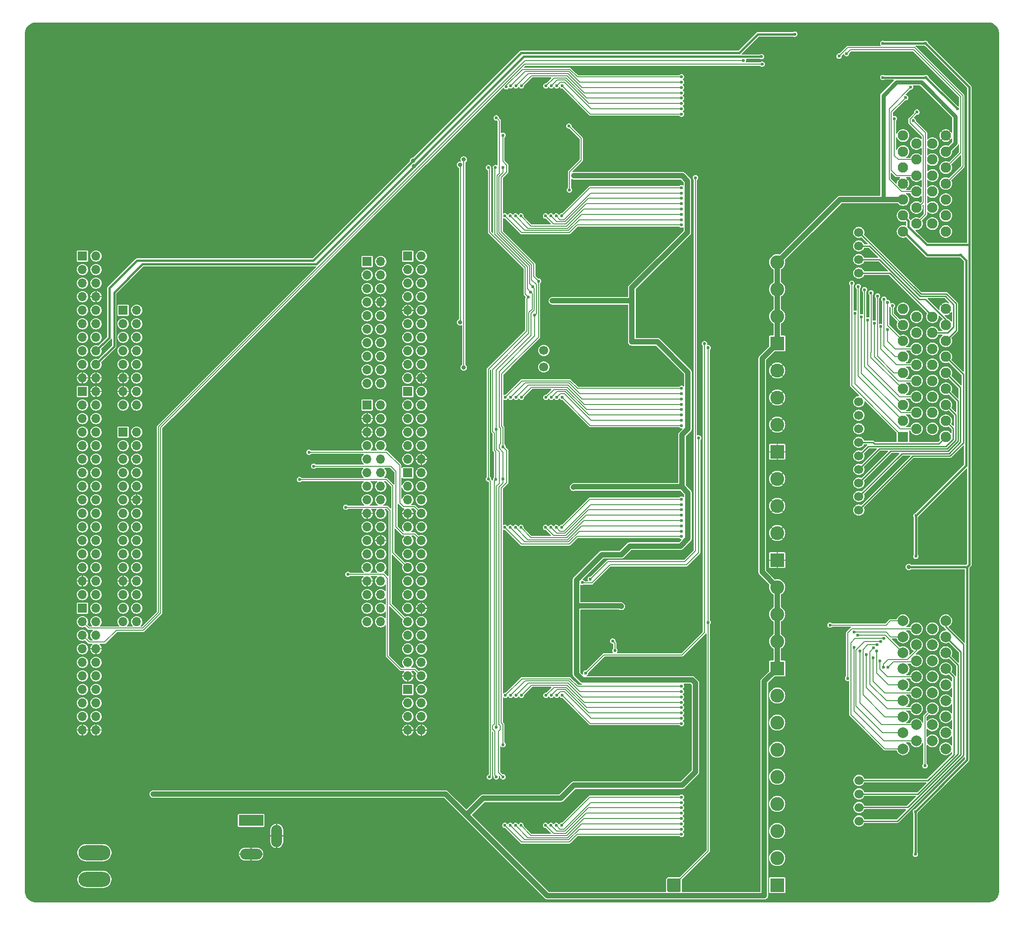
<source format=gbl>
G75*
G70*
%OFA0B0*%
%FSLAX25Y25*%
%IPPOS*%
%LPD*%
%AMOC8*
5,1,8,0,0,1.08239X$1,22.5*
%
%ADD10C,0.03150*%
%ADD11C,0.25197*%
%ADD12R,0.07677X0.07677*%
%ADD13C,0.07677*%
%ADD14R,0.06693X0.06693*%
%ADD15O,0.06693X0.06693*%
%ADD16R,0.10236X0.10236*%
%ADD17C,0.10236*%
%ADD18C,0.06693*%
%ADD19O,0.23622X0.11024*%
%ADD22R,0.18110X0.07874*%
%ADD23O,0.16535X0.07874*%
%ADD24O,0.07874X0.16535*%
%ADD27C,0.07874*%
%ADD28C,0.02362*%
%ADD29C,0.00984*%
%ADD30C,0.01575*%
%ADD31C,0.03937*%
%ADD32C,0.00787*%
X0000000Y0000000D02*
%LPD*%
G01*
D10*
X0309449Y0013780D03*
X0312216Y0020461D03*
X0312216Y0007098D03*
X0318898Y0023228D03*
D11*
X0318898Y0013780D03*
D10*
X0318898Y0004331D03*
X0325579Y0020461D03*
X0325579Y0007098D03*
X0328346Y0013780D03*
D12*
X0647638Y0343701D03*
D13*
X0647638Y0355512D03*
X0647638Y0367323D03*
X0647638Y0379134D03*
X0647638Y0390945D03*
X0647638Y0402756D03*
X0647638Y0414567D03*
X0647638Y0426378D03*
X0647638Y0438189D03*
X0657480Y0349606D03*
X0657480Y0361417D03*
X0657480Y0373228D03*
X0657480Y0385039D03*
X0657480Y0396850D03*
X0657480Y0408661D03*
X0657480Y0420472D03*
X0657480Y0432283D03*
X0669291Y0349606D03*
X0669291Y0361417D03*
X0669291Y0373228D03*
X0669291Y0385039D03*
X0669291Y0396850D03*
X0669291Y0408661D03*
X0669291Y0420472D03*
X0669291Y0432283D03*
X0679134Y0343701D03*
X0679134Y0355512D03*
X0679134Y0367323D03*
X0679134Y0379134D03*
X0679134Y0390945D03*
X0679134Y0402756D03*
X0679134Y0414567D03*
X0679134Y0426378D03*
X0679134Y0438189D03*
X0647638Y0495276D03*
X0647638Y0507087D03*
X0647638Y0518898D03*
X0647638Y0530709D03*
X0647638Y0542520D03*
X0647638Y0554331D03*
X0647638Y0566142D03*
X0657480Y0501181D03*
X0657480Y0512992D03*
X0657480Y0524803D03*
X0657480Y0536614D03*
X0657480Y0548425D03*
X0657480Y0560236D03*
X0669291Y0501181D03*
X0669291Y0512992D03*
X0669291Y0524803D03*
X0669291Y0536614D03*
X0669291Y0548425D03*
X0669291Y0560236D03*
X0679134Y0495276D03*
X0679134Y0507087D03*
X0679134Y0518898D03*
X0679134Y0530709D03*
X0679134Y0542520D03*
X0679134Y0554331D03*
X0679134Y0566142D03*
D14*
X0252323Y0473165D03*
D15*
X0262323Y0473165D03*
X0252323Y0463165D03*
X0262323Y0463165D03*
X0252323Y0453165D03*
X0262323Y0453165D03*
X0252323Y0443165D03*
X0262323Y0443165D03*
X0252323Y0433165D03*
X0262323Y0433165D03*
X0252323Y0423165D03*
X0262323Y0423165D03*
X0252323Y0413165D03*
X0262323Y0413165D03*
X0252323Y0403165D03*
X0262323Y0403165D03*
X0252323Y0393165D03*
X0262323Y0393165D03*
X0252323Y0383165D03*
X0262323Y0383165D03*
D16*
X0554823Y0252677D03*
D17*
X0554823Y0272677D03*
X0554823Y0292677D03*
X0554823Y0312677D03*
D18*
X0382677Y0395276D03*
D19*
X0051181Y0016929D03*
X0051181Y0036614D03*
D18*
X0615000Y0494646D03*
X0382677Y0407480D03*
X0615000Y0359646D03*
D14*
X0072323Y0347165D03*
D15*
X0082323Y0347165D03*
X0072323Y0337165D03*
X0082323Y0337165D03*
X0072323Y0327165D03*
X0082323Y0327165D03*
X0072323Y0317165D03*
X0082323Y0317165D03*
X0072323Y0307165D03*
X0082323Y0307165D03*
X0072323Y0297165D03*
X0082323Y0297165D03*
X0072323Y0287165D03*
X0082323Y0287165D03*
X0072323Y0277165D03*
X0082323Y0277165D03*
X0072323Y0267165D03*
X0082323Y0267165D03*
X0072323Y0257165D03*
X0082323Y0257165D03*
X0072323Y0247165D03*
X0082323Y0247165D03*
X0072323Y0237165D03*
X0082323Y0237165D03*
X0072323Y0227165D03*
X0082323Y0227165D03*
X0072323Y0217165D03*
X0082323Y0217165D03*
X0072323Y0207165D03*
X0082323Y0207165D03*
D18*
X0615000Y0319646D03*
X0615000Y0299646D03*
D14*
X0282323Y0317087D03*
D15*
X0292323Y0317087D03*
X0282323Y0307087D03*
X0292323Y0307087D03*
X0282323Y0297087D03*
X0292323Y0297087D03*
X0282323Y0287087D03*
X0292323Y0287087D03*
X0282323Y0277087D03*
X0292323Y0277087D03*
X0282323Y0267087D03*
X0292323Y0267087D03*
X0282323Y0257087D03*
X0292323Y0257087D03*
X0282323Y0247087D03*
X0292323Y0247087D03*
X0282323Y0237087D03*
X0292323Y0237087D03*
X0282323Y0227087D03*
X0292323Y0227087D03*
X0282323Y0217087D03*
X0292323Y0217087D03*
X0282323Y0207087D03*
X0292323Y0207087D03*
X0282323Y0197087D03*
X0292323Y0197087D03*
X0282323Y0187087D03*
X0292323Y0187087D03*
X0282323Y0177087D03*
X0292323Y0177087D03*
X0282323Y0167087D03*
X0292323Y0167087D03*
D22*
X0166732Y0060433D03*
D23*
X0166732Y0035630D03*
D24*
X0185630Y0049016D03*
D10*
X0311417Y0324803D03*
X0314185Y0331484D03*
X0314185Y0318122D03*
X0320866Y0334252D03*
D11*
X0320866Y0324803D03*
D10*
X0320866Y0315354D03*
X0327547Y0331484D03*
X0327547Y0318122D03*
X0330315Y0324803D03*
D14*
X0072323Y0437165D03*
D15*
X0082323Y0437165D03*
X0072323Y0427165D03*
X0082323Y0427165D03*
X0072323Y0417165D03*
X0082323Y0417165D03*
X0072323Y0407165D03*
X0082323Y0407165D03*
X0072323Y0397165D03*
X0082323Y0397165D03*
X0072323Y0387165D03*
X0082323Y0387165D03*
X0072323Y0377165D03*
X0082323Y0377165D03*
X0072323Y0367165D03*
X0082323Y0367165D03*
D16*
X0554823Y0332677D03*
D17*
X0554823Y0352677D03*
X0554823Y0372677D03*
X0554823Y0392677D03*
D16*
X0554823Y0412677D03*
D17*
X0554823Y0432677D03*
X0554823Y0452677D03*
X0554823Y0472677D03*
D16*
X0554823Y0012677D03*
D17*
X0554823Y0032677D03*
X0554823Y0052677D03*
X0554823Y0072677D03*
X0554823Y0092677D03*
X0554823Y0112677D03*
X0554823Y0132677D03*
X0554823Y0152677D03*
D10*
X0694938Y0013780D03*
X0697705Y0020461D03*
X0697705Y0007098D03*
X0704387Y0023228D03*
D11*
X0704387Y0013780D03*
D10*
X0704387Y0004331D03*
X0711068Y0020461D03*
X0711068Y0007098D03*
X0713835Y0013780D03*
D18*
X0615000Y0474646D03*
X0615000Y0289646D03*
D10*
X0694938Y0635827D03*
X0697705Y0642508D03*
X0697705Y0629145D03*
X0704387Y0645276D03*
D11*
X0704387Y0635827D03*
D10*
X0704387Y0626378D03*
X0711068Y0642508D03*
X0711068Y0629145D03*
X0713835Y0635827D03*
D18*
X0615000Y0309646D03*
D14*
X0042323Y0217165D03*
D15*
X0052323Y0217165D03*
X0042323Y0207165D03*
X0052323Y0207165D03*
X0042323Y0197165D03*
X0052323Y0197165D03*
X0042323Y0187165D03*
X0052323Y0187165D03*
X0042323Y0177165D03*
X0052323Y0177165D03*
X0042323Y0167165D03*
X0052323Y0167165D03*
X0042323Y0157165D03*
X0052323Y0157165D03*
X0042323Y0147165D03*
X0052323Y0147165D03*
X0042323Y0137165D03*
X0052323Y0137165D03*
X0042323Y0127165D03*
X0052323Y0127165D03*
D18*
X0615000Y0349646D03*
X0615157Y0080000D03*
D10*
X0004331Y0635827D03*
X0007098Y0642508D03*
X0007098Y0629145D03*
X0013780Y0645276D03*
D11*
X0013780Y0635827D03*
D10*
X0013780Y0626378D03*
X0020461Y0642508D03*
X0020461Y0629145D03*
X0023228Y0635827D03*
D18*
X0615000Y0369646D03*
X0615157Y0070000D03*
D10*
X0311417Y0635827D03*
X0314185Y0642508D03*
X0314185Y0629145D03*
X0320866Y0645276D03*
D11*
X0320866Y0635827D03*
D10*
X0320866Y0626378D03*
X0327547Y0642508D03*
X0327547Y0629145D03*
X0330315Y0635827D03*
D14*
X0282323Y0477087D03*
D15*
X0292323Y0477087D03*
X0282323Y0467087D03*
X0292323Y0467087D03*
X0282323Y0457087D03*
X0292323Y0457087D03*
X0282323Y0447087D03*
X0292323Y0447087D03*
X0282323Y0437087D03*
X0292323Y0437087D03*
X0282323Y0427087D03*
X0292323Y0427087D03*
X0282323Y0417087D03*
X0292323Y0417087D03*
X0282323Y0407087D03*
X0292323Y0407087D03*
X0282323Y0397087D03*
X0292323Y0397087D03*
X0282323Y0387087D03*
X0292323Y0387087D03*
D14*
X0042323Y0377165D03*
D15*
X0052323Y0377165D03*
X0042323Y0367165D03*
X0052323Y0367165D03*
X0042323Y0357165D03*
X0052323Y0357165D03*
X0042323Y0347165D03*
X0052323Y0347165D03*
X0042323Y0337165D03*
X0052323Y0337165D03*
X0042323Y0327165D03*
X0052323Y0327165D03*
X0042323Y0317165D03*
X0052323Y0317165D03*
X0042323Y0307165D03*
X0052323Y0307165D03*
X0042323Y0297165D03*
X0052323Y0297165D03*
X0042323Y0287165D03*
X0052323Y0287165D03*
X0042323Y0277165D03*
X0052323Y0277165D03*
X0042323Y0267165D03*
X0052323Y0267165D03*
X0042323Y0257165D03*
X0052323Y0257165D03*
X0042323Y0247165D03*
X0052323Y0247165D03*
X0042323Y0237165D03*
X0052323Y0237165D03*
X0042323Y0227165D03*
X0052323Y0227165D03*
D18*
X0615157Y0060000D03*
G36*
G01*
X0473642Y0008642D02*
X0473642Y0016713D01*
G75*
G02*
X0474626Y0017697I0000984J0000000D01*
G01*
X0482697Y0017697D01*
G75*
G02*
X0483681Y0016713I0000000J-000984D01*
G01*
X0483681Y0008642D01*
G75*
G02*
X0482697Y0007657I-000984J0000000D01*
G01*
X0474626Y0007657D01*
G75*
G02*
X0473642Y0008642I0000000J0000984D01*
G01*
G37*
D14*
X0042323Y0477165D03*
D15*
X0052323Y0477165D03*
X0042323Y0467165D03*
X0052323Y0467165D03*
X0042323Y0457165D03*
X0052323Y0457165D03*
X0042323Y0447165D03*
X0052323Y0447165D03*
X0042323Y0437165D03*
X0052323Y0437165D03*
X0042323Y0427165D03*
X0052323Y0427165D03*
X0042323Y0417165D03*
X0052323Y0417165D03*
X0042323Y0407165D03*
X0052323Y0407165D03*
X0042323Y0397165D03*
X0052323Y0397165D03*
X0042323Y0387165D03*
X0052323Y0387165D03*
D14*
X0282323Y0157087D03*
D15*
X0292323Y0157087D03*
X0282323Y0147087D03*
X0292323Y0147087D03*
X0282323Y0137087D03*
X0292323Y0137087D03*
X0282323Y0127087D03*
X0292323Y0127087D03*
D14*
X0252323Y0367165D03*
D15*
X0262323Y0367165D03*
X0252323Y0357165D03*
X0262323Y0357165D03*
X0252323Y0347165D03*
X0262323Y0347165D03*
X0252323Y0337165D03*
X0262323Y0337165D03*
X0252323Y0327165D03*
X0262323Y0327165D03*
X0252323Y0317165D03*
X0262323Y0317165D03*
X0252323Y0307165D03*
X0262323Y0307165D03*
X0252323Y0297165D03*
X0262323Y0297165D03*
X0252323Y0287165D03*
X0262323Y0287165D03*
X0252323Y0277165D03*
X0262323Y0277165D03*
X0252323Y0267165D03*
X0262323Y0267165D03*
X0252323Y0257165D03*
X0262323Y0257165D03*
X0252323Y0247165D03*
X0262323Y0247165D03*
X0252323Y0237165D03*
X0262323Y0237165D03*
X0252323Y0227165D03*
X0262323Y0227165D03*
X0252323Y0217165D03*
X0262323Y0217165D03*
X0252323Y0207165D03*
X0262323Y0207165D03*
D18*
X0615000Y0339646D03*
X0615157Y0090000D03*
D10*
X0004331Y0013780D03*
X0007098Y0020461D03*
X0007098Y0007098D03*
X0013780Y0023228D03*
D11*
X0013780Y0013780D03*
D10*
X0013780Y0004331D03*
X0020461Y0020461D03*
X0020461Y0007098D03*
X0023228Y0013780D03*
D14*
X0282323Y0377087D03*
D15*
X0292323Y0377087D03*
X0282323Y0367087D03*
X0292323Y0367087D03*
X0282323Y0357087D03*
X0292323Y0357087D03*
X0282323Y0347087D03*
X0292323Y0347087D03*
X0282323Y0337087D03*
X0292323Y0337087D03*
X0282323Y0327087D03*
X0292323Y0327087D03*
D18*
X0615000Y0484646D03*
D10*
X0004331Y0324803D03*
X0007098Y0331484D03*
X0007098Y0318122D03*
X0013780Y0334252D03*
D11*
X0013780Y0324803D03*
D10*
X0013780Y0315354D03*
X0020461Y0331484D03*
X0020461Y0318122D03*
X0023228Y0324803D03*
D18*
X0615000Y0464646D03*
D27*
X0647638Y0113386D03*
X0647638Y0125197D03*
X0647638Y0137008D03*
X0647638Y0148819D03*
X0647638Y0160630D03*
X0647638Y0172441D03*
X0647638Y0184252D03*
X0647638Y0196063D03*
X0647638Y0207874D03*
X0657480Y0119291D03*
X0657480Y0131102D03*
X0657480Y0142913D03*
X0657480Y0154724D03*
X0657480Y0166535D03*
X0657480Y0178346D03*
X0657480Y0190157D03*
X0657480Y0201969D03*
X0669291Y0119291D03*
X0669291Y0131102D03*
X0669291Y0142913D03*
X0669291Y0154724D03*
X0669291Y0166535D03*
X0669291Y0178346D03*
X0669291Y0190157D03*
X0669291Y0201969D03*
X0679134Y0113386D03*
X0679134Y0125197D03*
X0679134Y0137008D03*
X0679134Y0148819D03*
X0679134Y0160630D03*
X0679134Y0172441D03*
X0679134Y0184252D03*
X0679134Y0196063D03*
X0679134Y0207874D03*
D18*
X0615000Y0329646D03*
D16*
X0554823Y0172677D03*
D17*
X0554823Y0192677D03*
X0554823Y0212677D03*
X0554823Y0232677D03*
D28*
X0410236Y0107480D03*
X0309843Y0071654D03*
X0562205Y0600394D03*
X0479528Y0384252D03*
X0664567Y0616535D03*
X0429528Y0393701D03*
X0387795Y0557480D03*
X0332677Y0086614D03*
X0549606Y0529134D03*
X0462992Y0202362D03*
X0551181Y0557480D03*
X0567717Y0120472D03*
X0350787Y0071654D03*
X0318110Y0149213D03*
X0602362Y0390945D03*
X0584252Y0615748D03*
X0595669Y0617323D03*
X0636220Y0055118D03*
X0418898Y0343307D03*
X0665354Y0234646D03*
X0416929Y0470472D03*
X0489370Y0102756D03*
X0411417Y0129134D03*
X0353937Y0229528D03*
X0535433Y0170472D03*
X0415354Y0568898D03*
X0129921Y0044094D03*
X0664961Y0310236D03*
X0552362Y0629134D03*
X0111417Y0035827D03*
X0683071Y0006693D03*
X0105906Y0400394D03*
X0375591Y0367717D03*
X0426772Y0449213D03*
X0531890Y0326772D03*
X0411811Y0077165D03*
X0403150Y0327165D03*
X0651969Y0267717D03*
X0394094Y0405118D03*
X0494094Y0235827D03*
X0488583Y0129528D03*
X0324016Y0072047D03*
X0414173Y0548819D03*
X0497638Y0383858D03*
X0542520Y0629921D03*
X0628346Y0110236D03*
X0232283Y0012598D03*
X0668898Y0491339D03*
X0087795Y0050394D03*
X0371260Y0402756D03*
X0117323Y0038583D03*
X0302756Y0381496D03*
X0272047Y0145669D03*
X0538976Y0390157D03*
X0414567Y0176772D03*
X0455512Y0037008D03*
X0648031Y0579921D03*
X0420866Y0169685D03*
X0385827Y0231890D03*
X0441339Y0457480D03*
X0665354Y0579528D03*
X0181890Y0529921D03*
X0073622Y0563780D03*
X0571260Y0216929D03*
X0302756Y0322441D03*
X0209449Y0221260D03*
X0016535Y0107480D03*
X0351181Y0437402D03*
X0487795Y0081890D03*
X0562598Y0571654D03*
X0219685Y0159449D03*
X0448819Y0387402D03*
X0020079Y0062992D03*
X0421260Y0318504D03*
X0394488Y0438583D03*
X0538189Y0643701D03*
X0711811Y0428740D03*
X0339370Y0225984D03*
X0388976Y0034252D03*
X0475984Y0032283D03*
X0667717Y0021260D03*
X0672047Y0443701D03*
X0416142Y0557087D03*
X0444882Y0465748D03*
X0317323Y0091339D03*
X0551181Y0514961D03*
X0301575Y0301969D03*
X0451969Y0106693D03*
X0628346Y0561024D03*
X0368504Y0391575D03*
X0376378Y0178346D03*
X0398425Y0231496D03*
X0541339Y0046850D03*
X0540945Y0012598D03*
X0129528Y0056693D03*
X0403150Y0427953D03*
X0651969Y0055118D03*
X0595669Y0485433D03*
X0598425Y0095669D03*
X0572047Y0323622D03*
X0534646Y0259055D03*
X0632677Y0626772D03*
X0356299Y0246457D03*
X0465354Y0481890D03*
X0714567Y0611811D03*
X0435039Y0013386D03*
X0515354Y0342913D03*
X0651969Y0047638D03*
X0114567Y0300787D03*
X0676378Y0067717D03*
X0541339Y0070472D03*
X0123622Y0481496D03*
X0220866Y0101969D03*
X0361024Y0237008D03*
X0272835Y0462992D03*
X0462598Y0446063D03*
X0622835Y0290157D03*
X0354331Y0501575D03*
X0047244Y0025591D03*
X0238976Y0432677D03*
X0383858Y0213780D03*
X0482283Y0496457D03*
X0344488Y0330709D03*
X0474409Y0267323D03*
X0697244Y0094094D03*
X0570866Y0254724D03*
X0241732Y0482677D03*
X0605118Y0160236D03*
X0415354Y0098425D03*
X0552362Y0572047D03*
X0427953Y0041339D03*
X0305906Y0440551D03*
X0398819Y0064173D03*
X0092520Y0035827D03*
X0282677Y0036614D03*
X0014567Y0509449D03*
X0380315Y0071654D03*
X0452362Y0439370D03*
X0230315Y0344488D03*
X0271654Y0211417D03*
X0410630Y0082283D03*
X0491732Y0396457D03*
X0400787Y0075197D03*
X0333858Y0244488D03*
X0355512Y0186616D03*
X0665748Y0321260D03*
X0562205Y0528740D03*
X0087402Y0058268D03*
X0499606Y0085039D03*
X0403543Y0583071D03*
X0707087Y0126772D03*
X0140945Y0562598D03*
X0009449Y0044094D03*
X0359449Y0260630D03*
X0371654Y0107874D03*
X0402760Y0170455D03*
X0412205Y0495669D03*
X0568504Y0384252D03*
X0012598Y0275984D03*
X0524016Y0110236D03*
X0640551Y0310236D03*
X0436614Y0404331D03*
X0490157Y0323228D03*
X0055118Y0637795D03*
X0273622Y0187008D03*
X0537795Y0152756D03*
X0508661Y0383858D03*
X0632677Y0616535D03*
X0369685Y0523228D03*
X0538583Y0300394D03*
X0509055Y0231496D03*
X0659843Y0594488D03*
X0455118Y0188583D03*
X0564961Y0357087D03*
X0337795Y0573228D03*
X0594882Y0188976D03*
X0306693Y0405118D03*
X0012992Y0587795D03*
X0649213Y0086220D03*
X0621654Y0566929D03*
X0627559Y0529134D03*
X0419291Y0123228D03*
X0283465Y0635433D03*
X0385827Y0253937D03*
X0125984Y0010236D03*
X0710630Y0505906D03*
X0412205Y0194488D03*
X0407874Y0264567D03*
X0365748Y0468110D03*
X0413780Y0348031D03*
X0488583Y0260630D03*
X0272441Y0434646D03*
X0490157Y0420472D03*
X0354724Y0455512D03*
X0696457Y0070472D03*
X0383858Y0502362D03*
X0453937Y0016929D03*
X0373228Y0603543D03*
X0384252Y0607480D03*
X0709449Y0562992D03*
X0475984Y0564567D03*
X0412205Y0231496D03*
X0429921Y0566929D03*
X0466929Y0222835D03*
X0441732Y0438976D03*
X0324016Y0552756D03*
X0490945Y0465748D03*
X0337402Y0186220D03*
X0509055Y0082283D03*
X0662205Y0273622D03*
X0576772Y0050394D03*
X0428346Y0417323D03*
X0351181Y0427165D03*
X0405512Y0295276D03*
X0498819Y0046063D03*
X0172835Y0635039D03*
X0447244Y0494488D03*
X0321654Y0053150D03*
X0498031Y0406299D03*
X0497638Y0218504D03*
X0405118Y0099213D03*
X0568110Y0171654D03*
X0603543Y0248425D03*
X0664173Y0626772D03*
X0603937Y0070866D03*
X0651969Y0273622D03*
X0418898Y0244488D03*
X0335827Y0036220D03*
X0570079Y0335827D03*
X0382677Y0272441D03*
X0418504Y0572835D03*
X0404331Y0016535D03*
X0627953Y0536220D03*
X0475591Y0545276D03*
X0339764Y0201575D03*
X0297638Y0262598D03*
X0503543Y0437795D03*
X0453937Y0178740D03*
X0369291Y0071654D03*
X0315354Y0233465D03*
X0463780Y0496457D03*
X0537402Y0129134D03*
X0369685Y0356693D03*
X0489370Y0552362D03*
X0409055Y0388976D03*
X0535433Y0222047D03*
X0486614Y0045669D03*
X0570079Y0095669D03*
X0634252Y0034646D03*
X0383071Y0052362D03*
X0508268Y0301181D03*
X0661024Y0055512D03*
X0445669Y0255672D03*
X0470866Y0237008D03*
X0568504Y0281102D03*
X0590157Y0640157D03*
X0628346Y0495669D03*
X0337795Y0468898D03*
X0274016Y0367717D03*
X0097638Y0067717D03*
X0379921Y0522835D03*
X0500787Y0116142D03*
X0677953Y0469685D03*
X0446850Y0242520D03*
X0333071Y0300000D03*
X0657087Y0473228D03*
X0014173Y0184646D03*
X0422441Y0129528D03*
X0461417Y0419685D03*
X0576772Y0071654D03*
X0352362Y0099213D03*
X0380315Y0466929D03*
X0422441Y0579528D03*
X0507087Y0590945D03*
X0116535Y0053543D03*
X0562598Y0500787D03*
X0338976Y0123228D03*
X0580315Y0005906D03*
X0407480Y0412205D03*
X0375984Y0410630D03*
X0422047Y0547638D03*
X0550394Y0500787D03*
X0624016Y0584646D03*
X0628346Y0094488D03*
X0603150Y0349213D03*
X0429528Y0266535D03*
X0474409Y0487795D03*
X0355906Y0041339D03*
X0413386Y0207480D03*
X0337795Y0264961D03*
X0550394Y0543307D03*
X0611024Y0622047D03*
X0442520Y0400394D03*
X0444488Y0411024D03*
X0532677Y0419685D03*
X0484646Y0641339D03*
X0407480Y0557480D03*
X0581890Y0442520D03*
X0425984Y0438583D03*
X0405118Y0343701D03*
X0516142Y0463780D03*
X0306693Y0475984D03*
X0428836Y0424314D03*
X0331890Y0064567D03*
X0374803Y0581890D03*
X0307480Y0280315D03*
X0485827Y0573622D03*
X0551575Y0585827D03*
X0603543Y0277953D03*
X0398819Y0594882D03*
X0405118Y0318898D03*
X0497244Y0547638D03*
X0537008Y0107480D03*
X0102362Y0035827D03*
X0538189Y0087008D03*
X0380709Y0026378D03*
X0462598Y0427165D03*
X0338189Y0391575D03*
X0384252Y0418110D03*
X0382283Y0441732D03*
X0485827Y0098031D03*
X0244488Y0556693D03*
X0401181Y0218898D03*
X0562598Y0557480D03*
X0343701Y0550000D03*
X0199213Y0048425D03*
X0285827Y0104724D03*
X0322835Y0362205D03*
X0604724Y0147638D03*
X0710236Y0055906D03*
X0308661Y0271260D03*
X0185433Y0407480D03*
X0149606Y0188976D03*
X0551181Y0600394D03*
X0443307Y0417323D03*
X0683071Y0643701D03*
X0376378Y0376772D03*
X0334252Y0431496D03*
X0355118Y0379921D03*
X0426772Y0555906D03*
X0475591Y0324803D03*
X0627953Y0545276D03*
X0578346Y0638976D03*
X0358661Y0318898D03*
X0375591Y0220472D03*
X0355118Y0548819D03*
X0087402Y0041339D03*
X0662205Y0267717D03*
X0374016Y0297638D03*
X0368504Y0005512D03*
X0475984Y0096457D03*
X0424803Y0325984D03*
X0377559Y0248425D03*
X0272441Y0398031D03*
X0405512Y0549213D03*
X0442913Y0427165D03*
X0268504Y0315748D03*
X0375984Y0133071D03*
X0342520Y0565748D03*
X0562205Y0514961D03*
X0697244Y0036614D03*
X0350889Y0415394D03*
X0337795Y0343701D03*
X0344488Y0320866D03*
X0400000Y0389764D03*
X0378740Y0483071D03*
X0707480Y0373622D03*
X0681102Y0612205D03*
X0488189Y0412598D03*
X0383071Y0156693D03*
X0380709Y0358268D03*
X0562598Y0585827D03*
X0354724Y0159449D03*
X0107087Y0067717D03*
X0298230Y0187841D03*
X0606299Y0054331D03*
X0679134Y0579528D03*
X0665354Y0224016D03*
X0150000Y0122047D03*
X0510236Y0190551D03*
X0351181Y0432283D03*
X0689764Y0603543D03*
X0116535Y0046850D03*
X0686220Y0501181D03*
X0363386Y0327559D03*
X0661417Y0047638D03*
X0474803Y0200787D03*
X0055906Y0055118D03*
X0159449Y0352362D03*
X0562205Y0322047D03*
X0453543Y0326378D03*
X0115354Y0203150D03*
X0438976Y0481496D03*
X0365354Y0557087D03*
X0602362Y0310630D03*
X0496063Y0253543D03*
X0129134Y0246063D03*
X0489764Y0486614D03*
X0116535Y0059843D03*
X0271260Y0018898D03*
X0493307Y0012598D03*
X0607480Y0125984D03*
X0494882Y0173622D03*
X0418898Y0429134D03*
X0464173Y0402362D03*
X0398031Y0296063D03*
X0485433Y0547638D03*
X0462598Y0227559D03*
X0397638Y0450394D03*
X0464961Y0457480D03*
X0286614Y0485827D03*
X0488189Y0405118D03*
X0510630Y0630315D03*
X0603937Y0029528D03*
X0399110Y0194230D03*
X0113386Y0153150D03*
X0453543Y0553937D03*
X0625591Y0006299D03*
X0705118Y0181102D03*
X0571260Y0633858D03*
X0325984Y0406808D03*
X0400000Y0135827D03*
X0562598Y0543307D03*
X0375591Y0146457D03*
X0101181Y0114173D03*
X0298425Y0201181D03*
X0375197Y0272835D03*
X0175197Y0449606D03*
X0521654Y0423228D03*
X0484754Y0536506D03*
X0404793Y0086545D03*
X0439764Y0218504D03*
X0447638Y0453780D03*
X0404764Y0536496D03*
X0447638Y0413780D03*
X0439764Y0256693D03*
X0484744Y0086496D03*
X0389016Y0444134D03*
X0404587Y0306496D03*
D10*
X0094488Y0079921D03*
D28*
X0484596Y0306742D03*
X0484252Y0500085D03*
X0353939Y0506772D03*
X0636034Y0422833D03*
X0357874Y0506772D03*
X0484252Y0504020D03*
X0484252Y0507955D03*
X0631104Y0425195D03*
X0361809Y0506772D03*
X0626382Y0427557D03*
X0365744Y0506772D03*
X0484252Y0511890D03*
X0484252Y0515825D03*
X0621659Y0429921D03*
X0383939Y0506772D03*
X0387874Y0506772D03*
X0484252Y0519760D03*
X0616937Y0432278D03*
X0391809Y0506772D03*
X0484252Y0523695D03*
X0612215Y0435039D03*
X0484311Y0527630D03*
X0395744Y0506772D03*
X0484311Y0581977D03*
X0396061Y0602835D03*
X0639764Y0440549D03*
X0484252Y0585911D03*
X0392126Y0602835D03*
X0636220Y0442911D03*
X0401181Y0573228D03*
X0401575Y0525984D03*
X0413386Y0169291D03*
X0501181Y0412557D03*
X0347051Y0312205D03*
X0346992Y0542520D03*
X0347638Y0092598D03*
X0372840Y0450725D03*
X0341732Y0542520D03*
X0371267Y0446822D03*
X0342559Y0092559D03*
X0341732Y0312598D03*
X0374413Y0454556D03*
X0347638Y0129213D03*
X0347638Y0349213D03*
X0347638Y0579213D03*
X0352500Y0566398D03*
X0352500Y0116398D03*
X0378740Y0458661D03*
X0352500Y0336398D03*
X0352559Y0542598D03*
X0352559Y0312598D03*
X0375986Y0433465D03*
X0352559Y0092598D03*
X0606001Y0626676D03*
X0600394Y0624803D03*
X0411024Y0236220D03*
X0496850Y0342913D03*
D10*
X0320866Y0544607D03*
X0286786Y0543426D03*
X0320866Y0428327D03*
D28*
X0543307Y0624409D03*
X0388191Y0602835D03*
X0633465Y0445274D03*
X0484252Y0589846D03*
X0384256Y0602835D03*
X0484252Y0593781D03*
X0628740Y0447638D03*
X0366061Y0602835D03*
X0484252Y0597717D03*
X0624016Y0450000D03*
X0362126Y0602835D03*
X0484252Y0601652D03*
X0619291Y0452360D03*
X0484252Y0605587D03*
X0614567Y0454722D03*
X0358191Y0602835D03*
X0609843Y0457085D03*
X0484252Y0609522D03*
X0354958Y0602133D03*
X0484252Y0270085D03*
X0620497Y0183071D03*
X0353939Y0276772D03*
X0484252Y0274020D03*
X0615777Y0185431D03*
X0357874Y0276772D03*
X0361809Y0276772D03*
X0484252Y0277955D03*
X0611417Y0188189D03*
X0365744Y0276772D03*
X0593701Y0204724D03*
X0484252Y0281890D03*
X0611417Y0199608D03*
X0383939Y0276772D03*
X0484252Y0285825D03*
X0484252Y0289760D03*
X0387874Y0276772D03*
X0614054Y0197246D03*
X0391809Y0276772D03*
X0484252Y0293695D03*
X0395744Y0276772D03*
X0628304Y0185433D03*
X0484311Y0297630D03*
X0396061Y0372835D03*
X0484311Y0351977D03*
X0625984Y0187803D03*
X0628684Y0190163D03*
X0392126Y0372835D03*
X0484252Y0355911D03*
X0484252Y0359846D03*
X0631102Y0192520D03*
X0388191Y0372835D03*
X0384256Y0372835D03*
X0633465Y0194884D03*
X0484252Y0363781D03*
X0366061Y0372835D03*
X0484252Y0367717D03*
X0362126Y0372835D03*
X0484252Y0371652D03*
X0358191Y0372835D03*
X0484252Y0375587D03*
X0354256Y0372835D03*
X0484252Y0379522D03*
X0353939Y0056772D03*
X0484252Y0050085D03*
X0484252Y0054020D03*
X0357874Y0056772D03*
X0484252Y0057955D03*
X0361809Y0056772D03*
X0484252Y0061890D03*
X0365744Y0056772D03*
X0484252Y0065825D03*
X0383939Y0056772D03*
X0484252Y0069760D03*
X0387874Y0056772D03*
X0484252Y0073695D03*
X0391809Y0056772D03*
X0484311Y0077630D03*
X0395744Y0056772D03*
X0484311Y0131977D03*
X0663780Y0100787D03*
X0396061Y0152835D03*
X0484252Y0135911D03*
X0392126Y0152835D03*
X0484252Y0139846D03*
X0388191Y0152835D03*
X0606693Y0165354D03*
X0484252Y0143781D03*
X0384256Y0152835D03*
X0366061Y0152835D03*
X0633027Y0173622D03*
X0484252Y0147717D03*
X0484252Y0151652D03*
X0636614Y0173622D03*
X0362126Y0152835D03*
X0358191Y0152835D03*
X0484252Y0155587D03*
X0630666Y0178344D03*
X0354256Y0152835D03*
X0625589Y0180709D03*
X0484252Y0159522D03*
X0503937Y0409449D03*
X0503937Y0206693D03*
X0529921Y0621654D03*
X0543701Y0618898D03*
X0690157Y0477953D03*
X0664567Y0609055D03*
X0657087Y0285433D03*
X0687795Y0585827D03*
X0657087Y0255512D03*
X0632677Y0609055D03*
X0656693Y0066929D03*
X0656693Y0035433D03*
X0632677Y0634252D03*
D10*
X0651969Y0247638D03*
D28*
X0664173Y0634252D03*
X0655120Y0577165D03*
X0657874Y0583465D03*
X0653150Y0601969D03*
X0649604Y0594094D03*
X0641339Y0578740D03*
D10*
X0323622Y0394882D03*
D28*
X0567717Y0640945D03*
D10*
X0286220Y0547638D03*
X0323622Y0548425D03*
D28*
X0238189Y0242126D03*
X0236614Y0291732D03*
X0202362Y0312205D03*
X0212992Y0322047D03*
X0209449Y0332283D03*
X0494488Y0535039D03*
X0416929Y0238583D03*
X0433465Y0192913D03*
X0435039Y0185827D03*
D31*
X0484596Y0306742D02*
X0404833Y0306742D01*
X0325591Y0064567D02*
X0337795Y0076772D01*
X0466535Y0413780D02*
X0447638Y0413780D01*
X0488583Y0494724D02*
X0488583Y0532677D01*
X0447638Y0444488D02*
X0447638Y0453780D01*
X0325591Y0064567D02*
X0310236Y0079921D01*
X0425374Y0256693D02*
X0439764Y0256693D01*
X0389016Y0444134D02*
X0447283Y0444134D01*
X0543701Y0243799D02*
X0543701Y0252362D01*
X0554823Y0472677D02*
X0601043Y0518898D01*
D10*
X0642913Y0605512D02*
X0633071Y0595669D01*
X0686220Y0580315D02*
X0661024Y0605512D01*
X0679921Y0554331D02*
X0686220Y0560630D01*
D31*
X0404764Y0536496D02*
X0484744Y0536496D01*
X0484596Y0345226D02*
X0488976Y0349606D01*
X0447638Y0453780D02*
X0488583Y0494724D01*
X0488976Y0268504D02*
X0488976Y0302362D01*
X0404833Y0306742D02*
X0404587Y0306496D01*
X0439764Y0256693D02*
X0446063Y0262992D01*
X0406695Y0218898D02*
X0439370Y0218898D01*
X0411024Y0164173D02*
X0406695Y0168502D01*
X0554823Y0412677D02*
X0554823Y0472677D01*
X0406695Y0168502D02*
X0406695Y0218898D01*
X0310236Y0079921D02*
X0094488Y0079921D01*
X0406695Y0218898D02*
X0406695Y0238013D01*
X0554823Y0232677D02*
X0543701Y0243799D01*
X0545276Y0004903D02*
X0545276Y0163130D01*
X0385254Y0004903D02*
X0545276Y0004903D01*
X0494488Y0096240D02*
X0494488Y0161811D01*
X0484596Y0306742D02*
X0484596Y0345226D01*
X0488976Y0302362D02*
X0484596Y0306742D01*
X0488976Y0391339D02*
X0466535Y0413780D01*
D10*
X0633071Y0595669D02*
X0633071Y0519685D01*
D31*
X0483465Y0262992D02*
X0488976Y0268504D01*
X0447283Y0444134D02*
X0447638Y0444488D01*
X0447638Y0413780D02*
X0447638Y0444488D01*
X0395020Y0076772D02*
X0404793Y0086545D01*
X0406695Y0238013D02*
X0425374Y0256693D01*
X0484744Y0536496D02*
X0484754Y0536506D01*
X0492126Y0164173D02*
X0411024Y0164173D01*
D10*
X0661024Y0605512D02*
X0642913Y0605512D01*
X0679134Y0554331D02*
X0679921Y0554331D01*
D31*
X0484744Y0086496D02*
X0494488Y0096240D01*
X0337795Y0076772D02*
X0395020Y0076772D01*
X0543701Y0252362D02*
X0543701Y0401555D01*
X0488976Y0349606D02*
X0488976Y0391339D01*
X0494488Y0161811D02*
X0492126Y0164173D01*
X0543701Y0401555D02*
X0554823Y0412677D01*
D10*
X0633071Y0519685D02*
X0632283Y0518898D01*
X0686220Y0560630D02*
X0686220Y0580315D01*
D31*
X0554823Y0172677D02*
X0554823Y0232677D01*
X0488583Y0532677D02*
X0484754Y0536506D01*
X0446063Y0262992D02*
X0483465Y0262992D01*
X0545276Y0163130D02*
X0554823Y0172677D01*
X0325591Y0064567D02*
X0385254Y0004903D01*
X0404843Y0086496D02*
X0404793Y0086545D01*
X0601043Y0518898D02*
X0632283Y0518898D01*
X0632283Y0518898D02*
X0647638Y0518898D01*
X0439370Y0218898D02*
X0439764Y0218504D01*
X0484744Y0086496D02*
X0404843Y0086496D01*
D32*
X0401547Y0494580D02*
X0407051Y0500085D01*
X0366130Y0494580D02*
X0401547Y0494580D01*
X0407051Y0500085D02*
X0483935Y0500085D01*
X0353939Y0506772D02*
X0366130Y0494580D01*
X0357874Y0506772D02*
X0368493Y0496153D01*
X0408762Y0504020D02*
X0483935Y0504020D01*
X0636034Y0414360D02*
X0641732Y0408661D01*
X0400895Y0496153D02*
X0408762Y0504020D01*
X0368493Y0496153D02*
X0400895Y0496153D01*
X0636034Y0422833D02*
X0636034Y0414360D01*
X0641732Y0408661D02*
X0657480Y0408661D01*
X0631102Y0425193D02*
X0631102Y0408661D01*
X0642913Y0396850D02*
X0657480Y0396850D01*
X0631104Y0425195D02*
X0631102Y0425193D01*
X0410473Y0507955D02*
X0483935Y0507955D01*
X0400244Y0497726D02*
X0410473Y0507955D01*
X0631102Y0408661D02*
X0642913Y0396850D01*
X0370855Y0497726D02*
X0400244Y0497726D01*
X0361809Y0506772D02*
X0370855Y0497726D01*
X0373217Y0499299D02*
X0399592Y0499299D01*
X0399592Y0499299D02*
X0412183Y0511890D01*
X0626378Y0427553D02*
X0626378Y0402756D01*
X0644094Y0385039D02*
X0657480Y0385039D01*
X0626382Y0427557D02*
X0626378Y0427553D01*
X0626378Y0402756D02*
X0644094Y0385039D01*
X0365744Y0506772D02*
X0373217Y0499299D01*
X0412183Y0511890D02*
X0483935Y0511890D01*
X0645276Y0373228D02*
X0657480Y0373228D01*
X0398941Y0500872D02*
X0413894Y0515825D01*
X0389839Y0500872D02*
X0398941Y0500872D01*
X0413894Y0515825D02*
X0483935Y0515825D01*
X0383939Y0506772D02*
X0389839Y0500872D01*
X0621659Y0429921D02*
X0621654Y0429915D01*
X0621654Y0429915D02*
X0621654Y0396850D01*
X0621654Y0396850D02*
X0645276Y0373228D01*
X0646063Y0361417D02*
X0657480Y0361417D01*
X0616929Y0432270D02*
X0616929Y0390551D01*
X0616937Y0432278D02*
X0616929Y0432270D01*
X0387874Y0506772D02*
X0392201Y0502445D01*
X0392201Y0502445D02*
X0398289Y0502445D01*
X0398289Y0502445D02*
X0415604Y0519760D01*
X0616929Y0390551D02*
X0646063Y0361417D01*
X0415604Y0519760D02*
X0483935Y0519760D01*
X0645669Y0349606D02*
X0657480Y0349606D01*
X0417315Y0523695D02*
X0397638Y0504018D01*
X0483935Y0523695D02*
X0417315Y0523695D01*
X0612205Y0435030D02*
X0612205Y0383071D01*
X0612205Y0383071D02*
X0645669Y0349606D01*
X0612215Y0435039D02*
X0612205Y0435030D01*
X0397638Y0504018D02*
X0394563Y0504018D01*
X0394563Y0504018D02*
X0391809Y0506772D01*
X0395744Y0506772D02*
X0416602Y0527630D01*
X0416602Y0527630D02*
X0483994Y0527630D01*
X0396061Y0602835D02*
X0416919Y0581977D01*
X0639764Y0434252D02*
X0647638Y0426378D01*
X0416919Y0581977D02*
X0484311Y0581977D01*
X0639764Y0440549D02*
X0639764Y0434252D01*
X0394880Y0605589D02*
X0392126Y0602835D01*
X0636220Y0442911D02*
X0636220Y0425984D01*
X0417632Y0585911D02*
X0397955Y0605589D01*
X0636220Y0425984D02*
X0647638Y0414567D01*
X0484252Y0585911D02*
X0417632Y0585911D01*
X0397955Y0605589D02*
X0394880Y0605589D01*
X0401575Y0539370D02*
X0401575Y0525984D01*
X0410236Y0564173D02*
X0410236Y0548031D01*
X0401181Y0573228D02*
X0410236Y0564173D01*
X0410236Y0548031D02*
X0401575Y0539370D01*
X0484646Y0182677D02*
X0426772Y0182677D01*
X0426772Y0182677D02*
X0413386Y0169291D01*
X0501181Y0199213D02*
X0484646Y0182677D01*
X0501181Y0412557D02*
X0501181Y0199213D01*
X0346457Y0493307D02*
X0346457Y0541984D01*
X0346316Y0126459D02*
X0346457Y0126459D01*
X0347051Y0333008D02*
X0347051Y0312205D01*
X0370478Y0453087D02*
X0370478Y0469285D01*
X0374021Y0437800D02*
X0371659Y0435438D01*
X0344884Y0393309D02*
X0344884Y0347636D01*
X0370478Y0469285D02*
X0346457Y0493307D01*
X0344884Y0347636D02*
X0346065Y0346455D01*
X0346065Y0346455D02*
X0346065Y0333994D01*
X0346457Y0093780D02*
X0347638Y0092598D01*
X0346457Y0541984D02*
X0346992Y0542520D01*
X0344884Y0130535D02*
X0344884Y0127891D01*
X0347051Y0312205D02*
X0346065Y0311218D01*
X0346065Y0333994D02*
X0347051Y0333008D01*
X0371659Y0435438D02*
X0371659Y0420085D01*
X0344884Y0127891D02*
X0346316Y0126459D01*
X0346065Y0131716D02*
X0344884Y0130535D01*
X0372840Y0450725D02*
X0374021Y0449544D01*
X0372840Y0450725D02*
X0370478Y0453087D01*
X0374021Y0449544D02*
X0374021Y0437800D01*
X0346065Y0311218D02*
X0346065Y0131716D01*
X0346457Y0126459D02*
X0346457Y0093780D01*
X0371659Y0420085D02*
X0344884Y0393309D01*
X0341732Y0542520D02*
X0342559Y0541693D01*
X0368905Y0449184D02*
X0371267Y0446822D01*
X0342559Y0092559D02*
X0343307Y0093307D01*
X0342559Y0541693D02*
X0342559Y0494843D01*
X0343307Y0311024D02*
X0341732Y0312598D01*
X0370086Y0422055D02*
X0341732Y0393701D01*
X0341732Y0393701D02*
X0341732Y0312598D01*
X0342559Y0494843D02*
X0368905Y0468496D01*
X0368905Y0468496D02*
X0368905Y0449184D01*
X0371267Y0446822D02*
X0370086Y0445641D01*
X0343307Y0093307D02*
X0343307Y0311024D01*
X0370086Y0445641D02*
X0370086Y0422055D01*
X0347638Y0129213D02*
X0347638Y0307087D01*
X0347638Y0307087D02*
X0349805Y0309254D01*
X0349746Y0538191D02*
X0349746Y0577104D01*
X0349746Y0577104D02*
X0347638Y0579213D01*
X0372051Y0469957D02*
X0348039Y0493969D01*
X0349805Y0309254D02*
X0349805Y0332478D01*
X0372051Y0456918D02*
X0372051Y0469957D01*
X0375594Y0437149D02*
X0373232Y0434786D01*
X0374413Y0454556D02*
X0375594Y0453375D01*
X0373232Y0418508D02*
X0347638Y0392913D01*
X0373232Y0434786D02*
X0373232Y0418508D01*
X0347638Y0334646D02*
X0347638Y0349213D01*
X0347638Y0392913D02*
X0347638Y0349213D01*
X0349805Y0332478D02*
X0347638Y0334646D01*
X0348039Y0536484D02*
X0349746Y0538191D01*
X0374413Y0454556D02*
X0372051Y0456918D01*
X0375594Y0453375D02*
X0375594Y0437149D01*
X0348039Y0493969D02*
X0348039Y0536484D01*
X0351185Y0495272D02*
X0351185Y0535181D01*
X0375197Y0471260D02*
X0351185Y0495272D01*
X0355313Y0539309D02*
X0355313Y0544293D01*
X0352500Y0116398D02*
X0352500Y0131220D01*
X0351185Y0305909D02*
X0355313Y0310037D01*
X0352500Y0547106D02*
X0352500Y0566398D01*
X0352500Y0131220D02*
X0351185Y0132536D01*
X0355313Y0544293D02*
X0352500Y0547106D01*
X0351502Y0390085D02*
X0351502Y0351649D01*
X0355313Y0310037D02*
X0355313Y0333585D01*
X0352500Y0350651D02*
X0352500Y0336398D01*
X0351502Y0351649D02*
X0352500Y0350651D01*
X0355313Y0333585D02*
X0352500Y0336398D01*
X0378740Y0458661D02*
X0375197Y0462204D01*
X0351185Y0535181D02*
X0355313Y0539309D01*
X0378740Y0458661D02*
X0378740Y0417323D01*
X0375197Y0462204D02*
X0375197Y0471260D01*
X0378740Y0417323D02*
X0351502Y0390085D01*
X0351185Y0132536D02*
X0351185Y0305909D01*
X0349612Y0131314D02*
X0349612Y0306561D01*
X0377167Y0434646D02*
X0377167Y0456158D01*
X0349612Y0535833D02*
X0352559Y0538780D01*
X0350392Y0130535D02*
X0349612Y0131314D01*
X0352559Y0309508D02*
X0352559Y0312598D01*
X0375986Y0418112D02*
X0349929Y0392055D01*
X0349213Y0126378D02*
X0350392Y0127557D01*
X0349746Y0337720D02*
X0349746Y0335076D01*
X0349746Y0335076D02*
X0352559Y0332263D01*
X0350927Y0338901D02*
X0349746Y0337720D01*
X0352559Y0332263D02*
X0352559Y0312598D01*
X0375986Y0433465D02*
X0377167Y0434646D01*
X0373624Y0470608D02*
X0349612Y0494620D01*
X0377167Y0456158D02*
X0373624Y0459702D01*
X0349612Y0494620D02*
X0349612Y0535833D01*
X0350392Y0127557D02*
X0350392Y0130535D01*
X0352559Y0092598D02*
X0349213Y0095945D01*
X0375986Y0433465D02*
X0375986Y0418112D01*
X0373624Y0459702D02*
X0373624Y0470608D01*
X0349929Y0392055D02*
X0349929Y0350997D01*
X0349929Y0350997D02*
X0350927Y0349999D01*
X0349612Y0306561D02*
X0352559Y0309508D01*
X0350927Y0349999D02*
X0350927Y0338901D01*
X0352559Y0538780D02*
X0352559Y0542598D01*
X0349213Y0095945D02*
X0349213Y0126378D01*
X0679134Y0542520D02*
X0690157Y0553543D01*
X0690157Y0553543D02*
X0690157Y0594882D01*
X0690157Y0594882D02*
X0655512Y0629528D01*
X0655512Y0629528D02*
X0608852Y0629528D01*
X0608852Y0629528D02*
X0606001Y0626676D01*
X0679134Y0530709D02*
X0691732Y0543307D01*
X0691732Y0595534D02*
X0656164Y0631102D01*
X0691732Y0543307D02*
X0691732Y0595534D01*
X0656164Y0631102D02*
X0606693Y0631102D01*
X0606693Y0631102D02*
X0600394Y0624803D01*
X0411415Y0235829D02*
X0411024Y0236220D01*
X0431454Y0249213D02*
X0418070Y0235829D01*
X0496850Y0258268D02*
X0487795Y0249213D01*
X0496850Y0342913D02*
X0496850Y0258268D01*
X0418070Y0235829D02*
X0411415Y0235829D01*
X0487795Y0249213D02*
X0431454Y0249213D01*
X0321260Y0428720D02*
X0321260Y0544214D01*
D30*
X0065748Y0450394D02*
X0065748Y0410591D01*
X0214690Y0471260D02*
X0086614Y0471260D01*
X0065748Y0410591D02*
X0052323Y0397165D01*
D32*
X0320866Y0428327D02*
X0321260Y0428720D01*
D30*
X0086614Y0471260D02*
X0065748Y0450394D01*
D32*
X0321260Y0544214D02*
X0320866Y0544607D01*
D30*
X0543307Y0624409D02*
X0367840Y0624409D01*
X0367840Y0624409D02*
X0214690Y0471260D01*
D32*
X0398606Y0607162D02*
X0415921Y0589846D01*
X0641732Y0402756D02*
X0647638Y0402756D01*
X0392518Y0607162D02*
X0398606Y0607162D01*
X0388191Y0602835D02*
X0392518Y0607162D01*
X0415921Y0589846D02*
X0484252Y0589846D01*
X0633465Y0445274D02*
X0633465Y0411024D01*
X0633465Y0411024D02*
X0641732Y0402756D01*
X0628742Y0447636D02*
X0628742Y0409451D01*
X0414211Y0593781D02*
X0484252Y0593781D01*
X0628742Y0409451D02*
X0628740Y0409449D01*
X0628740Y0447638D02*
X0628742Y0447636D01*
X0399258Y0608734D02*
X0414211Y0593781D01*
X0628740Y0403150D02*
X0640945Y0390945D01*
X0384256Y0602835D02*
X0390156Y0608734D01*
X0628740Y0409449D02*
X0628740Y0403150D01*
X0390156Y0608734D02*
X0399258Y0608734D01*
X0640945Y0390945D02*
X0647638Y0390945D01*
X0624020Y0449996D02*
X0624020Y0406303D01*
X0412500Y0597717D02*
X0484252Y0597717D01*
X0647244Y0379134D02*
X0647638Y0379134D01*
X0373534Y0610307D02*
X0399909Y0610307D01*
X0366061Y0602835D02*
X0373534Y0610307D01*
X0624016Y0450000D02*
X0624020Y0449996D01*
X0624016Y0402362D02*
X0647244Y0379134D01*
X0624020Y0406303D02*
X0624016Y0406299D01*
X0624016Y0406299D02*
X0624016Y0402362D01*
X0399909Y0610307D02*
X0412500Y0597717D01*
X0619297Y0413392D02*
X0619291Y0413386D01*
X0410789Y0601652D02*
X0484252Y0601652D01*
X0371172Y0611880D02*
X0400561Y0611880D01*
X0619291Y0395669D02*
X0647638Y0367323D01*
X0619291Y0452360D02*
X0619297Y0452354D01*
X0362126Y0602835D02*
X0371172Y0611880D01*
X0619297Y0452354D02*
X0619297Y0413392D01*
X0619291Y0413386D02*
X0619291Y0395669D01*
X0400561Y0611880D02*
X0410789Y0601652D01*
X0614575Y0388575D02*
X0647638Y0355512D01*
X0409079Y0605587D02*
X0484252Y0605587D01*
X0368809Y0613453D02*
X0401212Y0613453D01*
X0614567Y0454722D02*
X0614575Y0454715D01*
X0614575Y0454715D02*
X0614575Y0388575D01*
X0401212Y0613453D02*
X0409079Y0605587D01*
X0358191Y0602835D02*
X0368809Y0613453D01*
X0354958Y0603246D02*
X0354958Y0602133D01*
X0609843Y0457085D02*
X0609852Y0457075D01*
X0407368Y0609522D02*
X0401864Y0615026D01*
X0366738Y0615026D02*
X0354958Y0603246D01*
X0609852Y0381486D02*
X0647638Y0343701D01*
X0484252Y0609522D02*
X0407368Y0609522D01*
X0401864Y0615026D02*
X0366738Y0615026D01*
X0609852Y0457075D02*
X0609852Y0381486D01*
X0366130Y0264580D02*
X0401547Y0264580D01*
X0636220Y0142913D02*
X0657480Y0142913D01*
X0620472Y0158661D02*
X0636220Y0142913D01*
X0401547Y0264580D02*
X0407051Y0270085D01*
X0407051Y0270085D02*
X0483935Y0270085D01*
X0620497Y0183071D02*
X0620472Y0183046D01*
X0620472Y0183046D02*
X0620472Y0158661D01*
X0353939Y0276772D02*
X0366130Y0264580D01*
X0408762Y0274020D02*
X0483935Y0274020D01*
X0631890Y0131102D02*
X0657480Y0131102D01*
X0357874Y0276772D02*
X0368493Y0266153D01*
X0615777Y0185431D02*
X0615748Y0185403D01*
X0615748Y0147244D02*
X0631890Y0131102D01*
X0400895Y0266153D02*
X0408762Y0274020D01*
X0368493Y0266153D02*
X0400895Y0266153D01*
X0615748Y0185403D02*
X0615748Y0147244D01*
X0611417Y0141339D02*
X0633465Y0119291D01*
X0400244Y0267726D02*
X0410473Y0277955D01*
X0370855Y0267726D02*
X0400244Y0267726D01*
X0633465Y0119291D02*
X0657480Y0119291D01*
X0611417Y0188189D02*
X0611417Y0141339D01*
X0410473Y0277955D02*
X0483935Y0277955D01*
X0361809Y0276772D02*
X0370855Y0267726D01*
X0638189Y0207874D02*
X0647638Y0207874D01*
X0412183Y0281890D02*
X0483935Y0281890D01*
X0365744Y0276772D02*
X0373217Y0269299D01*
X0635039Y0204724D02*
X0638189Y0207874D01*
X0399592Y0269299D02*
X0412183Y0281890D01*
X0373217Y0269299D02*
X0399592Y0269299D01*
X0593701Y0204724D02*
X0635039Y0204724D01*
X0398941Y0270872D02*
X0413894Y0285825D01*
X0635039Y0199606D02*
X0638583Y0196063D01*
X0389839Y0270872D02*
X0398941Y0270872D01*
X0638583Y0196063D02*
X0647638Y0196063D01*
X0611417Y0199608D02*
X0611419Y0199606D01*
X0611419Y0199606D02*
X0635039Y0199606D01*
X0383939Y0276772D02*
X0389839Y0270872D01*
X0413894Y0285825D02*
X0483935Y0285825D01*
X0387874Y0276772D02*
X0392201Y0272445D01*
X0392201Y0272445D02*
X0398289Y0272445D01*
X0415604Y0289760D02*
X0483935Y0289760D01*
X0614054Y0197246D02*
X0614056Y0197244D01*
X0398289Y0272445D02*
X0415604Y0289760D01*
X0614056Y0197244D02*
X0634646Y0197244D01*
X0634646Y0197244D02*
X0647638Y0184252D01*
X0397638Y0274018D02*
X0394563Y0274018D01*
X0417315Y0293695D02*
X0397638Y0274018D01*
X0483935Y0293695D02*
X0417315Y0293695D01*
X0394563Y0274018D02*
X0391809Y0276772D01*
X0628304Y0169334D02*
X0637008Y0160630D01*
X0637008Y0160630D02*
X0647638Y0160630D01*
X0395744Y0276772D02*
X0416602Y0297630D01*
X0628304Y0185433D02*
X0628304Y0169334D01*
X0416602Y0297630D02*
X0483994Y0297630D01*
X0396061Y0372835D02*
X0416919Y0351977D01*
X0623228Y0161024D02*
X0635433Y0148819D01*
X0625984Y0187803D02*
X0623228Y0185047D01*
X0416919Y0351977D02*
X0484311Y0351977D01*
X0635433Y0148819D02*
X0647638Y0148819D01*
X0623228Y0185047D02*
X0623228Y0161024D01*
X0618137Y0186641D02*
X0618137Y0153123D01*
X0621659Y0190163D02*
X0618137Y0186641D01*
X0634252Y0137008D02*
X0647638Y0137008D01*
X0397955Y0375589D02*
X0394880Y0375589D01*
X0618137Y0153123D02*
X0634252Y0137008D01*
X0417632Y0355911D02*
X0397955Y0375589D01*
X0484252Y0355911D02*
X0417632Y0355911D01*
X0394880Y0375589D02*
X0392126Y0372835D01*
X0628684Y0190163D02*
X0621659Y0190163D01*
X0392518Y0377162D02*
X0398606Y0377162D01*
X0631098Y0192524D02*
X0619295Y0192524D01*
X0619295Y0192524D02*
X0612992Y0186220D01*
X0415921Y0359846D02*
X0484252Y0359846D01*
X0612992Y0186220D02*
X0612992Y0144882D01*
X0631102Y0192520D02*
X0631098Y0192524D01*
X0388191Y0372835D02*
X0392518Y0377162D01*
X0612992Y0144882D02*
X0632677Y0125197D01*
X0632677Y0125197D02*
X0647638Y0125197D01*
X0398606Y0377162D02*
X0415921Y0359846D01*
X0612205Y0194882D02*
X0609055Y0191732D01*
X0633463Y0194882D02*
X0612205Y0194882D01*
X0634252Y0113386D02*
X0647638Y0113386D01*
X0399258Y0378734D02*
X0414211Y0363781D01*
X0633465Y0194884D02*
X0633463Y0194882D01*
X0390156Y0378734D02*
X0399258Y0378734D01*
X0609055Y0138583D02*
X0634252Y0113386D01*
X0414211Y0363781D02*
X0484252Y0363781D01*
X0384256Y0372835D02*
X0390156Y0378734D01*
X0609055Y0191732D02*
X0609055Y0138583D01*
X0373534Y0380307D02*
X0399909Y0380307D01*
X0412500Y0367717D02*
X0484252Y0367717D01*
X0366061Y0372835D02*
X0373534Y0380307D01*
X0399909Y0380307D02*
X0412500Y0367717D01*
X0400561Y0381880D02*
X0410789Y0371652D01*
X0371172Y0381880D02*
X0400561Y0381880D01*
X0362126Y0372835D02*
X0371172Y0381880D01*
X0410789Y0371652D02*
X0484252Y0371652D01*
X0368809Y0383453D02*
X0401212Y0383453D01*
X0358191Y0372835D02*
X0368809Y0383453D01*
X0401212Y0383453D02*
X0409079Y0375587D01*
X0409079Y0375587D02*
X0484252Y0375587D01*
X0354256Y0372835D02*
X0366447Y0385026D01*
X0366447Y0385026D02*
X0401864Y0385026D01*
X0407368Y0379522D02*
X0484252Y0379522D01*
X0401864Y0385026D02*
X0407368Y0379522D01*
X0366130Y0044580D02*
X0401547Y0044580D01*
X0401547Y0044580D02*
X0407051Y0050085D01*
X0353939Y0056772D02*
X0366130Y0044580D01*
X0407051Y0050085D02*
X0483935Y0050085D01*
X0408762Y0054020D02*
X0483935Y0054020D01*
X0400895Y0046153D02*
X0408762Y0054020D01*
X0357874Y0056772D02*
X0368493Y0046153D01*
X0368493Y0046153D02*
X0400895Y0046153D01*
X0370855Y0047726D02*
X0400244Y0047726D01*
X0361809Y0056772D02*
X0370855Y0047726D01*
X0410473Y0057955D02*
X0483935Y0057955D01*
X0400244Y0047726D02*
X0410473Y0057955D01*
X0365744Y0056772D02*
X0373217Y0049299D01*
X0399592Y0049299D02*
X0412183Y0061890D01*
X0373217Y0049299D02*
X0399592Y0049299D01*
X0412183Y0061890D02*
X0483935Y0061890D01*
X0413894Y0065825D02*
X0483935Y0065825D01*
X0389839Y0050872D02*
X0398941Y0050872D01*
X0398941Y0050872D02*
X0413894Y0065825D01*
X0383939Y0056772D02*
X0389839Y0050872D01*
X0415604Y0069760D02*
X0483935Y0069760D01*
X0392201Y0052445D02*
X0398289Y0052445D01*
X0387874Y0056772D02*
X0392201Y0052445D01*
X0398289Y0052445D02*
X0415604Y0069760D01*
X0394563Y0054018D02*
X0391809Y0056772D01*
X0483935Y0073695D02*
X0417315Y0073695D01*
X0417315Y0073695D02*
X0397638Y0054018D01*
X0397638Y0054018D02*
X0394563Y0054018D01*
X0416602Y0077630D02*
X0483994Y0077630D01*
X0395744Y0056772D02*
X0416602Y0077630D01*
X0416919Y0131977D02*
X0484311Y0131977D01*
X0663780Y0100787D02*
X0663780Y0137402D01*
X0663780Y0137402D02*
X0669291Y0142913D01*
X0396061Y0152835D02*
X0416919Y0131977D01*
X0417632Y0135911D02*
X0397955Y0155589D01*
X0394880Y0155589D02*
X0392126Y0152835D01*
X0484252Y0135911D02*
X0417632Y0135911D01*
X0397955Y0155589D02*
X0394880Y0155589D01*
X0392518Y0157162D02*
X0398606Y0157162D01*
X0398606Y0157162D02*
X0415921Y0139846D01*
X0415921Y0139846D02*
X0484252Y0139846D01*
X0388191Y0152835D02*
X0392518Y0157162D01*
X0609843Y0201969D02*
X0657480Y0201969D01*
X0606693Y0165354D02*
X0606693Y0198819D01*
X0399258Y0158734D02*
X0414211Y0143781D01*
X0414211Y0143781D02*
X0484252Y0143781D01*
X0606693Y0198819D02*
X0609843Y0201969D01*
X0384256Y0152835D02*
X0390156Y0158734D01*
X0390156Y0158734D02*
X0399258Y0158734D01*
X0412500Y0147717D02*
X0484252Y0147717D01*
X0650787Y0179134D02*
X0657480Y0185827D01*
X0636377Y0179134D02*
X0650787Y0179134D01*
X0366061Y0152835D02*
X0373534Y0160307D01*
X0633027Y0175783D02*
X0636377Y0179134D01*
X0399909Y0160307D02*
X0412500Y0147717D01*
X0633027Y0173622D02*
X0633027Y0175783D01*
X0657480Y0185827D02*
X0657480Y0190157D01*
X0373534Y0160307D02*
X0399909Y0160307D01*
X0636614Y0173622D02*
X0640551Y0177559D01*
X0656693Y0177559D02*
X0657480Y0178346D01*
X0410789Y0151652D02*
X0484252Y0151652D01*
X0400561Y0161880D02*
X0410789Y0151652D01*
X0362126Y0152835D02*
X0371172Y0161880D01*
X0640551Y0177559D02*
X0656693Y0177559D01*
X0371172Y0161880D02*
X0400561Y0161880D01*
X0368809Y0163453D02*
X0401212Y0163453D01*
X0630666Y0178344D02*
X0630666Y0172090D01*
X0358191Y0152835D02*
X0368809Y0163453D01*
X0409079Y0155587D02*
X0484252Y0155587D01*
X0630666Y0172090D02*
X0636220Y0166535D01*
X0636220Y0166535D02*
X0657480Y0166535D01*
X0401212Y0163453D02*
X0409079Y0155587D01*
X0407368Y0159522D02*
X0484252Y0159522D01*
X0401864Y0165026D02*
X0407368Y0159522D01*
X0625591Y0180707D02*
X0625591Y0163386D01*
X0625589Y0180709D02*
X0625591Y0180707D01*
X0366447Y0165026D02*
X0401864Y0165026D01*
X0634252Y0154724D02*
X0657480Y0154724D01*
X0354256Y0152835D02*
X0366447Y0165026D01*
X0625591Y0163386D02*
X0634252Y0154724D01*
X0503937Y0409449D02*
X0503937Y0206693D01*
X0478661Y0012677D02*
X0503937Y0037953D01*
X0503937Y0037953D02*
X0503937Y0206693D01*
X0368911Y0621654D02*
X0098425Y0351168D01*
X0529921Y0621654D02*
X0368911Y0621654D01*
X0098425Y0351168D02*
X0098425Y0214173D01*
X0086687Y0202435D02*
X0047053Y0202435D01*
X0047053Y0202435D02*
X0042323Y0207165D01*
X0098425Y0214173D02*
X0086687Y0202435D01*
X0047362Y0192126D02*
X0042323Y0197165D01*
X0368382Y0618898D02*
X0100000Y0350516D01*
X0543701Y0618898D02*
X0368382Y0618898D01*
X0100000Y0213521D02*
X0087339Y0200860D01*
X0058661Y0192126D02*
X0047362Y0192126D01*
X0067396Y0200860D02*
X0058661Y0192126D01*
X0087339Y0200860D02*
X0067396Y0200860D01*
X0100000Y0350516D02*
X0100000Y0213521D01*
D30*
X0690157Y0477953D02*
X0694094Y0474016D01*
X0694094Y0474016D02*
X0694094Y0322440D01*
X0687795Y0585827D02*
X0664567Y0609055D01*
X0665543Y0477953D02*
X0690157Y0477953D01*
X0694094Y0322440D02*
X0657087Y0285433D01*
X0647638Y0495276D02*
X0648221Y0495276D01*
X0657087Y0285433D02*
X0657087Y0255512D01*
X0664567Y0609055D02*
X0632677Y0609055D01*
X0648221Y0495276D02*
X0665543Y0477953D01*
X0665136Y0485433D02*
X0696063Y0485433D01*
X0694882Y0247638D02*
X0694882Y0105118D01*
X0696456Y0249212D02*
X0694882Y0247638D01*
X0664173Y0634252D02*
X0696456Y0601969D01*
X0656693Y0066929D02*
X0656693Y0035433D01*
X0651575Y0498994D02*
X0665136Y0485433D01*
X0696456Y0601969D02*
X0696456Y0249212D01*
X0651575Y0503150D02*
X0651575Y0498994D01*
X0694882Y0105118D02*
X0656693Y0066929D01*
X0664173Y0634252D02*
X0632677Y0634252D01*
X0651969Y0247638D02*
X0694882Y0247638D01*
X0647638Y0507087D02*
X0651575Y0503150D01*
D32*
X0655120Y0577163D02*
X0664173Y0568110D01*
X0664173Y0568110D02*
X0664173Y0507874D01*
X0664173Y0507874D02*
X0657480Y0501181D01*
X0655120Y0577165D02*
X0655120Y0577163D01*
X0662598Y0565748D02*
X0662598Y0516929D01*
X0652758Y0578348D02*
X0652758Y0575589D01*
X0652758Y0575589D02*
X0662598Y0565748D01*
X0657874Y0583465D02*
X0652758Y0578348D01*
X0662598Y0516929D02*
X0658661Y0512992D01*
X0658661Y0512992D02*
X0657480Y0512992D01*
X0646444Y0524803D02*
X0657480Y0524803D01*
X0637402Y0586031D02*
X0637402Y0533846D01*
X0653150Y0601779D02*
X0637402Y0586031D01*
X0637402Y0533846D02*
X0646444Y0524803D01*
X0648031Y0592520D02*
X0649606Y0594094D01*
X0638976Y0583465D02*
X0648031Y0592520D01*
X0642913Y0536614D02*
X0638976Y0540551D01*
X0638976Y0540551D02*
X0638976Y0583465D01*
X0657480Y0536614D02*
X0642913Y0536614D01*
X0657480Y0548425D02*
X0644094Y0548425D01*
X0641339Y0551181D02*
X0641339Y0578740D01*
X0644094Y0548425D02*
X0641339Y0551181D01*
D30*
X0365748Y0627165D02*
X0212598Y0474016D01*
X0526772Y0627165D02*
X0365748Y0627165D01*
X0062205Y0417047D02*
X0052323Y0407165D01*
D32*
X0323622Y0394882D02*
X0323622Y0548425D01*
D30*
X0212598Y0474016D02*
X0082677Y0474016D01*
X0540551Y0640945D02*
X0526772Y0627165D01*
X0082677Y0474016D02*
X0062205Y0453543D01*
X0567717Y0640945D02*
X0540551Y0640945D01*
X0062205Y0453543D02*
X0062205Y0417047D01*
D32*
X0267323Y0239370D02*
X0267323Y0181890D01*
X0277165Y0172047D02*
X0287362Y0172047D01*
X0267323Y0181890D02*
X0277165Y0172047D01*
X0264567Y0242126D02*
X0267323Y0239370D01*
X0287362Y0172047D02*
X0292323Y0167087D01*
X0238189Y0242126D02*
X0264567Y0242126D01*
X0236614Y0291732D02*
X0266929Y0291732D01*
X0269291Y0289370D02*
X0269291Y0220118D01*
X0266929Y0291732D02*
X0269291Y0289370D01*
X0269291Y0220118D02*
X0282323Y0207087D01*
X0271260Y0258150D02*
X0282323Y0247087D01*
X0266535Y0312205D02*
X0271260Y0307480D01*
X0202362Y0312205D02*
X0266535Y0312205D01*
X0271260Y0307480D02*
X0271260Y0258150D01*
X0212992Y0322047D02*
X0269685Y0322047D01*
X0269685Y0322047D02*
X0273622Y0318110D01*
X0273622Y0277165D02*
X0278740Y0272047D01*
X0287362Y0272047D02*
X0292323Y0267087D01*
X0278740Y0272047D02*
X0287362Y0272047D01*
X0273622Y0318110D02*
X0273622Y0277165D01*
X0209449Y0332283D02*
X0266535Y0332283D01*
X0276378Y0294882D02*
X0279134Y0292126D01*
X0279134Y0292126D02*
X0287283Y0292126D01*
X0287283Y0292126D02*
X0292323Y0287087D01*
X0276378Y0322441D02*
X0276378Y0294882D01*
X0266535Y0332283D02*
X0276378Y0322441D01*
X0429921Y0251575D02*
X0416929Y0238583D01*
X0486614Y0251575D02*
X0430709Y0251575D01*
X0430709Y0251575D02*
X0429921Y0251575D01*
X0494488Y0535039D02*
X0494488Y0259449D01*
X0494488Y0259449D02*
X0486614Y0251575D01*
X0435039Y0191339D02*
X0433465Y0192913D01*
X0435039Y0185827D02*
X0435039Y0191339D01*
D29*
X0664173Y0445276D02*
X0679134Y0430315D01*
X0679134Y0430315D02*
X0679134Y0426378D01*
X0630222Y0474646D02*
X0659592Y0445276D01*
X0659592Y0445276D02*
X0664173Y0445276D01*
X0615000Y0474646D02*
X0630222Y0474646D01*
X0615000Y0494646D02*
X0615340Y0494646D01*
X0660773Y0449213D02*
X0679671Y0449213D01*
X0686772Y0442112D02*
X0686772Y0422205D01*
X0615340Y0494646D02*
X0660773Y0449213D01*
X0686772Y0422205D02*
X0679134Y0414567D01*
X0679671Y0449213D02*
X0686772Y0442112D01*
X0682322Y0329567D02*
X0692027Y0339272D01*
X0692027Y0389863D02*
X0679134Y0402756D01*
X0615000Y0289646D02*
X0654921Y0329567D01*
X0692027Y0339272D02*
X0692027Y0389863D01*
X0654921Y0329567D02*
X0682322Y0329567D01*
X0646693Y0331339D02*
X0681526Y0331339D01*
X0615000Y0299646D02*
X0646693Y0331339D01*
X0681526Y0331339D02*
X0689960Y0339773D01*
X0689960Y0380119D02*
X0679134Y0390945D01*
X0689960Y0339773D02*
X0689960Y0380119D01*
X0615000Y0309646D02*
X0638465Y0333110D01*
X0680792Y0333110D02*
X0688189Y0340506D01*
X0688189Y0370079D02*
X0679134Y0379134D01*
X0638465Y0333110D02*
X0642126Y0333110D01*
X0688189Y0340506D02*
X0688189Y0370079D01*
X0642126Y0333110D02*
X0680792Y0333110D01*
X0686417Y0360040D02*
X0679134Y0367323D01*
X0686417Y0341240D02*
X0686417Y0360040D01*
X0615000Y0319646D02*
X0630236Y0334882D01*
X0630236Y0334882D02*
X0680059Y0334882D01*
X0680059Y0334882D02*
X0686417Y0341240D01*
X0684645Y0341974D02*
X0684645Y0350000D01*
X0684645Y0350000D02*
X0679134Y0355512D01*
X0623622Y0336654D02*
X0679325Y0336654D01*
X0622008Y0336654D02*
X0623622Y0336654D01*
X0679325Y0336654D02*
X0684645Y0341974D01*
X0615000Y0329646D02*
X0622008Y0336654D01*
X0625354Y0339646D02*
X0626417Y0338583D01*
X0674016Y0338583D02*
X0679134Y0343701D01*
X0615000Y0339646D02*
X0625354Y0339646D01*
X0626417Y0338583D02*
X0674016Y0338583D01*
X0637717Y0464646D02*
X0669291Y0433071D01*
X0615000Y0464646D02*
X0637717Y0464646D01*
X0669291Y0433071D02*
X0669291Y0432283D01*
X0680466Y0420472D02*
X0669291Y0420472D01*
X0685000Y0425006D02*
X0680466Y0420472D01*
X0660039Y0447441D02*
X0678937Y0447441D01*
X0615000Y0484646D02*
X0622835Y0484646D01*
X0622835Y0484646D02*
X0660039Y0447441D01*
X0678937Y0447441D02*
X0685000Y0441378D01*
X0685000Y0441378D02*
X0685000Y0425006D01*
X0665984Y0090000D02*
X0685039Y0109055D01*
X0685039Y0109055D02*
X0685039Y0166535D01*
X0615157Y0090000D02*
X0665984Y0090000D01*
X0685039Y0166535D02*
X0679134Y0172441D01*
X0688189Y0109699D02*
X0688189Y0175197D01*
X0658490Y0080000D02*
X0688189Y0109699D01*
X0688189Y0175197D02*
X0679134Y0184252D01*
X0615157Y0080000D02*
X0658490Y0080000D01*
X0615157Y0070000D02*
X0615236Y0070079D01*
X0690157Y0109162D02*
X0690157Y0185039D01*
X0690157Y0185039D02*
X0679134Y0196063D01*
X0615236Y0070079D02*
X0651074Y0070079D01*
X0651074Y0070079D02*
X0690157Y0109162D01*
X0643501Y0060000D02*
X0615157Y0060000D01*
X0679134Y0207874D02*
X0679134Y0203440D01*
X0679134Y0203440D02*
X0692126Y0190448D01*
X0692126Y0190448D02*
X0692126Y0108625D01*
X0692126Y0108625D02*
X0643501Y0060000D01*
G36*
X0502541Y0198519D02*
G01*
X0502711Y0198348D01*
X0502754Y0198171D01*
X0502754Y0038604D01*
X0502680Y0038375D01*
X0502640Y0038329D01*
X0482912Y0018600D01*
X0482697Y0018491D01*
X0482636Y0018486D01*
X0474412Y0018486D01*
X0474293Y0018475D01*
X0473788Y0018298D01*
X0473358Y0017981D01*
X0473358Y0017981D01*
X0473040Y0017551D01*
X0472864Y0017046D01*
X0472864Y0017046D01*
X0472852Y0016926D01*
X0472852Y0008428D01*
X0472864Y0008308D01*
X0472909Y0008180D01*
X0472914Y0007939D01*
X0472777Y0007741D01*
X0472549Y0007661D01*
X0472541Y0007661D01*
X0386558Y0007661D01*
X0386329Y0007736D01*
X0386282Y0007775D01*
X0337286Y0056772D01*
X0351948Y0056772D01*
X0351948Y0056772D01*
X0352029Y0056211D01*
X0352206Y0055823D01*
X0352264Y0055695D01*
X0352435Y0055498D01*
X0352635Y0055267D01*
X0352902Y0055096D01*
X0353112Y0054961D01*
X0353531Y0054838D01*
X0353656Y0054801D01*
X0353656Y0054801D01*
X0353656Y0054801D01*
X0353656Y0054801D01*
X0354075Y0054801D01*
X0354304Y0054727D01*
X0354350Y0054687D01*
X0365404Y0043634D01*
X0365404Y0043634D01*
X0365404Y0043634D01*
X0365404Y0043633D01*
X0365674Y0043478D01*
X0365674Y0043478D01*
X0365674Y0043478D01*
X0365674Y0043478D01*
X0365975Y0043397D01*
X0365975Y0043397D01*
X0401703Y0043397D01*
X0401703Y0043397D01*
X0402004Y0043478D01*
X0402273Y0043634D01*
X0402494Y0043854D01*
X0407427Y0048787D01*
X0407642Y0048897D01*
X0407703Y0048902D01*
X0482492Y0048902D01*
X0482721Y0048827D01*
X0482786Y0048767D01*
X0482948Y0048580D01*
X0483425Y0048274D01*
X0483844Y0048151D01*
X0483969Y0048114D01*
X0483969Y0048114D01*
X0483969Y0048114D01*
X0483969Y0048114D01*
X0484535Y0048114D01*
X0484535Y0048114D01*
X0485079Y0048274D01*
X0485556Y0048580D01*
X0485927Y0049008D01*
X0486162Y0049524D01*
X0486243Y0050085D01*
X0486162Y0050645D01*
X0485927Y0051161D01*
X0485556Y0051589D01*
X0485345Y0051724D01*
X0485193Y0051911D01*
X0485179Y0052151D01*
X0485309Y0052354D01*
X0485345Y0052380D01*
X0485556Y0052515D01*
X0485927Y0052943D01*
X0486162Y0053459D01*
X0486243Y0054020D01*
X0486166Y0054555D01*
X0486162Y0054581D01*
X0486113Y0054687D01*
X0485927Y0055096D01*
X0485556Y0055524D01*
X0485345Y0055659D01*
X0485193Y0055846D01*
X0485179Y0056086D01*
X0485309Y0056289D01*
X0485345Y0056315D01*
X0485556Y0056450D01*
X0485927Y0056878D01*
X0486162Y0057394D01*
X0486243Y0057955D01*
X0486196Y0058276D01*
X0486162Y0058516D01*
X0486059Y0058742D01*
X0485927Y0059031D01*
X0485556Y0059459D01*
X0485345Y0059594D01*
X0485193Y0059781D01*
X0485179Y0060021D01*
X0485309Y0060224D01*
X0485345Y0060250D01*
X0485556Y0060385D01*
X0485927Y0060813D01*
X0486162Y0061329D01*
X0486200Y0061590D01*
X0486243Y0061890D01*
X0486243Y0061890D01*
X0486162Y0062451D01*
X0485939Y0062939D01*
X0485927Y0062966D01*
X0485556Y0063394D01*
X0485345Y0063529D01*
X0485193Y0063716D01*
X0485179Y0063956D01*
X0485309Y0064159D01*
X0485345Y0064185D01*
X0485556Y0064320D01*
X0485927Y0064749D01*
X0486162Y0065264D01*
X0486189Y0065451D01*
X0486243Y0065825D01*
X0486243Y0065825D01*
X0486162Y0066386D01*
X0486041Y0066650D01*
X0485927Y0066901D01*
X0485556Y0067329D01*
X0485345Y0067464D01*
X0485193Y0067651D01*
X0485179Y0067891D01*
X0485309Y0068094D01*
X0485345Y0068120D01*
X0485556Y0068255D01*
X0485927Y0068684D01*
X0486162Y0069199D01*
X0486243Y0069760D01*
X0486229Y0069856D01*
X0486162Y0070321D01*
X0485938Y0070811D01*
X0485927Y0070836D01*
X0485556Y0071264D01*
X0485345Y0071400D01*
X0485193Y0071586D01*
X0485179Y0071826D01*
X0485309Y0072029D01*
X0485345Y0072055D01*
X0485556Y0072190D01*
X0485927Y0072619D01*
X0486162Y0073134D01*
X0486237Y0073653D01*
X0486243Y0073695D01*
X0486243Y0073695D01*
X0486162Y0074256D01*
X0486129Y0074328D01*
X0485927Y0074771D01*
X0485556Y0075199D01*
X0485556Y0075199D01*
X0485556Y0075199D01*
X0485375Y0075315D01*
X0485223Y0075502D01*
X0485209Y0075742D01*
X0485339Y0075945D01*
X0485375Y0075971D01*
X0485615Y0076125D01*
X0485986Y0076553D01*
X0486221Y0077069D01*
X0486302Y0077630D01*
X0486280Y0077779D01*
X0486221Y0078190D01*
X0486115Y0078424D01*
X0485986Y0078706D01*
X0485615Y0079134D01*
X0485615Y0079134D01*
X0485615Y0079134D01*
X0485138Y0079440D01*
X0485138Y0079440D01*
X0485138Y0079440D01*
X0485138Y0079440D01*
X0484594Y0079600D01*
X0484594Y0079600D01*
X0484028Y0079600D01*
X0484028Y0079600D01*
X0483484Y0079440D01*
X0483484Y0079440D01*
X0483008Y0079134D01*
X0483007Y0079134D01*
X0482846Y0078947D01*
X0482639Y0078823D01*
X0482551Y0078813D01*
X0416758Y0078813D01*
X0416446Y0078813D01*
X0416262Y0078763D01*
X0416145Y0078732D01*
X0415876Y0078576D01*
X0415876Y0078576D01*
X0396156Y0058856D01*
X0395941Y0058747D01*
X0395880Y0058742D01*
X0395461Y0058742D01*
X0394917Y0058582D01*
X0394917Y0058582D01*
X0394440Y0058276D01*
X0394440Y0058276D01*
X0394071Y0057850D01*
X0393865Y0057726D01*
X0393625Y0057746D01*
X0393482Y0057850D01*
X0393113Y0058276D01*
X0393113Y0058276D01*
X0393113Y0058276D01*
X0392636Y0058582D01*
X0392636Y0058582D01*
X0392636Y0058582D01*
X0392636Y0058582D01*
X0392092Y0058742D01*
X0392092Y0058742D01*
X0391526Y0058742D01*
X0391526Y0058742D01*
X0390982Y0058582D01*
X0390982Y0058582D01*
X0390505Y0058276D01*
X0390505Y0058276D01*
X0390136Y0057850D01*
X0389930Y0057726D01*
X0389690Y0057746D01*
X0389547Y0057850D01*
X0389178Y0058276D01*
X0389178Y0058276D01*
X0389178Y0058276D01*
X0388701Y0058582D01*
X0388701Y0058582D01*
X0388701Y0058582D01*
X0388701Y0058582D01*
X0388157Y0058742D01*
X0388157Y0058742D01*
X0387591Y0058742D01*
X0387591Y0058742D01*
X0387047Y0058582D01*
X0387047Y0058582D01*
X0386570Y0058276D01*
X0386570Y0058276D01*
X0386201Y0057850D01*
X0385995Y0057726D01*
X0385755Y0057746D01*
X0385612Y0057850D01*
X0385243Y0058276D01*
X0385243Y0058276D01*
X0385243Y0058276D01*
X0384766Y0058582D01*
X0384766Y0058582D01*
X0384766Y0058582D01*
X0384766Y0058582D01*
X0384222Y0058742D01*
X0384222Y0058742D01*
X0383656Y0058742D01*
X0383656Y0058742D01*
X0383112Y0058582D01*
X0383112Y0058582D01*
X0382635Y0058276D01*
X0382264Y0057848D01*
X0382029Y0057333D01*
X0381948Y0056772D01*
X0381948Y0056772D01*
X0382029Y0056211D01*
X0382206Y0055823D01*
X0382264Y0055695D01*
X0382435Y0055498D01*
X0382635Y0055267D01*
X0382902Y0055096D01*
X0383112Y0054961D01*
X0383531Y0054838D01*
X0383656Y0054801D01*
X0383656Y0054801D01*
X0383656Y0054801D01*
X0383656Y0054801D01*
X0384075Y0054801D01*
X0384304Y0054727D01*
X0384350Y0054687D01*
X0387890Y0051147D01*
X0387999Y0050933D01*
X0387962Y0050695D01*
X0387791Y0050524D01*
X0387615Y0050482D01*
X0373868Y0050482D01*
X0373639Y0050556D01*
X0373593Y0050596D01*
X0367833Y0056356D01*
X0367724Y0056571D01*
X0367723Y0056687D01*
X0367735Y0056772D01*
X0367723Y0056856D01*
X0367654Y0057333D01*
X0367514Y0057640D01*
X0367419Y0057848D01*
X0367048Y0058276D01*
X0367048Y0058276D01*
X0367048Y0058276D01*
X0366571Y0058582D01*
X0366571Y0058582D01*
X0366571Y0058582D01*
X0366571Y0058582D01*
X0366027Y0058742D01*
X0366027Y0058742D01*
X0365461Y0058742D01*
X0365461Y0058742D01*
X0364917Y0058582D01*
X0364917Y0058582D01*
X0364440Y0058276D01*
X0364440Y0058276D01*
X0364071Y0057850D01*
X0363865Y0057726D01*
X0363625Y0057746D01*
X0363482Y0057850D01*
X0363113Y0058276D01*
X0363113Y0058276D01*
X0363113Y0058276D01*
X0362636Y0058582D01*
X0362636Y0058582D01*
X0362636Y0058582D01*
X0362636Y0058582D01*
X0362092Y0058742D01*
X0362092Y0058742D01*
X0361526Y0058742D01*
X0361526Y0058742D01*
X0360982Y0058582D01*
X0360982Y0058582D01*
X0360505Y0058276D01*
X0360505Y0058276D01*
X0360136Y0057850D01*
X0359930Y0057726D01*
X0359690Y0057746D01*
X0359547Y0057850D01*
X0359178Y0058276D01*
X0359178Y0058276D01*
X0359178Y0058276D01*
X0358701Y0058582D01*
X0358701Y0058582D01*
X0358701Y0058582D01*
X0358701Y0058582D01*
X0358157Y0058742D01*
X0358157Y0058742D01*
X0357591Y0058742D01*
X0357591Y0058742D01*
X0357047Y0058582D01*
X0357047Y0058582D01*
X0356570Y0058276D01*
X0356570Y0058276D01*
X0356201Y0057850D01*
X0355995Y0057726D01*
X0355755Y0057746D01*
X0355612Y0057850D01*
X0355243Y0058276D01*
X0355243Y0058276D01*
X0355243Y0058276D01*
X0354766Y0058582D01*
X0354766Y0058582D01*
X0354766Y0058582D01*
X0354766Y0058582D01*
X0354222Y0058742D01*
X0354222Y0058742D01*
X0353656Y0058742D01*
X0353656Y0058742D01*
X0353112Y0058582D01*
X0353112Y0058582D01*
X0352635Y0058276D01*
X0352264Y0057848D01*
X0352029Y0057333D01*
X0351948Y0056772D01*
X0337286Y0056772D01*
X0329766Y0064291D01*
X0329657Y0064506D01*
X0329695Y0064744D01*
X0329766Y0064843D01*
X0338823Y0073900D01*
X0339038Y0074009D01*
X0339099Y0074014D01*
X0395291Y0074014D01*
X0395291Y0074014D01*
X0395824Y0074120D01*
X0396326Y0074328D01*
X0396778Y0074629D01*
X0405772Y0083624D01*
X0405987Y0083733D01*
X0406048Y0083738D01*
X0485016Y0083738D01*
X0485016Y0083738D01*
X0485549Y0083844D01*
X0486050Y0084052D01*
X0486502Y0084354D01*
X0496630Y0094482D01*
X0496932Y0094934D01*
X0497140Y0095436D01*
X0497246Y0095969D01*
X0497246Y0096512D01*
X0497246Y0162083D01*
X0497161Y0162509D01*
X0497140Y0162615D01*
X0496944Y0163089D01*
X0496932Y0163117D01*
X0496925Y0163129D01*
X0496630Y0163569D01*
X0493884Y0166315D01*
X0493867Y0166327D01*
X0493432Y0166617D01*
X0492930Y0166825D01*
X0492398Y0166931D01*
X0492398Y0166931D01*
X0492398Y0166931D01*
X0414685Y0166931D01*
X0414456Y0167006D01*
X0414315Y0167200D01*
X0414315Y0167441D01*
X0414456Y0167636D01*
X0414475Y0167649D01*
X0414689Y0167787D01*
X0415061Y0168215D01*
X0415296Y0168730D01*
X0415342Y0169052D01*
X0415377Y0169291D01*
X0415377Y0169291D01*
X0415364Y0169376D01*
X0415405Y0169613D01*
X0415475Y0169707D01*
X0427148Y0181380D01*
X0427362Y0181489D01*
X0427423Y0181494D01*
X0484801Y0181494D01*
X0484801Y0181494D01*
X0485102Y0181575D01*
X0485372Y0181730D01*
X0485592Y0181951D01*
X0502089Y0198447D01*
X0502303Y0198556D01*
X0502541Y0198519D01*
G37*
G36*
X0352969Y0275053D02*
G01*
X0353112Y0274961D01*
X0353531Y0274838D01*
X0353656Y0274801D01*
X0353656Y0274801D01*
X0353656Y0274801D01*
X0353656Y0274801D01*
X0354075Y0274801D01*
X0354304Y0274727D01*
X0354350Y0274687D01*
X0365404Y0263634D01*
X0365404Y0263634D01*
X0365404Y0263634D01*
X0365404Y0263633D01*
X0365674Y0263478D01*
X0365674Y0263478D01*
X0365674Y0263478D01*
X0365674Y0263478D01*
X0365975Y0263397D01*
X0365975Y0263397D01*
X0401703Y0263397D01*
X0401703Y0263397D01*
X0402004Y0263478D01*
X0402273Y0263634D01*
X0402494Y0263854D01*
X0407427Y0268787D01*
X0407642Y0268897D01*
X0407703Y0268902D01*
X0482492Y0268902D01*
X0482721Y0268827D01*
X0482786Y0268767D01*
X0482948Y0268580D01*
X0483425Y0268274D01*
X0483893Y0268136D01*
X0484092Y0268000D01*
X0484173Y0267773D01*
X0484105Y0267542D01*
X0484059Y0267487D01*
X0482436Y0265864D01*
X0482222Y0265755D01*
X0482161Y0265750D01*
X0445791Y0265750D01*
X0445259Y0265644D01*
X0445259Y0265644D01*
X0444757Y0265436D01*
X0444305Y0265134D01*
X0438736Y0259565D01*
X0438521Y0259456D01*
X0438460Y0259451D01*
X0425103Y0259451D01*
X0424570Y0259345D01*
X0424570Y0259345D01*
X0424068Y0259137D01*
X0423616Y0258835D01*
X0404553Y0239772D01*
X0404251Y0239320D01*
X0404043Y0238818D01*
X0404043Y0238818D01*
X0403974Y0238472D01*
X0403937Y0238285D01*
X0403937Y0168230D01*
X0403945Y0168192D01*
X0404039Y0167720D01*
X0404043Y0167698D01*
X0404043Y0167698D01*
X0404251Y0167196D01*
X0404539Y0166765D01*
X0404553Y0166744D01*
X0409266Y0162031D01*
X0409717Y0161729D01*
X0410219Y0161521D01*
X0410443Y0161477D01*
X0410653Y0161359D01*
X0410754Y0161140D01*
X0410707Y0160904D01*
X0410530Y0160741D01*
X0410367Y0160705D01*
X0408020Y0160705D01*
X0407791Y0160779D01*
X0407744Y0160819D01*
X0405179Y0163384D01*
X0402590Y0165973D01*
X0402407Y0166079D01*
X0402320Y0166129D01*
X0402320Y0166129D01*
X0402020Y0166209D01*
X0402020Y0166209D01*
X0366603Y0166209D01*
X0366292Y0166209D01*
X0366107Y0166160D01*
X0365991Y0166129D01*
X0365721Y0165973D01*
X0365721Y0165973D01*
X0354667Y0154919D01*
X0354453Y0154810D01*
X0354392Y0154805D01*
X0353973Y0154805D01*
X0353429Y0154645D01*
X0353429Y0154645D01*
X0352969Y0154350D01*
X0352736Y0154288D01*
X0352511Y0154376D01*
X0352381Y0154578D01*
X0352368Y0154678D01*
X0352368Y0274725D01*
X0352442Y0274954D01*
X0352637Y0275096D01*
X0352878Y0275096D01*
X0352969Y0275053D01*
G37*
G36*
X0388161Y0379050D02*
G01*
X0388302Y0378855D01*
X0388302Y0378614D01*
X0388207Y0378459D01*
X0386435Y0376687D01*
X0384667Y0374919D01*
X0384453Y0374810D01*
X0384392Y0374805D01*
X0383973Y0374805D01*
X0383429Y0374645D01*
X0383429Y0374645D01*
X0382952Y0374339D01*
X0382581Y0373911D01*
X0382346Y0373396D01*
X0382265Y0372835D01*
X0382265Y0372835D01*
X0382346Y0372274D01*
X0382451Y0372044D01*
X0382581Y0371758D01*
X0382835Y0371465D01*
X0382952Y0371330D01*
X0383340Y0371081D01*
X0383429Y0371024D01*
X0383848Y0370901D01*
X0383973Y0370864D01*
X0383973Y0370864D01*
X0383973Y0370864D01*
X0383973Y0370864D01*
X0384539Y0370864D01*
X0384539Y0370864D01*
X0385083Y0371024D01*
X0385560Y0371330D01*
X0385929Y0371756D01*
X0386135Y0371881D01*
X0386375Y0371860D01*
X0386518Y0371756D01*
X0386887Y0371330D01*
X0386887Y0371330D01*
X0387275Y0371081D01*
X0387364Y0371024D01*
X0387783Y0370901D01*
X0387908Y0370864D01*
X0387908Y0370864D01*
X0387908Y0370864D01*
X0387908Y0370864D01*
X0388474Y0370864D01*
X0388474Y0370864D01*
X0389018Y0371024D01*
X0389495Y0371330D01*
X0389864Y0371756D01*
X0390070Y0371881D01*
X0390310Y0371860D01*
X0390453Y0371756D01*
X0390822Y0371330D01*
X0390822Y0371330D01*
X0391210Y0371081D01*
X0391299Y0371024D01*
X0391718Y0370901D01*
X0391843Y0370864D01*
X0391843Y0370864D01*
X0391843Y0370864D01*
X0391843Y0370864D01*
X0392409Y0370864D01*
X0392409Y0370864D01*
X0392953Y0371024D01*
X0393430Y0371330D01*
X0393799Y0371756D01*
X0394005Y0371881D01*
X0394245Y0371860D01*
X0394388Y0371756D01*
X0394757Y0371330D01*
X0394757Y0371330D01*
X0395145Y0371081D01*
X0395234Y0371024D01*
X0395653Y0370901D01*
X0395778Y0370864D01*
X0395778Y0370864D01*
X0395778Y0370864D01*
X0395778Y0370864D01*
X0396197Y0370864D01*
X0396426Y0370790D01*
X0396473Y0370750D01*
X0416192Y0351030D01*
X0416192Y0351030D01*
X0416192Y0351030D01*
X0416192Y0351030D01*
X0416462Y0350874D01*
X0416462Y0350874D01*
X0416462Y0350874D01*
X0416462Y0350874D01*
X0416763Y0350794D01*
X0482551Y0350794D01*
X0482780Y0350719D01*
X0482846Y0350659D01*
X0483007Y0350472D01*
X0483354Y0350249D01*
X0483406Y0350216D01*
X0483484Y0350166D01*
X0483903Y0350043D01*
X0484028Y0350006D01*
X0484028Y0350006D01*
X0484028Y0350006D01*
X0484028Y0350006D01*
X0484535Y0350006D01*
X0484764Y0349932D01*
X0484906Y0349737D01*
X0484906Y0349496D01*
X0484811Y0349341D01*
X0482454Y0346984D01*
X0482152Y0346533D01*
X0481945Y0346031D01*
X0481945Y0346031D01*
X0481931Y0345965D01*
X0481841Y0345508D01*
X0481841Y0345508D01*
X0481839Y0345498D01*
X0481839Y0309890D01*
X0481764Y0309661D01*
X0481569Y0309519D01*
X0481449Y0309500D01*
X0404561Y0309500D01*
X0404134Y0309415D01*
X0404134Y0309415D01*
X0404081Y0309405D01*
X0404028Y0309394D01*
X0403927Y0309352D01*
X0403526Y0309186D01*
X0403133Y0308923D01*
X0403133Y0308923D01*
X0403075Y0308884D01*
X0402444Y0308254D01*
X0402444Y0308254D01*
X0402143Y0307802D01*
X0401935Y0307301D01*
X0401935Y0307301D01*
X0401829Y0306768D01*
X0401829Y0306224D01*
X0401935Y0305692D01*
X0401935Y0305692D01*
X0402143Y0305190D01*
X0402365Y0304856D01*
X0402444Y0304738D01*
X0402829Y0304354D01*
X0403280Y0304052D01*
X0403782Y0303844D01*
X0404315Y0303738D01*
X0404315Y0303738D01*
X0404858Y0303738D01*
X0404858Y0303738D01*
X0405391Y0303844D01*
X0405581Y0303923D01*
X0405658Y0303955D01*
X0405807Y0303984D01*
X0483293Y0303984D01*
X0483522Y0303910D01*
X0483568Y0303870D01*
X0486104Y0301334D01*
X0486214Y0301119D01*
X0486219Y0301058D01*
X0486219Y0299460D01*
X0486144Y0299231D01*
X0485949Y0299089D01*
X0485708Y0299089D01*
X0485618Y0299132D01*
X0485138Y0299440D01*
X0485138Y0299440D01*
X0485138Y0299440D01*
X0485138Y0299440D01*
X0484594Y0299600D01*
X0484594Y0299600D01*
X0484028Y0299600D01*
X0484028Y0299600D01*
X0483484Y0299440D01*
X0483484Y0299440D01*
X0483008Y0299134D01*
X0483007Y0299134D01*
X0483006Y0299132D01*
X0482891Y0299000D01*
X0482846Y0298947D01*
X0482639Y0298823D01*
X0482551Y0298813D01*
X0416758Y0298813D01*
X0416446Y0298813D01*
X0416262Y0298763D01*
X0416145Y0298732D01*
X0415876Y0298576D01*
X0415876Y0298576D01*
X0396156Y0278856D01*
X0395941Y0278747D01*
X0395880Y0278742D01*
X0395461Y0278742D01*
X0394917Y0278582D01*
X0394917Y0278582D01*
X0394440Y0278276D01*
X0394440Y0278276D01*
X0394071Y0277850D01*
X0393865Y0277726D01*
X0393625Y0277746D01*
X0393482Y0277850D01*
X0393113Y0278276D01*
X0393113Y0278276D01*
X0393113Y0278276D01*
X0392636Y0278582D01*
X0392636Y0278582D01*
X0392636Y0278582D01*
X0392635Y0278583D01*
X0392092Y0278742D01*
X0392092Y0278742D01*
X0391526Y0278742D01*
X0391526Y0278742D01*
X0390982Y0278582D01*
X0390982Y0278582D01*
X0390505Y0278276D01*
X0390505Y0278276D01*
X0390136Y0277850D01*
X0389930Y0277726D01*
X0389690Y0277746D01*
X0389547Y0277850D01*
X0389178Y0278276D01*
X0389178Y0278276D01*
X0389178Y0278276D01*
X0388701Y0278582D01*
X0388701Y0278582D01*
X0388701Y0278582D01*
X0388700Y0278583D01*
X0388157Y0278742D01*
X0388157Y0278742D01*
X0387591Y0278742D01*
X0387591Y0278742D01*
X0387047Y0278582D01*
X0387047Y0278582D01*
X0386570Y0278276D01*
X0386570Y0278276D01*
X0386201Y0277850D01*
X0385995Y0277726D01*
X0385755Y0277746D01*
X0385612Y0277850D01*
X0385243Y0278276D01*
X0385243Y0278276D01*
X0385243Y0278276D01*
X0384766Y0278582D01*
X0384766Y0278582D01*
X0384766Y0278582D01*
X0384765Y0278583D01*
X0384222Y0278742D01*
X0384222Y0278742D01*
X0383656Y0278742D01*
X0383656Y0278742D01*
X0383112Y0278582D01*
X0383112Y0278582D01*
X0382635Y0278276D01*
X0382264Y0277848D01*
X0382029Y0277333D01*
X0381948Y0276772D01*
X0381948Y0276772D01*
X0382029Y0276211D01*
X0382203Y0275830D01*
X0382264Y0275695D01*
X0382458Y0275472D01*
X0382635Y0275267D01*
X0382969Y0275053D01*
X0383112Y0274961D01*
X0383531Y0274838D01*
X0383656Y0274801D01*
X0383656Y0274801D01*
X0383656Y0274801D01*
X0383656Y0274801D01*
X0384075Y0274801D01*
X0384304Y0274727D01*
X0384350Y0274687D01*
X0387890Y0271147D01*
X0387999Y0270933D01*
X0387962Y0270695D01*
X0387791Y0270524D01*
X0387615Y0270482D01*
X0373868Y0270482D01*
X0373639Y0270556D01*
X0373593Y0270596D01*
X0367833Y0276356D01*
X0367724Y0276571D01*
X0367723Y0276687D01*
X0367735Y0276772D01*
X0367723Y0276856D01*
X0367654Y0277333D01*
X0367507Y0277655D01*
X0367419Y0277848D01*
X0367048Y0278276D01*
X0367048Y0278276D01*
X0367048Y0278276D01*
X0366571Y0278582D01*
X0366571Y0278582D01*
X0366571Y0278582D01*
X0366570Y0278583D01*
X0366027Y0278742D01*
X0366027Y0278742D01*
X0365461Y0278742D01*
X0365461Y0278742D01*
X0364917Y0278582D01*
X0364917Y0278582D01*
X0364440Y0278276D01*
X0364440Y0278276D01*
X0364071Y0277850D01*
X0363865Y0277726D01*
X0363625Y0277746D01*
X0363482Y0277850D01*
X0363113Y0278276D01*
X0363113Y0278276D01*
X0363113Y0278276D01*
X0362636Y0278582D01*
X0362636Y0278582D01*
X0362636Y0278582D01*
X0362635Y0278583D01*
X0362092Y0278742D01*
X0362092Y0278742D01*
X0361526Y0278742D01*
X0361526Y0278742D01*
X0360982Y0278582D01*
X0360982Y0278582D01*
X0360505Y0278276D01*
X0360505Y0278276D01*
X0360136Y0277850D01*
X0359930Y0277726D01*
X0359690Y0277746D01*
X0359547Y0277850D01*
X0359178Y0278276D01*
X0359178Y0278276D01*
X0359178Y0278276D01*
X0358701Y0278582D01*
X0358701Y0278582D01*
X0358701Y0278582D01*
X0358700Y0278583D01*
X0358157Y0278742D01*
X0358157Y0278742D01*
X0357591Y0278742D01*
X0357591Y0278742D01*
X0357047Y0278582D01*
X0357047Y0278582D01*
X0356570Y0278276D01*
X0356570Y0278276D01*
X0356201Y0277850D01*
X0355995Y0277726D01*
X0355755Y0277746D01*
X0355612Y0277850D01*
X0355243Y0278276D01*
X0355243Y0278276D01*
X0355243Y0278276D01*
X0354766Y0278582D01*
X0354766Y0278582D01*
X0354766Y0278582D01*
X0354765Y0278583D01*
X0354222Y0278742D01*
X0354222Y0278742D01*
X0353656Y0278742D01*
X0353656Y0278742D01*
X0353112Y0278582D01*
X0353112Y0278582D01*
X0352969Y0278490D01*
X0352736Y0278429D01*
X0352511Y0278516D01*
X0352381Y0278719D01*
X0352368Y0278818D01*
X0352368Y0305258D01*
X0352442Y0305487D01*
X0352482Y0305533D01*
X0356260Y0309311D01*
X0356283Y0309352D01*
X0356415Y0309581D01*
X0356496Y0309882D01*
X0356496Y0333740D01*
X0356415Y0334041D01*
X0356385Y0334094D01*
X0356260Y0334311D01*
X0356039Y0334531D01*
X0356039Y0334531D01*
X0354589Y0335982D01*
X0354479Y0336197D01*
X0354479Y0336313D01*
X0354491Y0336398D01*
X0354410Y0336958D01*
X0354175Y0337474D01*
X0353804Y0337902D01*
X0353804Y0337902D01*
X0353785Y0337923D01*
X0353793Y0337930D01*
X0353693Y0338096D01*
X0353683Y0338185D01*
X0353683Y0350806D01*
X0353683Y0350806D01*
X0353680Y0350820D01*
X0353602Y0351107D01*
X0353571Y0351163D01*
X0353447Y0351377D01*
X0353226Y0351597D01*
X0353226Y0351597D01*
X0352799Y0352025D01*
X0352690Y0352239D01*
X0352685Y0352300D01*
X0352685Y0370788D01*
X0352759Y0371017D01*
X0352954Y0371159D01*
X0353195Y0371159D01*
X0353285Y0371116D01*
X0353340Y0371081D01*
X0353429Y0371024D01*
X0353848Y0370901D01*
X0353973Y0370864D01*
X0353973Y0370864D01*
X0353973Y0370864D01*
X0353973Y0370864D01*
X0354539Y0370864D01*
X0354539Y0370864D01*
X0355083Y0371024D01*
X0355560Y0371330D01*
X0355929Y0371756D01*
X0356135Y0371881D01*
X0356375Y0371860D01*
X0356518Y0371756D01*
X0356887Y0371330D01*
X0356887Y0371330D01*
X0357275Y0371081D01*
X0357364Y0371024D01*
X0357783Y0370901D01*
X0357908Y0370864D01*
X0357908Y0370864D01*
X0357908Y0370864D01*
X0357908Y0370864D01*
X0358474Y0370864D01*
X0358474Y0370864D01*
X0359018Y0371024D01*
X0359495Y0371330D01*
X0359864Y0371756D01*
X0360070Y0371881D01*
X0360310Y0371860D01*
X0360453Y0371756D01*
X0360822Y0371330D01*
X0360822Y0371330D01*
X0361210Y0371081D01*
X0361299Y0371024D01*
X0361718Y0370901D01*
X0361843Y0370864D01*
X0361843Y0370864D01*
X0361843Y0370864D01*
X0361843Y0370864D01*
X0362409Y0370864D01*
X0362409Y0370864D01*
X0362953Y0371024D01*
X0363430Y0371330D01*
X0363799Y0371756D01*
X0364005Y0371881D01*
X0364245Y0371860D01*
X0364388Y0371756D01*
X0364757Y0371330D01*
X0364757Y0371330D01*
X0365145Y0371081D01*
X0365234Y0371024D01*
X0365653Y0370901D01*
X0365778Y0370864D01*
X0365778Y0370864D01*
X0365778Y0370864D01*
X0365778Y0370864D01*
X0366344Y0370864D01*
X0366344Y0370864D01*
X0366888Y0371024D01*
X0367365Y0371330D01*
X0367736Y0371758D01*
X0367971Y0372274D01*
X0368052Y0372835D01*
X0368040Y0372919D01*
X0368081Y0373157D01*
X0368150Y0373250D01*
X0373910Y0379010D01*
X0374124Y0379119D01*
X0374185Y0379124D01*
X0387931Y0379124D01*
X0388161Y0379050D01*
G37*
G36*
X0343488Y0393402D02*
G01*
X0343658Y0393232D01*
X0343701Y0393055D01*
X0343701Y0347480D01*
X0343781Y0347179D01*
X0343781Y0347179D01*
X0343856Y0347049D01*
X0343856Y0347049D01*
X0343924Y0346933D01*
X0343937Y0346909D01*
X0344768Y0346079D01*
X0344877Y0345864D01*
X0344882Y0345803D01*
X0344882Y0333838D01*
X0344962Y0333538D01*
X0344992Y0333486D01*
X0345112Y0333279D01*
X0345112Y0333279D01*
X0345112Y0333279D01*
X0345118Y0333268D01*
X0345754Y0332632D01*
X0345863Y0332417D01*
X0345868Y0332356D01*
X0345868Y0313992D01*
X0345794Y0313763D01*
X0345765Y0313731D01*
X0345766Y0313730D01*
X0345747Y0313709D01*
X0345747Y0313709D01*
X0345684Y0313636D01*
X0345376Y0313281D01*
X0345141Y0312766D01*
X0345060Y0312205D01*
X0345060Y0312205D01*
X0345064Y0312183D01*
X0345083Y0312050D01*
X0345042Y0311813D01*
X0345034Y0311800D01*
X0344967Y0311684D01*
X0344788Y0311522D01*
X0344549Y0311497D01*
X0344340Y0311618D01*
X0344292Y0311684D01*
X0344292Y0311684D01*
X0344254Y0311750D01*
X0344191Y0311813D01*
X0344034Y0311970D01*
X0344034Y0311970D01*
X0343821Y0312183D01*
X0343712Y0312397D01*
X0343711Y0312514D01*
X0343723Y0312598D01*
X0343712Y0312677D01*
X0343642Y0313159D01*
X0343566Y0313326D01*
X0343407Y0313675D01*
X0343036Y0314103D01*
X0343036Y0314103D01*
X0343018Y0314124D01*
X0343026Y0314131D01*
X0342925Y0314297D01*
X0342915Y0314385D01*
X0342915Y0393049D01*
X0342990Y0393278D01*
X0343029Y0393325D01*
X0343035Y0393331D01*
X0343250Y0393440D01*
X0343488Y0393402D01*
G37*
G36*
X0352969Y0505053D02*
G01*
X0353112Y0504961D01*
X0353531Y0504838D01*
X0353656Y0504801D01*
X0353656Y0504801D01*
X0353656Y0504801D01*
X0353656Y0504801D01*
X0354075Y0504801D01*
X0354304Y0504727D01*
X0354350Y0504687D01*
X0365404Y0493634D01*
X0365404Y0493634D01*
X0365404Y0493634D01*
X0365404Y0493633D01*
X0365674Y0493478D01*
X0365674Y0493478D01*
X0365674Y0493478D01*
X0365674Y0493478D01*
X0365975Y0493397D01*
X0365975Y0493397D01*
X0401703Y0493397D01*
X0401703Y0493397D01*
X0402004Y0493478D01*
X0402273Y0493634D01*
X0402494Y0493854D01*
X0407427Y0498787D01*
X0407642Y0498897D01*
X0407703Y0498902D01*
X0482492Y0498902D01*
X0482721Y0498827D01*
X0482786Y0498767D01*
X0482948Y0498580D01*
X0483218Y0498407D01*
X0483425Y0498274D01*
X0483425Y0498274D01*
X0483844Y0498151D01*
X0483969Y0498114D01*
X0483969Y0498114D01*
X0483969Y0498114D01*
X0483969Y0498114D01*
X0484535Y0498114D01*
X0484535Y0498114D01*
X0485079Y0498274D01*
X0485224Y0498367D01*
X0485457Y0498428D01*
X0485682Y0498341D01*
X0485812Y0498138D01*
X0485825Y0498039D01*
X0485825Y0496028D01*
X0485750Y0495799D01*
X0485711Y0495753D01*
X0445496Y0455538D01*
X0445194Y0455086D01*
X0444986Y0454584D01*
X0444986Y0454584D01*
X0444899Y0454148D01*
X0444894Y0454124D01*
X0444894Y0454124D01*
X0444880Y0454051D01*
X0444880Y0447281D01*
X0444805Y0447052D01*
X0444611Y0446911D01*
X0444490Y0446892D01*
X0388744Y0446892D01*
X0388211Y0446786D01*
X0388211Y0446786D01*
X0387709Y0446578D01*
X0387709Y0446578D01*
X0387258Y0446276D01*
X0386874Y0445892D01*
X0386572Y0445440D01*
X0386572Y0445440D01*
X0386364Y0444938D01*
X0386364Y0444938D01*
X0386258Y0444405D01*
X0386258Y0443862D01*
X0386318Y0443559D01*
X0386345Y0443425D01*
X0386364Y0443329D01*
X0386364Y0443329D01*
X0386572Y0442828D01*
X0386572Y0442827D01*
X0386874Y0442376D01*
X0387258Y0441992D01*
X0387709Y0441690D01*
X0387709Y0441690D01*
X0387865Y0441625D01*
X0388211Y0441482D01*
X0388744Y0441376D01*
X0444490Y0441376D01*
X0444719Y0441302D01*
X0444861Y0441107D01*
X0444880Y0440986D01*
X0444880Y0413508D01*
X0444923Y0413289D01*
X0444979Y0413010D01*
X0444986Y0412975D01*
X0444986Y0412975D01*
X0445194Y0412473D01*
X0445194Y0412473D01*
X0445496Y0412021D01*
X0445880Y0411637D01*
X0446331Y0411336D01*
X0446331Y0411336D01*
X0446515Y0411260D01*
X0446833Y0411128D01*
X0447366Y0411022D01*
X0447909Y0411022D01*
X0465232Y0411022D01*
X0465461Y0410947D01*
X0465507Y0410907D01*
X0486104Y0390310D01*
X0486214Y0390096D01*
X0486219Y0390035D01*
X0486219Y0381305D01*
X0486144Y0381076D01*
X0485949Y0380935D01*
X0485708Y0380935D01*
X0485574Y0381011D01*
X0485556Y0381026D01*
X0485079Y0381333D01*
X0485079Y0381333D01*
X0485079Y0381333D01*
X0485079Y0381333D01*
X0484535Y0381492D01*
X0484535Y0381492D01*
X0483969Y0381492D01*
X0483969Y0381492D01*
X0483425Y0381333D01*
X0483425Y0381333D01*
X0482948Y0381026D01*
X0482948Y0381026D01*
X0482928Y0381003D01*
X0482801Y0380856D01*
X0482786Y0380839D01*
X0482580Y0380715D01*
X0482492Y0380705D01*
X0408020Y0380705D01*
X0407791Y0380779D01*
X0407744Y0380819D01*
X0405203Y0383360D01*
X0402590Y0385973D01*
X0402590Y0385973D01*
X0402590Y0385973D01*
X0402515Y0386016D01*
X0402515Y0386016D01*
X0402515Y0386016D01*
X0402363Y0386104D01*
X0402320Y0386129D01*
X0402020Y0386209D01*
X0402020Y0386209D01*
X0366603Y0386209D01*
X0366292Y0386209D01*
X0366107Y0386160D01*
X0365991Y0386129D01*
X0365721Y0385973D01*
X0365721Y0385973D01*
X0354667Y0374919D01*
X0354453Y0374810D01*
X0354392Y0374805D01*
X0353973Y0374805D01*
X0353429Y0374645D01*
X0353429Y0374645D01*
X0353285Y0374553D01*
X0353052Y0374492D01*
X0352828Y0374579D01*
X0352698Y0374782D01*
X0352685Y0374881D01*
X0352685Y0389433D01*
X0352759Y0389662D01*
X0352799Y0389709D01*
X0358366Y0395276D01*
X0378521Y0395276D01*
X0378521Y0395276D01*
X0378601Y0394465D01*
X0378601Y0394465D01*
X0378838Y0393685D01*
X0379222Y0392967D01*
X0379724Y0392355D01*
X0379739Y0392337D01*
X0379739Y0392337D01*
X0380368Y0391820D01*
X0380368Y0391820D01*
X0380368Y0391820D01*
X0381087Y0391436D01*
X0381600Y0391280D01*
X0381866Y0391200D01*
X0381866Y0391200D01*
X0382677Y0391120D01*
X0382677Y0391120D01*
X0382677Y0391120D01*
X0383488Y0391200D01*
X0383488Y0391200D01*
X0383619Y0391239D01*
X0384268Y0391436D01*
X0384986Y0391820D01*
X0385616Y0392337D01*
X0386133Y0392967D01*
X0386517Y0393685D01*
X0386753Y0394465D01*
X0386753Y0394465D01*
X0386833Y0395276D01*
X0386833Y0395276D01*
X0386753Y0396086D01*
X0386753Y0396086D01*
X0386660Y0396394D01*
X0386517Y0396866D01*
X0386133Y0397584D01*
X0386089Y0397638D01*
X0385616Y0398214D01*
X0385616Y0398214D01*
X0385508Y0398303D01*
X0384986Y0398731D01*
X0384268Y0399115D01*
X0383488Y0399352D01*
X0383488Y0399352D01*
X0382677Y0399431D01*
X0382677Y0399431D01*
X0381866Y0399352D01*
X0381866Y0399352D01*
X0381087Y0399115D01*
X0380368Y0398731D01*
X0379739Y0398214D01*
X0379739Y0398214D01*
X0379222Y0397584D01*
X0378838Y0396866D01*
X0378601Y0396086D01*
X0378601Y0396086D01*
X0378521Y0395276D01*
X0358366Y0395276D01*
X0370571Y0407480D01*
X0378521Y0407480D01*
X0378521Y0407480D01*
X0378601Y0406670D01*
X0378601Y0406670D01*
X0378838Y0405890D01*
X0379222Y0405171D01*
X0379545Y0404778D01*
X0379739Y0404542D01*
X0379739Y0404542D01*
X0380368Y0404025D01*
X0380368Y0404025D01*
X0380368Y0404025D01*
X0381087Y0403641D01*
X0381630Y0403476D01*
X0381866Y0403404D01*
X0381866Y0403404D01*
X0382677Y0403324D01*
X0382677Y0403324D01*
X0382677Y0403324D01*
X0383488Y0403404D01*
X0383488Y0403404D01*
X0384268Y0403641D01*
X0384986Y0404025D01*
X0385616Y0404542D01*
X0386133Y0405171D01*
X0386517Y0405890D01*
X0386753Y0406670D01*
X0386753Y0406670D01*
X0386833Y0407480D01*
X0386833Y0407480D01*
X0386753Y0408291D01*
X0386753Y0408291D01*
X0386612Y0408756D01*
X0386517Y0409071D01*
X0386133Y0409789D01*
X0386109Y0409818D01*
X0385626Y0410406D01*
X0385616Y0410419D01*
X0385486Y0410525D01*
X0384986Y0410936D01*
X0384268Y0411320D01*
X0383488Y0411556D01*
X0383488Y0411556D01*
X0382677Y0411636D01*
X0382677Y0411636D01*
X0381866Y0411556D01*
X0381866Y0411556D01*
X0381087Y0411320D01*
X0380368Y0410936D01*
X0379739Y0410419D01*
X0379739Y0410419D01*
X0379222Y0409789D01*
X0378838Y0409071D01*
X0378601Y0408291D01*
X0378601Y0408291D01*
X0378521Y0407480D01*
X0370571Y0407480D01*
X0379687Y0416596D01*
X0379809Y0416808D01*
X0379843Y0416866D01*
X0379843Y0416866D01*
X0379843Y0416866D01*
X0379923Y0417167D01*
X0379923Y0417479D01*
X0379923Y0456874D01*
X0379998Y0457104D01*
X0380027Y0457135D01*
X0380026Y0457136D01*
X0380051Y0457165D01*
X0380415Y0457585D01*
X0380650Y0458101D01*
X0380731Y0458661D01*
X0380729Y0458677D01*
X0380650Y0459222D01*
X0380603Y0459326D01*
X0380415Y0459738D01*
X0380044Y0460166D01*
X0380044Y0460166D01*
X0380044Y0460166D01*
X0379567Y0460472D01*
X0379567Y0460472D01*
X0379567Y0460472D01*
X0379567Y0460472D01*
X0379023Y0460632D01*
X0379023Y0460632D01*
X0378604Y0460632D01*
X0378375Y0460706D01*
X0378329Y0460746D01*
X0376494Y0462580D01*
X0376385Y0462795D01*
X0376380Y0462856D01*
X0376380Y0471415D01*
X0376380Y0471415D01*
X0376300Y0471716D01*
X0376300Y0471716D01*
X0376144Y0471986D01*
X0375924Y0472206D01*
X0375924Y0472206D01*
X0352482Y0495648D01*
X0352373Y0495862D01*
X0352368Y0495923D01*
X0352368Y0504725D01*
X0352442Y0504954D01*
X0352637Y0505096D01*
X0352878Y0505096D01*
X0352969Y0505053D01*
G37*
G36*
X0663078Y0632613D02*
G01*
X0663346Y0632441D01*
X0663772Y0632316D01*
X0663828Y0632300D01*
X0663994Y0632201D01*
X0694765Y0601430D01*
X0694875Y0601215D01*
X0694879Y0601154D01*
X0694879Y0487400D01*
X0694805Y0487171D01*
X0694610Y0487029D01*
X0694490Y0487010D01*
X0665951Y0487010D01*
X0665721Y0487084D01*
X0665675Y0487124D01*
X0657523Y0495276D01*
X0674486Y0495276D01*
X0674565Y0494422D01*
X0674708Y0493920D01*
X0674800Y0493597D01*
X0675182Y0492829D01*
X0675699Y0492144D01*
X0676333Y0491567D01*
X0677062Y0491115D01*
X0677862Y0490805D01*
X0678705Y0490648D01*
X0679563Y0490648D01*
X0680406Y0490805D01*
X0681206Y0491115D01*
X0681935Y0491567D01*
X0682569Y0492144D01*
X0683085Y0492829D01*
X0683468Y0493597D01*
X0683702Y0494422D01*
X0683782Y0495276D01*
X0683702Y0496130D01*
X0683468Y0496955D01*
X0683085Y0497722D01*
X0682569Y0498407D01*
X0681935Y0498985D01*
X0681206Y0499436D01*
X0680406Y0499746D01*
X0680406Y0499746D01*
X0680406Y0499746D01*
X0679563Y0499904D01*
X0678705Y0499904D01*
X0677862Y0499746D01*
X0677651Y0499664D01*
X0677062Y0499436D01*
X0676333Y0498985D01*
X0676333Y0498985D01*
X0675699Y0498407D01*
X0675182Y0497722D01*
X0675182Y0497722D01*
X0674800Y0496955D01*
X0674565Y0496130D01*
X0674486Y0495276D01*
X0657523Y0495276D01*
X0656911Y0495888D01*
X0656802Y0496102D01*
X0656840Y0496340D01*
X0657010Y0496511D01*
X0657187Y0496553D01*
X0657909Y0496553D01*
X0658752Y0496711D01*
X0659552Y0497021D01*
X0660281Y0497472D01*
X0660915Y0498050D01*
X0661432Y0498734D01*
X0661814Y0499502D01*
X0662049Y0500327D01*
X0662128Y0501181D01*
X0664644Y0501181D01*
X0664723Y0500327D01*
X0664957Y0499502D01*
X0665340Y0498734D01*
X0665857Y0498050D01*
X0666490Y0497472D01*
X0667220Y0497021D01*
X0668019Y0496711D01*
X0668862Y0496553D01*
X0669720Y0496553D01*
X0670563Y0496711D01*
X0671363Y0497021D01*
X0672092Y0497472D01*
X0672726Y0498050D01*
X0673243Y0498734D01*
X0673625Y0499502D01*
X0673860Y0500327D01*
X0673939Y0501181D01*
X0673860Y0502035D01*
X0673625Y0502860D01*
X0673243Y0503628D01*
X0672726Y0504312D01*
X0672092Y0504890D01*
X0671363Y0505342D01*
X0670563Y0505651D01*
X0670563Y0505651D01*
X0670563Y0505651D01*
X0669720Y0505809D01*
X0668862Y0505809D01*
X0668019Y0505651D01*
X0667824Y0505576D01*
X0667220Y0505342D01*
X0666754Y0505053D01*
X0666490Y0504890D01*
X0665857Y0504312D01*
X0665340Y0503628D01*
X0665340Y0503628D01*
X0664957Y0502860D01*
X0664723Y0502035D01*
X0664694Y0501724D01*
X0664644Y0501181D01*
X0662128Y0501181D01*
X0662049Y0502035D01*
X0661814Y0502860D01*
X0661613Y0503265D01*
X0661577Y0503503D01*
X0661686Y0503714D01*
X0665059Y0507087D01*
X0674486Y0507087D01*
X0674565Y0506233D01*
X0674782Y0505472D01*
X0674800Y0505408D01*
X0675182Y0504640D01*
X0675699Y0503955D01*
X0676333Y0503378D01*
X0677062Y0502926D01*
X0677862Y0502616D01*
X0678705Y0502459D01*
X0679563Y0502459D01*
X0680406Y0502616D01*
X0681206Y0502926D01*
X0681935Y0503378D01*
X0682569Y0503955D01*
X0683085Y0504640D01*
X0683468Y0505408D01*
X0683702Y0506233D01*
X0683782Y0507087D01*
X0683702Y0507941D01*
X0683468Y0508766D01*
X0683085Y0509533D01*
X0682569Y0510218D01*
X0681935Y0510796D01*
X0681206Y0511247D01*
X0680406Y0511557D01*
X0680406Y0511557D01*
X0680406Y0511557D01*
X0679563Y0511715D01*
X0678705Y0511715D01*
X0677862Y0511557D01*
X0677568Y0511443D01*
X0677062Y0511247D01*
X0676333Y0510796D01*
X0676333Y0510796D01*
X0675699Y0510218D01*
X0675182Y0509533D01*
X0675182Y0509533D01*
X0674800Y0508766D01*
X0674565Y0507941D01*
X0674486Y0507087D01*
X0665059Y0507087D01*
X0665120Y0507148D01*
X0665205Y0507294D01*
X0665276Y0507417D01*
X0665356Y0507718D01*
X0665356Y0509434D01*
X0665431Y0509663D01*
X0665626Y0509805D01*
X0665867Y0509805D01*
X0666009Y0509722D01*
X0666490Y0509283D01*
X0667220Y0508832D01*
X0668019Y0508522D01*
X0668862Y0508364D01*
X0669720Y0508364D01*
X0670563Y0508522D01*
X0671363Y0508832D01*
X0672092Y0509283D01*
X0672726Y0509861D01*
X0673243Y0510545D01*
X0673625Y0511313D01*
X0673860Y0512138D01*
X0673939Y0512992D01*
X0673860Y0513846D01*
X0673625Y0514671D01*
X0673243Y0515439D01*
X0672726Y0516123D01*
X0672092Y0516701D01*
X0671363Y0517153D01*
X0670563Y0517462D01*
X0670563Y0517462D01*
X0670563Y0517462D01*
X0669720Y0517620D01*
X0668862Y0517620D01*
X0668019Y0517462D01*
X0667733Y0517352D01*
X0667220Y0517153D01*
X0666496Y0516705D01*
X0666490Y0516701D01*
X0666009Y0516262D01*
X0665789Y0516163D01*
X0665553Y0516211D01*
X0665391Y0516389D01*
X0665356Y0516550D01*
X0665356Y0518898D01*
X0674486Y0518898D01*
X0674565Y0518044D01*
X0674723Y0517491D01*
X0674800Y0517219D01*
X0675182Y0516451D01*
X0675699Y0515766D01*
X0676333Y0515189D01*
X0677062Y0514737D01*
X0677862Y0514427D01*
X0678705Y0514270D01*
X0679563Y0514270D01*
X0680406Y0514427D01*
X0681206Y0514737D01*
X0681935Y0515189D01*
X0682569Y0515766D01*
X0683085Y0516451D01*
X0683468Y0517219D01*
X0683702Y0518044D01*
X0683782Y0518898D01*
X0683702Y0519752D01*
X0683468Y0520577D01*
X0683085Y0521344D01*
X0682569Y0522029D01*
X0681935Y0522607D01*
X0681206Y0523058D01*
X0680406Y0523368D01*
X0680406Y0523368D01*
X0680406Y0523368D01*
X0679563Y0523526D01*
X0678705Y0523526D01*
X0677862Y0523368D01*
X0677568Y0523254D01*
X0677062Y0523058D01*
X0676333Y0522607D01*
X0676333Y0522607D01*
X0675717Y0522045D01*
X0675699Y0522029D01*
X0675590Y0521884D01*
X0675182Y0521344D01*
X0675182Y0521344D01*
X0674800Y0520577D01*
X0674565Y0519752D01*
X0674486Y0518898D01*
X0665356Y0518898D01*
X0665356Y0521245D01*
X0665431Y0521474D01*
X0665626Y0521616D01*
X0665867Y0521616D01*
X0666009Y0521533D01*
X0666490Y0521094D01*
X0667220Y0520643D01*
X0668019Y0520333D01*
X0668862Y0520175D01*
X0669720Y0520175D01*
X0670563Y0520333D01*
X0671363Y0520643D01*
X0672092Y0521094D01*
X0672726Y0521672D01*
X0673243Y0522356D01*
X0673625Y0523124D01*
X0673860Y0523949D01*
X0673939Y0524803D01*
X0673860Y0525657D01*
X0673625Y0526482D01*
X0673243Y0527250D01*
X0672726Y0527934D01*
X0672092Y0528512D01*
X0671363Y0528964D01*
X0670563Y0529274D01*
X0670563Y0529274D01*
X0670563Y0529274D01*
X0669720Y0529431D01*
X0668862Y0529431D01*
X0668019Y0529274D01*
X0667725Y0529160D01*
X0667220Y0528964D01*
X0666594Y0528576D01*
X0666490Y0528512D01*
X0666009Y0528073D01*
X0665789Y0527974D01*
X0665553Y0528022D01*
X0665391Y0528200D01*
X0665356Y0528361D01*
X0665356Y0533056D01*
X0665431Y0533285D01*
X0665626Y0533427D01*
X0665867Y0533427D01*
X0666009Y0533344D01*
X0666490Y0532905D01*
X0667220Y0532454D01*
X0668019Y0532144D01*
X0668862Y0531986D01*
X0669720Y0531986D01*
X0670563Y0532144D01*
X0671363Y0532454D01*
X0672092Y0532905D01*
X0672726Y0533483D01*
X0673243Y0534167D01*
X0673625Y0534935D01*
X0673860Y0535760D01*
X0673939Y0536614D01*
X0673860Y0537468D01*
X0673625Y0538293D01*
X0673243Y0539061D01*
X0672726Y0539745D01*
X0672092Y0540323D01*
X0671363Y0540775D01*
X0670563Y0541085D01*
X0670563Y0541085D01*
X0670563Y0541085D01*
X0669720Y0541242D01*
X0668862Y0541242D01*
X0668019Y0541085D01*
X0667844Y0541016D01*
X0667220Y0540775D01*
X0666490Y0540323D01*
X0666490Y0540323D01*
X0666009Y0539884D01*
X0665789Y0539785D01*
X0665553Y0539833D01*
X0665391Y0540011D01*
X0665356Y0540172D01*
X0665356Y0544867D01*
X0665431Y0545096D01*
X0665626Y0545238D01*
X0665867Y0545238D01*
X0666009Y0545155D01*
X0666490Y0544716D01*
X0667220Y0544265D01*
X0668019Y0543955D01*
X0668862Y0543797D01*
X0669720Y0543797D01*
X0670563Y0543955D01*
X0671363Y0544265D01*
X0672092Y0544716D01*
X0672726Y0545294D01*
X0673243Y0545978D01*
X0673625Y0546746D01*
X0673860Y0547571D01*
X0673939Y0548425D01*
X0673860Y0549279D01*
X0673625Y0550104D01*
X0673243Y0550872D01*
X0672726Y0551556D01*
X0672092Y0552134D01*
X0671363Y0552586D01*
X0670563Y0552896D01*
X0670563Y0552896D01*
X0670563Y0552896D01*
X0669720Y0553053D01*
X0668862Y0553053D01*
X0668019Y0552896D01*
X0667865Y0552836D01*
X0667220Y0552586D01*
X0666490Y0552134D01*
X0666490Y0552134D01*
X0666216Y0551884D01*
X0666021Y0551706D01*
X0666009Y0551695D01*
X0665789Y0551596D01*
X0665553Y0551644D01*
X0665391Y0551822D01*
X0665356Y0551983D01*
X0665356Y0556678D01*
X0665431Y0556907D01*
X0665626Y0557049D01*
X0665867Y0557049D01*
X0666009Y0556966D01*
X0666490Y0556527D01*
X0667220Y0556076D01*
X0668019Y0555766D01*
X0668862Y0555608D01*
X0669720Y0555608D01*
X0670563Y0555766D01*
X0671363Y0556076D01*
X0672092Y0556527D01*
X0672726Y0557105D01*
X0673243Y0557789D01*
X0673625Y0558557D01*
X0673860Y0559382D01*
X0673939Y0560236D01*
X0673860Y0561090D01*
X0673625Y0561915D01*
X0673243Y0562683D01*
X0672726Y0563367D01*
X0672092Y0563945D01*
X0671363Y0564397D01*
X0670563Y0564707D01*
X0670563Y0564707D01*
X0670563Y0564707D01*
X0669720Y0564864D01*
X0668862Y0564864D01*
X0668019Y0564707D01*
X0667821Y0564630D01*
X0667220Y0564397D01*
X0666540Y0563976D01*
X0666490Y0563945D01*
X0666217Y0563696D01*
X0666026Y0563522D01*
X0666009Y0563506D01*
X0665789Y0563407D01*
X0665553Y0563455D01*
X0665391Y0563633D01*
X0665356Y0563794D01*
X0665356Y0568266D01*
X0665356Y0568266D01*
X0665276Y0568567D01*
X0665276Y0568567D01*
X0665120Y0568837D01*
X0664900Y0569057D01*
X0664900Y0569057D01*
X0657209Y0576748D01*
X0657099Y0576963D01*
X0657098Y0577079D01*
X0657111Y0577165D01*
X0657104Y0577214D01*
X0657030Y0577726D01*
X0656982Y0577831D01*
X0656795Y0578242D01*
X0656424Y0578670D01*
X0656424Y0578670D01*
X0656424Y0578670D01*
X0655947Y0578976D01*
X0655947Y0578976D01*
X0655891Y0578993D01*
X0655692Y0579129D01*
X0655611Y0579356D01*
X0655679Y0579587D01*
X0655725Y0579642D01*
X0656555Y0580472D01*
X0657462Y0581380D01*
X0657677Y0581489D01*
X0657738Y0581494D01*
X0658157Y0581494D01*
X0658157Y0581494D01*
X0658701Y0581654D01*
X0659178Y0581960D01*
X0659549Y0582388D01*
X0659784Y0582904D01*
X0659840Y0583294D01*
X0659865Y0583465D01*
X0659865Y0583465D01*
X0659784Y0584025D01*
X0659663Y0584291D01*
X0659549Y0584541D01*
X0659178Y0584969D01*
X0659178Y0584969D01*
X0659178Y0584969D01*
X0658701Y0585275D01*
X0658701Y0585275D01*
X0658701Y0585275D01*
X0658701Y0585275D01*
X0658157Y0585435D01*
X0658157Y0585435D01*
X0657591Y0585435D01*
X0657591Y0585435D01*
X0657047Y0585275D01*
X0657047Y0585275D01*
X0656570Y0584969D01*
X0656199Y0584541D01*
X0655964Y0584025D01*
X0655883Y0583465D01*
X0655883Y0583465D01*
X0655895Y0583380D01*
X0655854Y0583143D01*
X0655785Y0583049D01*
X0652031Y0579295D01*
X0651811Y0579075D01*
X0651655Y0578805D01*
X0651655Y0578805D01*
X0651575Y0578504D01*
X0651575Y0575433D01*
X0651655Y0575132D01*
X0651655Y0575132D01*
X0651709Y0575039D01*
X0651811Y0574862D01*
X0661301Y0565372D01*
X0661411Y0565158D01*
X0661415Y0565097D01*
X0661415Y0563794D01*
X0661341Y0563565D01*
X0661146Y0563423D01*
X0660905Y0563423D01*
X0660763Y0563506D01*
X0660746Y0563522D01*
X0660281Y0563945D01*
X0659552Y0564397D01*
X0658752Y0564707D01*
X0658752Y0564707D01*
X0658752Y0564707D01*
X0657909Y0564864D01*
X0657051Y0564864D01*
X0656208Y0564707D01*
X0656010Y0564630D01*
X0655409Y0564397D01*
X0654729Y0563976D01*
X0654679Y0563945D01*
X0654046Y0563367D01*
X0653529Y0562683D01*
X0653529Y0562683D01*
X0653146Y0561915D01*
X0652912Y0561090D01*
X0652898Y0560941D01*
X0652833Y0560236D01*
X0652912Y0559382D01*
X0653146Y0558557D01*
X0653529Y0557789D01*
X0654046Y0557105D01*
X0654679Y0556527D01*
X0655409Y0556076D01*
X0656208Y0555766D01*
X0657051Y0555608D01*
X0657909Y0555608D01*
X0658752Y0555766D01*
X0659552Y0556076D01*
X0660281Y0556527D01*
X0660763Y0556966D01*
X0660982Y0557066D01*
X0661218Y0557017D01*
X0661381Y0556839D01*
X0661415Y0556678D01*
X0661415Y0551983D01*
X0661341Y0551754D01*
X0661146Y0551612D01*
X0660905Y0551612D01*
X0660763Y0551695D01*
X0660751Y0551706D01*
X0660281Y0552134D01*
X0659552Y0552586D01*
X0658752Y0552896D01*
X0658752Y0552896D01*
X0658752Y0552896D01*
X0657909Y0553053D01*
X0657051Y0553053D01*
X0656208Y0552896D01*
X0656054Y0552836D01*
X0655409Y0552586D01*
X0654679Y0552134D01*
X0654679Y0552134D01*
X0654046Y0551556D01*
X0653529Y0550872D01*
X0653529Y0550872D01*
X0653146Y0550104D01*
X0653086Y0549891D01*
X0652952Y0549691D01*
X0652725Y0549609D01*
X0652711Y0549608D01*
X0650172Y0549608D01*
X0649943Y0549683D01*
X0649801Y0549878D01*
X0649801Y0550118D01*
X0649943Y0550313D01*
X0649967Y0550329D01*
X0650439Y0550622D01*
X0651073Y0551200D01*
X0651589Y0551884D01*
X0651972Y0552652D01*
X0652206Y0553477D01*
X0652286Y0554331D01*
X0652206Y0555185D01*
X0651972Y0556010D01*
X0651589Y0556777D01*
X0651073Y0557462D01*
X0650439Y0558040D01*
X0649709Y0558491D01*
X0648910Y0558801D01*
X0648910Y0558801D01*
X0648910Y0558801D01*
X0648067Y0558959D01*
X0647209Y0558959D01*
X0646366Y0558801D01*
X0646140Y0558713D01*
X0645566Y0558491D01*
X0644837Y0558040D01*
X0644837Y0558040D01*
X0644203Y0557462D01*
X0643686Y0556777D01*
X0643686Y0556777D01*
X0643304Y0556010D01*
X0643286Y0555948D01*
X0643152Y0555748D01*
X0642926Y0555665D01*
X0642694Y0555731D01*
X0642545Y0555921D01*
X0642522Y0556055D01*
X0642522Y0564418D01*
X0642596Y0564647D01*
X0642791Y0564789D01*
X0643032Y0564789D01*
X0643227Y0564647D01*
X0643286Y0564525D01*
X0643304Y0564463D01*
X0643600Y0563868D01*
X0643686Y0563695D01*
X0644203Y0563011D01*
X0644837Y0562433D01*
X0645566Y0561981D01*
X0646366Y0561671D01*
X0647209Y0561514D01*
X0648067Y0561514D01*
X0648910Y0561671D01*
X0649709Y0561981D01*
X0650439Y0562433D01*
X0651073Y0563011D01*
X0651589Y0563695D01*
X0651972Y0564463D01*
X0652206Y0565288D01*
X0652286Y0566142D01*
X0652206Y0566996D01*
X0651972Y0567821D01*
X0651589Y0568588D01*
X0651073Y0569273D01*
X0650439Y0569851D01*
X0649709Y0570302D01*
X0648910Y0570612D01*
X0648910Y0570612D01*
X0648910Y0570612D01*
X0648067Y0570770D01*
X0647209Y0570770D01*
X0646366Y0570612D01*
X0646072Y0570498D01*
X0645566Y0570302D01*
X0644837Y0569851D01*
X0644837Y0569851D01*
X0644203Y0569273D01*
X0643686Y0568588D01*
X0643686Y0568588D01*
X0643304Y0567821D01*
X0643286Y0567759D01*
X0643152Y0567559D01*
X0642926Y0567476D01*
X0642694Y0567542D01*
X0642545Y0567732D01*
X0642522Y0567866D01*
X0642522Y0576953D01*
X0642596Y0577182D01*
X0642625Y0577214D01*
X0642624Y0577215D01*
X0642642Y0577236D01*
X0643013Y0577664D01*
X0643249Y0578179D01*
X0643317Y0578652D01*
X0643329Y0578740D01*
X0643329Y0578740D01*
X0643249Y0579301D01*
X0643181Y0579450D01*
X0643013Y0579816D01*
X0642642Y0580245D01*
X0642642Y0580245D01*
X0642642Y0580245D01*
X0642166Y0580551D01*
X0642166Y0580551D01*
X0642166Y0580551D01*
X0642166Y0580551D01*
X0641622Y0580711D01*
X0641622Y0580711D01*
X0641055Y0580711D01*
X0641055Y0580711D01*
X0640659Y0580594D01*
X0640418Y0580601D01*
X0640227Y0580748D01*
X0640159Y0580968D01*
X0640159Y0582813D01*
X0640234Y0583042D01*
X0640274Y0583089D01*
X0648978Y0591793D01*
X0649195Y0592010D01*
X0649409Y0592119D01*
X0649470Y0592124D01*
X0649888Y0592124D01*
X0649888Y0592124D01*
X0650431Y0592284D01*
X0650908Y0592590D01*
X0651279Y0593018D01*
X0651514Y0593534D01*
X0651595Y0594094D01*
X0651514Y0594655D01*
X0651279Y0595171D01*
X0650908Y0595599D01*
X0650908Y0595599D01*
X0650908Y0595599D01*
X0650431Y0595905D01*
X0650431Y0595905D01*
X0650431Y0595905D01*
X0650140Y0595991D01*
X0649915Y0596057D01*
X0649717Y0596193D01*
X0649636Y0596420D01*
X0649704Y0596651D01*
X0649750Y0596706D01*
X0652927Y0599884D01*
X0653142Y0599993D01*
X0653203Y0599998D01*
X0653433Y0599998D01*
X0653433Y0599998D01*
X0653977Y0600158D01*
X0654453Y0600464D01*
X0654824Y0600892D01*
X0655060Y0601408D01*
X0655106Y0601730D01*
X0655140Y0601968D01*
X0655140Y0601969D01*
X0655060Y0602529D01*
X0655029Y0602596D01*
X0655002Y0602835D01*
X0655120Y0603045D01*
X0655339Y0603145D01*
X0655384Y0603148D01*
X0659883Y0603148D01*
X0660112Y0603073D01*
X0660159Y0603033D01*
X0683742Y0579450D01*
X0683852Y0579235D01*
X0683856Y0579174D01*
X0683856Y0568693D01*
X0683782Y0568464D01*
X0683587Y0568323D01*
X0683346Y0568323D01*
X0683151Y0568464D01*
X0683118Y0568519D01*
X0683084Y0568587D01*
X0683084Y0568587D01*
X0682676Y0569127D01*
X0681202Y0567653D01*
X0681122Y0567773D01*
X0680765Y0568129D01*
X0680645Y0568210D01*
X0682117Y0569682D01*
X0681934Y0569849D01*
X0681934Y0569849D01*
X0681205Y0570300D01*
X0681205Y0570300D01*
X0680405Y0570610D01*
X0679563Y0570768D01*
X0678705Y0570768D01*
X0677862Y0570610D01*
X0677063Y0570300D01*
X0677063Y0570300D01*
X0676334Y0569849D01*
X0676334Y0569849D01*
X0676151Y0569682D01*
X0677623Y0568210D01*
X0677503Y0568129D01*
X0677146Y0567773D01*
X0677066Y0567653D01*
X0675592Y0569127D01*
X0675184Y0568587D01*
X0675184Y0568587D01*
X0674802Y0567820D01*
X0674567Y0566995D01*
X0674488Y0566142D01*
X0674567Y0565288D01*
X0674802Y0564463D01*
X0675184Y0563696D01*
X0675184Y0563696D01*
X0675592Y0563156D01*
X0677066Y0564631D01*
X0677146Y0564510D01*
X0677503Y0564154D01*
X0677623Y0564074D01*
X0676151Y0562602D01*
X0676334Y0562434D01*
X0676334Y0562434D01*
X0677063Y0561983D01*
X0677063Y0561983D01*
X0677862Y0561673D01*
X0678705Y0561516D01*
X0679563Y0561516D01*
X0680405Y0561673D01*
X0681205Y0561983D01*
X0681205Y0561983D01*
X0681934Y0562434D01*
X0681934Y0562434D01*
X0682117Y0562602D01*
X0680645Y0564074D01*
X0680765Y0564154D01*
X0681122Y0564510D01*
X0681202Y0564631D01*
X0682676Y0563156D01*
X0683084Y0563696D01*
X0683084Y0563696D01*
X0683118Y0563764D01*
X0683286Y0563936D01*
X0683524Y0563976D01*
X0683740Y0563868D01*
X0683851Y0563655D01*
X0683856Y0563590D01*
X0683856Y0561771D01*
X0683782Y0561542D01*
X0683742Y0561495D01*
X0681048Y0558801D01*
X0680834Y0558692D01*
X0680632Y0558713D01*
X0680406Y0558801D01*
X0679563Y0558959D01*
X0678705Y0558959D01*
X0677862Y0558801D01*
X0677636Y0558713D01*
X0677062Y0558491D01*
X0676333Y0558040D01*
X0676333Y0558040D01*
X0675699Y0557462D01*
X0675182Y0556777D01*
X0675182Y0556777D01*
X0674800Y0556010D01*
X0674565Y0555185D01*
X0674486Y0554331D01*
X0674565Y0553477D01*
X0674731Y0552896D01*
X0674800Y0552652D01*
X0675182Y0551884D01*
X0675699Y0551200D01*
X0676333Y0550622D01*
X0677062Y0550170D01*
X0677862Y0549860D01*
X0678705Y0549703D01*
X0679563Y0549703D01*
X0680406Y0549860D01*
X0681206Y0550170D01*
X0681935Y0550622D01*
X0682569Y0551200D01*
X0683085Y0551884D01*
X0683468Y0552652D01*
X0683702Y0553477D01*
X0683782Y0554331D01*
X0683755Y0554622D01*
X0683808Y0554857D01*
X0683867Y0554933D01*
X0688112Y0559178D01*
X0688247Y0559412D01*
X0688426Y0559573D01*
X0688666Y0559598D01*
X0688874Y0559478D01*
X0688972Y0559258D01*
X0688974Y0559217D01*
X0688974Y0554195D01*
X0688900Y0553966D01*
X0688860Y0553919D01*
X0681681Y0546740D01*
X0681466Y0546630D01*
X0681228Y0546668D01*
X0681211Y0546678D01*
X0681206Y0546680D01*
X0681035Y0546746D01*
X0680406Y0546990D01*
X0680406Y0546990D01*
X0680406Y0546990D01*
X0679563Y0547148D01*
X0678705Y0547148D01*
X0677862Y0546990D01*
X0677657Y0546911D01*
X0677062Y0546680D01*
X0676511Y0546339D01*
X0676333Y0546229D01*
X0675699Y0545651D01*
X0675182Y0544966D01*
X0675182Y0544966D01*
X0674800Y0544199D01*
X0674565Y0543374D01*
X0674486Y0542520D01*
X0674565Y0541666D01*
X0674800Y0540841D01*
X0675061Y0540317D01*
X0675182Y0540073D01*
X0675699Y0539388D01*
X0676333Y0538811D01*
X0677062Y0538359D01*
X0677862Y0538049D01*
X0678705Y0537892D01*
X0679563Y0537892D01*
X0680406Y0538049D01*
X0681206Y0538359D01*
X0681935Y0538811D01*
X0682569Y0539388D01*
X0683085Y0540073D01*
X0683468Y0540841D01*
X0683702Y0541666D01*
X0683782Y0542520D01*
X0683702Y0543374D01*
X0683468Y0544199D01*
X0683266Y0544603D01*
X0683231Y0544841D01*
X0683340Y0545052D01*
X0689884Y0551597D01*
X0690098Y0551706D01*
X0690336Y0551668D01*
X0690507Y0551498D01*
X0690549Y0551321D01*
X0690549Y0543959D01*
X0690475Y0543729D01*
X0690435Y0543683D01*
X0681681Y0534929D01*
X0681466Y0534819D01*
X0681228Y0534857D01*
X0681211Y0534867D01*
X0681206Y0534869D01*
X0680766Y0535039D01*
X0680406Y0535179D01*
X0680406Y0535179D01*
X0680406Y0535179D01*
X0679563Y0535337D01*
X0678705Y0535337D01*
X0677862Y0535179D01*
X0677782Y0535148D01*
X0677062Y0534869D01*
X0676333Y0534418D01*
X0676333Y0534418D01*
X0675699Y0533840D01*
X0675182Y0533155D01*
X0675182Y0533155D01*
X0674800Y0532388D01*
X0674565Y0531563D01*
X0674486Y0530709D01*
X0674565Y0529855D01*
X0674711Y0529342D01*
X0674800Y0529030D01*
X0675182Y0528262D01*
X0675699Y0527577D01*
X0676333Y0527000D01*
X0677062Y0526548D01*
X0677862Y0526238D01*
X0678705Y0526081D01*
X0679563Y0526081D01*
X0680406Y0526238D01*
X0681206Y0526548D01*
X0681935Y0527000D01*
X0682569Y0527577D01*
X0683085Y0528262D01*
X0683468Y0529030D01*
X0683702Y0529855D01*
X0683782Y0530709D01*
X0683702Y0531563D01*
X0683468Y0532388D01*
X0683266Y0532792D01*
X0683231Y0533030D01*
X0683340Y0533241D01*
X0692679Y0542581D01*
X0692734Y0542675D01*
X0692835Y0542850D01*
X0692915Y0543151D01*
X0692915Y0595690D01*
X0692835Y0595991D01*
X0692797Y0596057D01*
X0692679Y0596261D01*
X0692459Y0596481D01*
X0692459Y0596481D01*
X0656930Y0632010D01*
X0656820Y0632224D01*
X0656858Y0632462D01*
X0657028Y0632633D01*
X0657205Y0632675D01*
X0662868Y0632675D01*
X0663078Y0632613D01*
G37*
G36*
X0652940Y0535357D02*
G01*
X0653082Y0535162D01*
X0653086Y0535148D01*
X0653117Y0535039D01*
X0653146Y0534935D01*
X0653436Y0534354D01*
X0653529Y0534167D01*
X0654046Y0533483D01*
X0654679Y0532905D01*
X0655409Y0532454D01*
X0656208Y0532144D01*
X0657051Y0531986D01*
X0657909Y0531986D01*
X0658752Y0532144D01*
X0659552Y0532454D01*
X0660281Y0532905D01*
X0660763Y0533344D01*
X0660982Y0533444D01*
X0661218Y0533395D01*
X0661381Y0533217D01*
X0661415Y0533056D01*
X0661415Y0528361D01*
X0661341Y0528132D01*
X0661146Y0527990D01*
X0660905Y0527990D01*
X0660763Y0528073D01*
X0660555Y0528263D01*
X0660281Y0528512D01*
X0659552Y0528964D01*
X0658752Y0529274D01*
X0658752Y0529274D01*
X0658752Y0529274D01*
X0657909Y0529431D01*
X0657051Y0529431D01*
X0656208Y0529274D01*
X0655914Y0529160D01*
X0655409Y0528964D01*
X0654783Y0528576D01*
X0654679Y0528512D01*
X0654046Y0527934D01*
X0653529Y0527250D01*
X0653529Y0527250D01*
X0653146Y0526482D01*
X0653146Y0526482D01*
X0653115Y0526372D01*
X0653086Y0526269D01*
X0652952Y0526069D01*
X0652725Y0525986D01*
X0652711Y0525986D01*
X0650168Y0525986D01*
X0649939Y0526061D01*
X0649797Y0526256D01*
X0649797Y0526496D01*
X0649939Y0526691D01*
X0649963Y0526707D01*
X0650438Y0527001D01*
X0650438Y0527001D01*
X0650621Y0527169D01*
X0649149Y0528641D01*
X0649269Y0528721D01*
X0649626Y0529077D01*
X0649706Y0529197D01*
X0651180Y0527723D01*
X0651588Y0528263D01*
X0651588Y0528263D01*
X0651970Y0529030D01*
X0652204Y0529855D01*
X0652284Y0530709D01*
X0652204Y0531562D01*
X0651970Y0532387D01*
X0651588Y0533154D01*
X0651588Y0533154D01*
X0651180Y0533694D01*
X0649706Y0532220D01*
X0649626Y0532340D01*
X0649269Y0532696D01*
X0649149Y0532777D01*
X0650621Y0534249D01*
X0650438Y0534416D01*
X0650438Y0534416D01*
X0649963Y0534710D01*
X0649807Y0534894D01*
X0649790Y0535134D01*
X0649916Y0535339D01*
X0650139Y0535430D01*
X0650168Y0535431D01*
X0652711Y0535431D01*
X0652940Y0535357D01*
G37*
G36*
X0639250Y0538604D02*
G01*
X0642187Y0535667D01*
X0642187Y0535667D01*
X0642187Y0535667D01*
X0642457Y0535512D01*
X0642457Y0535512D01*
X0642457Y0535512D01*
X0642457Y0535512D01*
X0642758Y0535431D01*
X0645107Y0535431D01*
X0645337Y0535357D01*
X0645478Y0535162D01*
X0645478Y0534921D01*
X0645337Y0534726D01*
X0645313Y0534710D01*
X0644838Y0534416D01*
X0644838Y0534416D01*
X0644654Y0534249D01*
X0646127Y0532777D01*
X0646006Y0532696D01*
X0645650Y0532340D01*
X0645570Y0532220D01*
X0644095Y0533694D01*
X0643688Y0533154D01*
X0643688Y0533154D01*
X0643306Y0532387D01*
X0643071Y0531562D01*
X0643002Y0530822D01*
X0642907Y0530600D01*
X0642700Y0530477D01*
X0642460Y0530500D01*
X0642339Y0530582D01*
X0638699Y0534222D01*
X0638589Y0534436D01*
X0638585Y0534497D01*
X0638585Y0538329D01*
X0638659Y0538558D01*
X0638854Y0538700D01*
X0639095Y0538700D01*
X0639250Y0538604D01*
G37*
G36*
X0269263Y0320790D02*
G01*
X0269309Y0320750D01*
X0272325Y0317734D01*
X0272434Y0317520D01*
X0272439Y0317459D01*
X0272439Y0308915D01*
X0272365Y0308686D01*
X0272170Y0308545D01*
X0271929Y0308545D01*
X0271774Y0308640D01*
X0269526Y0310887D01*
X0267262Y0313151D01*
X0267228Y0313171D01*
X0267228Y0313171D01*
X0267228Y0313171D01*
X0267096Y0313247D01*
X0266992Y0313307D01*
X0266691Y0313388D01*
X0266691Y0313388D01*
X0265329Y0313388D01*
X0265099Y0313462D01*
X0264958Y0313657D01*
X0264958Y0313898D01*
X0265081Y0314079D01*
X0265111Y0314103D01*
X0265261Y0314227D01*
X0265778Y0314856D01*
X0266162Y0315575D01*
X0266399Y0316355D01*
X0266399Y0316355D01*
X0266479Y0317165D01*
X0266479Y0317165D01*
X0266399Y0317976D01*
X0266399Y0317976D01*
X0266215Y0318583D01*
X0266162Y0318756D01*
X0265778Y0319474D01*
X0265638Y0319646D01*
X0265326Y0320025D01*
X0265261Y0320104D01*
X0265177Y0320173D01*
X0265047Y0320376D01*
X0265062Y0320616D01*
X0265214Y0320803D01*
X0265424Y0320864D01*
X0269034Y0320864D01*
X0269263Y0320790D01*
G37*
G36*
X0682676Y0435203D02*
G01*
X0683018Y0435656D01*
X0683215Y0435794D01*
X0683456Y0435789D01*
X0683648Y0435644D01*
X0683719Y0435421D01*
X0683719Y0429149D01*
X0683644Y0428920D01*
X0683449Y0428779D01*
X0683208Y0428779D01*
X0683018Y0428914D01*
X0682569Y0429509D01*
X0681935Y0430087D01*
X0681206Y0430538D01*
X0681206Y0430538D01*
X0681206Y0430538D01*
X0680405Y0430849D01*
X0680218Y0431001D01*
X0680208Y0431017D01*
X0680197Y0431037D01*
X0680159Y0431102D01*
X0679921Y0431340D01*
X0679921Y0431340D01*
X0678357Y0432905D01*
X0678247Y0433119D01*
X0678285Y0433357D01*
X0678455Y0433527D01*
X0678687Y0433564D01*
X0678687Y0433565D01*
X0678689Y0433564D01*
X0678693Y0433565D01*
X0678704Y0433563D01*
X0678705Y0433563D01*
X0679563Y0433563D01*
X0680405Y0433721D01*
X0681205Y0434030D01*
X0681205Y0434030D01*
X0681934Y0434482D01*
X0681934Y0434482D01*
X0682117Y0434649D01*
X0680645Y0436121D01*
X0680765Y0436201D01*
X0681122Y0436558D01*
X0681202Y0436678D01*
X0682676Y0435203D01*
G37*
G36*
X0678474Y0446085D02*
G01*
X0678520Y0446045D01*
X0681552Y0443013D01*
X0681662Y0442799D01*
X0681624Y0442561D01*
X0681454Y0442391D01*
X0681216Y0442353D01*
X0681136Y0442374D01*
X0680405Y0442657D01*
X0679563Y0442815D01*
X0678705Y0442815D01*
X0677862Y0442657D01*
X0677063Y0442348D01*
X0677063Y0442348D01*
X0676334Y0441896D01*
X0676334Y0441896D01*
X0676151Y0441729D01*
X0677623Y0440257D01*
X0677503Y0440177D01*
X0677146Y0439820D01*
X0677066Y0439700D01*
X0675592Y0441174D01*
X0675184Y0440635D01*
X0675184Y0440635D01*
X0674802Y0439867D01*
X0674567Y0439043D01*
X0674488Y0438189D01*
X0674533Y0437703D01*
X0674480Y0437468D01*
X0674299Y0437309D01*
X0674059Y0437287D01*
X0673869Y0437392D01*
X0672505Y0438756D01*
X0665767Y0445494D01*
X0665658Y0445709D01*
X0665695Y0445947D01*
X0665866Y0446117D01*
X0666043Y0446159D01*
X0678245Y0446159D01*
X0678474Y0446085D01*
G37*
G36*
X0710633Y0649606D02*
G01*
X0711168Y0649597D01*
X0711216Y0649593D01*
X0712278Y0649440D01*
X0712333Y0649428D01*
X0713358Y0649127D01*
X0713410Y0649108D01*
X0714383Y0648664D01*
X0714432Y0648637D01*
X0714839Y0648375D01*
X0715331Y0648059D01*
X0715376Y0648026D01*
X0716184Y0647325D01*
X0716223Y0647286D01*
X0716923Y0646478D01*
X0716957Y0646434D01*
X0717535Y0645534D01*
X0717561Y0645485D01*
X0718005Y0644513D01*
X0718025Y0644461D01*
X0718326Y0643435D01*
X0718338Y0643381D01*
X0718490Y0642319D01*
X0718494Y0642270D01*
X0718504Y0641736D01*
X0718504Y0641729D01*
X0718504Y0007877D01*
X0718504Y0007870D01*
X0718494Y0007336D01*
X0718490Y0007287D01*
X0718338Y0006226D01*
X0718326Y0006171D01*
X0718025Y0005146D01*
X0718005Y0005093D01*
X0717561Y0004121D01*
X0717535Y0004072D01*
X0716957Y0003173D01*
X0716923Y0003128D01*
X0716223Y0002320D01*
X0716184Y0002281D01*
X0715376Y0001581D01*
X0715331Y0001547D01*
X0714432Y0000969D01*
X0714383Y0000943D01*
X0713410Y0000499D01*
X0713358Y0000479D01*
X0712333Y0000178D01*
X0712278Y0000166D01*
X0711217Y0000014D01*
X0711168Y0000010D01*
X0710653Y0000000D01*
X0710633Y0000000D01*
X0710627Y0000000D01*
X0007877Y0000000D01*
X0007870Y0000000D01*
X0007850Y0000000D01*
X0007336Y0000010D01*
X0007287Y0000014D01*
X0006226Y0000166D01*
X0006171Y0000178D01*
X0005146Y0000479D01*
X0005093Y0000499D01*
X0004121Y0000943D01*
X0004072Y0000969D01*
X0003173Y0001547D01*
X0003128Y0001581D01*
X0002320Y0002281D01*
X0002281Y0002320D01*
X0001581Y0003128D01*
X0001547Y0003173D01*
X0000969Y0004072D01*
X0000943Y0004121D01*
X0000499Y0005093D01*
X0000479Y0005146D01*
X0000178Y0006171D01*
X0000166Y0006226D01*
X0000013Y0007287D01*
X0000010Y0007336D01*
X0000000Y0007870D01*
X0000000Y0007877D01*
X0000000Y0017425D01*
X0038581Y0017425D01*
X0038581Y0016433D01*
X0038736Y0015454D01*
X0038736Y0015454D01*
X0039042Y0014510D01*
X0039493Y0013627D01*
X0040076Y0012824D01*
X0040777Y0012123D01*
X0041579Y0011540D01*
X0042463Y0011090D01*
X0043406Y0010783D01*
X0043406Y0010783D01*
X0043406Y0010783D01*
X0044386Y0010628D01*
X0044386Y0010628D01*
X0057976Y0010628D01*
X0058956Y0010783D01*
X0058956Y0010783D01*
X0058956Y0010783D01*
X0059899Y0011090D01*
X0060783Y0011540D01*
X0061585Y0012123D01*
X0062287Y0012824D01*
X0062870Y0013627D01*
X0063320Y0014510D01*
X0063626Y0015454D01*
X0063781Y0016433D01*
X0063781Y0017425D01*
X0063781Y0017425D01*
X0063626Y0018405D01*
X0063626Y0018405D01*
X0063320Y0019348D01*
X0062870Y0020232D01*
X0062287Y0021034D01*
X0061585Y0021735D01*
X0060783Y0022318D01*
X0060783Y0022318D01*
X0060783Y0022318D01*
X0059899Y0022769D01*
X0058956Y0023075D01*
X0057976Y0023230D01*
X0057976Y0023230D01*
X0044386Y0023230D01*
X0044386Y0023230D01*
X0043406Y0023075D01*
X0042463Y0022769D01*
X0041579Y0022318D01*
X0040777Y0021735D01*
X0040076Y0021034D01*
X0039493Y0020232D01*
X0039042Y0019348D01*
X0038736Y0018405D01*
X0038581Y0017425D01*
X0000000Y0017425D01*
X0000000Y0037110D01*
X0038581Y0037110D01*
X0038581Y0036118D01*
X0038736Y0035139D01*
X0039042Y0034195D01*
X0039416Y0033463D01*
X0039493Y0033312D01*
X0040076Y0032509D01*
X0040777Y0031808D01*
X0041579Y0031225D01*
X0042463Y0030775D01*
X0043406Y0030468D01*
X0043406Y0030468D01*
X0043406Y0030468D01*
X0044386Y0030313D01*
X0044386Y0030313D01*
X0057976Y0030313D01*
X0058956Y0030468D01*
X0058956Y0030468D01*
X0058956Y0030468D01*
X0059899Y0030775D01*
X0060783Y0031225D01*
X0061585Y0031808D01*
X0062287Y0032509D01*
X0062870Y0033312D01*
X0063320Y0034195D01*
X0063626Y0035139D01*
X0063626Y0035139D01*
X0063767Y0036024D01*
X0157681Y0036024D01*
X0160469Y0036024D01*
X0160433Y0035889D01*
X0160433Y0035371D01*
X0160469Y0035236D01*
X0157681Y0035236D01*
X0157793Y0034524D01*
X0158023Y0033816D01*
X0158361Y0033154D01*
X0158361Y0033154D01*
X0158798Y0032552D01*
X0159324Y0032026D01*
X0159925Y0031589D01*
X0159925Y0031589D01*
X0160588Y0031252D01*
X0161295Y0031022D01*
X0162030Y0030906D01*
X0166339Y0030906D01*
X0166339Y0030906D01*
X0166339Y0033661D01*
X0167126Y0033661D01*
X0167126Y0030906D01*
X0167126Y0030906D01*
X0171435Y0030906D01*
X0172169Y0031022D01*
X0172877Y0031252D01*
X0173539Y0031589D01*
X0173539Y0031589D01*
X0174141Y0032026D01*
X0174667Y0032552D01*
X0175104Y0033154D01*
X0175104Y0033154D01*
X0175441Y0033816D01*
X0175671Y0034524D01*
X0175784Y0035236D01*
X0172995Y0035236D01*
X0173031Y0035371D01*
X0173031Y0035889D01*
X0172995Y0036024D01*
X0175784Y0036024D01*
X0175671Y0036736D01*
X0175441Y0037443D01*
X0175104Y0038106D01*
X0175104Y0038106D01*
X0174667Y0038708D01*
X0174141Y0039234D01*
X0173539Y0039671D01*
X0173539Y0039671D01*
X0172877Y0040008D01*
X0172169Y0040238D01*
X0171435Y0040354D01*
X0167126Y0040354D01*
X0167126Y0040354D01*
X0167126Y0037598D01*
X0166339Y0037598D01*
X0166339Y0040354D01*
X0166339Y0040354D01*
X0162030Y0040354D01*
X0161295Y0040238D01*
X0160588Y0040008D01*
X0159925Y0039671D01*
X0159925Y0039671D01*
X0159324Y0039234D01*
X0158798Y0038708D01*
X0158361Y0038106D01*
X0158361Y0038106D01*
X0158023Y0037443D01*
X0157793Y0036736D01*
X0157681Y0036024D01*
X0063767Y0036024D01*
X0063781Y0036118D01*
X0063781Y0037110D01*
X0063626Y0038090D01*
X0063626Y0038090D01*
X0063320Y0039033D01*
X0062870Y0039917D01*
X0062287Y0040719D01*
X0061585Y0041420D01*
X0060783Y0042003D01*
X0060783Y0042003D01*
X0060783Y0042003D01*
X0059899Y0042454D01*
X0058956Y0042760D01*
X0057976Y0042915D01*
X0057976Y0042915D01*
X0044386Y0042915D01*
X0044386Y0042915D01*
X0043406Y0042760D01*
X0042463Y0042454D01*
X0041579Y0042003D01*
X0040777Y0041420D01*
X0040076Y0040719D01*
X0039493Y0039917D01*
X0039042Y0039033D01*
X0038736Y0038090D01*
X0038581Y0037110D01*
X0000000Y0037110D01*
X0000000Y0053718D01*
X0180906Y0053718D01*
X0180906Y0049409D01*
X0180906Y0049409D01*
X0183661Y0049409D01*
X0183661Y0048622D01*
X0180906Y0048622D01*
X0180906Y0048622D01*
X0180906Y0044313D01*
X0181022Y0043579D01*
X0181252Y0042872D01*
X0181589Y0042209D01*
X0181589Y0042209D01*
X0182026Y0041607D01*
X0182552Y0041081D01*
X0183154Y0040644D01*
X0183154Y0040644D01*
X0183816Y0040307D01*
X0184524Y0040077D01*
X0185236Y0039964D01*
X0185236Y0042753D01*
X0185371Y0042717D01*
X0185889Y0042717D01*
X0186024Y0042753D01*
X0186024Y0039964D01*
X0186736Y0040077D01*
X0187443Y0040307D01*
X0188106Y0040644D01*
X0188106Y0040644D01*
X0188708Y0041081D01*
X0189234Y0041607D01*
X0189671Y0042209D01*
X0189671Y0042209D01*
X0190008Y0042872D01*
X0190238Y0043579D01*
X0190354Y0044313D01*
X0190354Y0048622D01*
X0190354Y0048622D01*
X0187598Y0048622D01*
X0187598Y0049409D01*
X0190354Y0049409D01*
X0190354Y0049409D01*
X0190354Y0053718D01*
X0190238Y0054453D01*
X0190008Y0055160D01*
X0189671Y0055823D01*
X0189671Y0055823D01*
X0189234Y0056424D01*
X0188708Y0056950D01*
X0188106Y0057387D01*
X0188106Y0057387D01*
X0187443Y0057725D01*
X0186736Y0057955D01*
X0186024Y0058067D01*
X0186024Y0055279D01*
X0185889Y0055315D01*
X0185371Y0055315D01*
X0185236Y0055279D01*
X0185236Y0058067D01*
X0184524Y0057955D01*
X0183816Y0057725D01*
X0183154Y0057387D01*
X0183154Y0057387D01*
X0182552Y0056950D01*
X0182026Y0056424D01*
X0181589Y0055823D01*
X0181589Y0055823D01*
X0181252Y0055160D01*
X0181022Y0054453D01*
X0180906Y0053718D01*
X0000000Y0053718D01*
X0000000Y0064448D01*
X0156888Y0064448D01*
X0156888Y0056418D01*
X0156888Y0056418D01*
X0156914Y0056289D01*
X0156934Y0056188D01*
X0157108Y0055927D01*
X0157369Y0055752D01*
X0157544Y0055718D01*
X0157599Y0055707D01*
X0157599Y0055707D01*
X0157599Y0055707D01*
X0157599Y0055707D01*
X0175865Y0055707D01*
X0175865Y0055707D01*
X0176095Y0055752D01*
X0176357Y0055927D01*
X0176531Y0056188D01*
X0176577Y0056418D01*
X0176577Y0064448D01*
X0176531Y0064678D01*
X0176357Y0064939D01*
X0176356Y0064939D01*
X0176095Y0065114D01*
X0176095Y0065114D01*
X0176095Y0065114D01*
X0176095Y0065114D01*
X0175865Y0065159D01*
X0175865Y0065159D01*
X0157599Y0065159D01*
X0157599Y0065159D01*
X0157599Y0065159D01*
X0157369Y0065114D01*
X0157369Y0065114D01*
X0157108Y0064939D01*
X0157108Y0064939D01*
X0156934Y0064678D01*
X0156934Y0064678D01*
X0156888Y0064448D01*
X0156888Y0064448D01*
X0000000Y0064448D01*
X0000000Y0080193D01*
X0091730Y0080193D01*
X0091730Y0079650D01*
X0091775Y0079424D01*
X0091833Y0079134D01*
X0091836Y0079117D01*
X0091836Y0079117D01*
X0092044Y0078615D01*
X0092044Y0078615D01*
X0092346Y0078163D01*
X0092730Y0077779D01*
X0093182Y0077477D01*
X0093182Y0077477D01*
X0093367Y0077400D01*
X0093684Y0077269D01*
X0094217Y0077163D01*
X0308932Y0077163D01*
X0309162Y0077089D01*
X0309208Y0077049D01*
X0323448Y0062809D01*
X0383496Y0002761D01*
X0383948Y0002459D01*
X0383948Y0002459D01*
X0383948Y0002459D01*
X0384061Y0002412D01*
X0384450Y0002252D01*
X0384982Y0002146D01*
X0384982Y0002146D01*
X0545547Y0002146D01*
X0545547Y0002146D01*
X0546080Y0002252D01*
X0546582Y0002459D01*
X0547034Y0002761D01*
X0547418Y0003145D01*
X0547720Y0003597D01*
X0547927Y0004099D01*
X0548033Y0004632D01*
X0548033Y0017873D01*
X0548915Y0017873D01*
X0548915Y0007481D01*
X0548915Y0007481D01*
X0548954Y0007287D01*
X0548961Y0007251D01*
X0549136Y0006990D01*
X0549397Y0006815D01*
X0549572Y0006781D01*
X0549627Y0006770D01*
X0549627Y0006770D01*
X0549627Y0006770D01*
X0549627Y0006770D01*
X0560019Y0006770D01*
X0560019Y0006770D01*
X0560249Y0006815D01*
X0560510Y0006990D01*
X0560685Y0007251D01*
X0560730Y0007481D01*
X0560730Y0017873D01*
X0560685Y0018103D01*
X0560510Y0018364D01*
X0560510Y0018364D01*
X0560249Y0018539D01*
X0560249Y0018539D01*
X0560249Y0018539D01*
X0560249Y0018539D01*
X0560019Y0018585D01*
X0560019Y0018585D01*
X0549627Y0018585D01*
X0549627Y0018585D01*
X0549627Y0018585D01*
X0549397Y0018539D01*
X0549397Y0018539D01*
X0549136Y0018364D01*
X0549136Y0018364D01*
X0548961Y0018103D01*
X0548961Y0018103D01*
X0548915Y0017873D01*
X0548915Y0017873D01*
X0548033Y0017873D01*
X0548033Y0032677D01*
X0548895Y0032677D01*
X0548976Y0031702D01*
X0548976Y0031701D01*
X0549216Y0030752D01*
X0549610Y0029856D01*
X0550145Y0029036D01*
X0550808Y0028316D01*
X0551581Y0027715D01*
X0552442Y0027249D01*
X0553368Y0026931D01*
X0554333Y0026770D01*
X0555312Y0026770D01*
X0556278Y0026931D01*
X0557204Y0027249D01*
X0558065Y0027715D01*
X0558838Y0028316D01*
X0559501Y0029036D01*
X0560036Y0029856D01*
X0560429Y0030752D01*
X0560670Y0031701D01*
X0560751Y0032677D01*
X0560670Y0033653D01*
X0560429Y0034602D01*
X0560036Y0035498D01*
X0559501Y0036318D01*
X0558838Y0037038D01*
X0558317Y0037443D01*
X0558065Y0037640D01*
X0558065Y0037640D01*
X0557204Y0038106D01*
X0556278Y0038424D01*
X0555312Y0038585D01*
X0554333Y0038585D01*
X0553368Y0038424D01*
X0552442Y0038106D01*
X0551581Y0037640D01*
X0551581Y0037640D01*
X0550808Y0037038D01*
X0550808Y0037038D01*
X0550808Y0037038D01*
X0550145Y0036318D01*
X0549610Y0035498D01*
X0549216Y0034602D01*
X0549171Y0034421D01*
X0548976Y0033653D01*
X0548895Y0032677D01*
X0548033Y0032677D01*
X0548033Y0052677D01*
X0548895Y0052677D01*
X0548976Y0051702D01*
X0549095Y0051233D01*
X0549216Y0050752D01*
X0549610Y0049856D01*
X0550145Y0049036D01*
X0550808Y0048316D01*
X0551581Y0047715D01*
X0552442Y0047249D01*
X0553368Y0046931D01*
X0554333Y0046770D01*
X0555312Y0046770D01*
X0556278Y0046931D01*
X0557204Y0047249D01*
X0558065Y0047715D01*
X0558838Y0048316D01*
X0559501Y0049036D01*
X0560036Y0049856D01*
X0560429Y0050752D01*
X0560670Y0051701D01*
X0560751Y0052677D01*
X0560670Y0053653D01*
X0560429Y0054602D01*
X0560036Y0055498D01*
X0559501Y0056318D01*
X0558838Y0057038D01*
X0558065Y0057640D01*
X0557906Y0057726D01*
X0557204Y0058106D01*
X0556278Y0058424D01*
X0555312Y0058585D01*
X0554333Y0058585D01*
X0553368Y0058424D01*
X0552442Y0058106D01*
X0551581Y0057640D01*
X0551581Y0057640D01*
X0550808Y0057038D01*
X0550808Y0057038D01*
X0550808Y0057038D01*
X0550563Y0056772D01*
X0550145Y0056318D01*
X0550031Y0056144D01*
X0549610Y0055498D01*
X0549216Y0054602D01*
X0549155Y0054362D01*
X0548976Y0053653D01*
X0548895Y0052677D01*
X0548033Y0052677D01*
X0548033Y0072677D01*
X0548895Y0072677D01*
X0548976Y0071702D01*
X0549087Y0071264D01*
X0549216Y0070752D01*
X0549610Y0069856D01*
X0550145Y0069036D01*
X0550808Y0068316D01*
X0551581Y0067715D01*
X0552214Y0067372D01*
X0552293Y0067329D01*
X0552442Y0067249D01*
X0553368Y0066931D01*
X0554333Y0066770D01*
X0555312Y0066770D01*
X0556278Y0066931D01*
X0557204Y0067249D01*
X0558065Y0067715D01*
X0558838Y0068316D01*
X0559501Y0069036D01*
X0560036Y0069856D01*
X0560429Y0070752D01*
X0560670Y0071701D01*
X0560751Y0072677D01*
X0560670Y0073653D01*
X0560429Y0074602D01*
X0560036Y0075498D01*
X0559501Y0076318D01*
X0558838Y0077038D01*
X0558642Y0077190D01*
X0558065Y0077640D01*
X0558065Y0077640D01*
X0557204Y0078106D01*
X0556278Y0078424D01*
X0555312Y0078585D01*
X0554333Y0078585D01*
X0553368Y0078424D01*
X0552442Y0078106D01*
X0551581Y0077640D01*
X0551581Y0077640D01*
X0550808Y0077038D01*
X0550145Y0076318D01*
X0550019Y0076125D01*
X0549610Y0075498D01*
X0549234Y0074642D01*
X0549216Y0074602D01*
X0548976Y0073653D01*
X0548895Y0072677D01*
X0548033Y0072677D01*
X0548033Y0092677D01*
X0548895Y0092677D01*
X0548976Y0091702D01*
X0549053Y0091396D01*
X0549216Y0090752D01*
X0549610Y0089856D01*
X0550145Y0089036D01*
X0550808Y0088316D01*
X0551581Y0087715D01*
X0552442Y0087249D01*
X0553368Y0086931D01*
X0554333Y0086770D01*
X0555312Y0086770D01*
X0556278Y0086931D01*
X0557204Y0087249D01*
X0558065Y0087715D01*
X0558838Y0088316D01*
X0559501Y0089036D01*
X0560036Y0089856D01*
X0560429Y0090752D01*
X0560670Y0091701D01*
X0560751Y0092677D01*
X0560670Y0093653D01*
X0560429Y0094602D01*
X0560036Y0095498D01*
X0559501Y0096318D01*
X0558838Y0097038D01*
X0558395Y0097383D01*
X0558065Y0097640D01*
X0558065Y0097640D01*
X0557204Y0098106D01*
X0556278Y0098424D01*
X0555312Y0098585D01*
X0554333Y0098585D01*
X0553368Y0098424D01*
X0552442Y0098106D01*
X0551581Y0097640D01*
X0551581Y0097640D01*
X0550808Y0097038D01*
X0550808Y0097038D01*
X0550808Y0097038D01*
X0550145Y0096318D01*
X0549610Y0095498D01*
X0549216Y0094602D01*
X0549187Y0094485D01*
X0548976Y0093653D01*
X0548895Y0092677D01*
X0548033Y0092677D01*
X0548033Y0112677D01*
X0548895Y0112677D01*
X0548976Y0111702D01*
X0548984Y0111671D01*
X0549216Y0110752D01*
X0549610Y0109856D01*
X0550145Y0109036D01*
X0550808Y0108316D01*
X0551581Y0107715D01*
X0552442Y0107249D01*
X0553368Y0106931D01*
X0554333Y0106770D01*
X0555312Y0106770D01*
X0556278Y0106931D01*
X0557204Y0107249D01*
X0558065Y0107715D01*
X0558838Y0108316D01*
X0559501Y0109036D01*
X0560036Y0109856D01*
X0560429Y0110752D01*
X0560670Y0111701D01*
X0560751Y0112677D01*
X0560670Y0113653D01*
X0560429Y0114602D01*
X0560036Y0115498D01*
X0559501Y0116318D01*
X0558838Y0117038D01*
X0558495Y0117305D01*
X0558065Y0117640D01*
X0558065Y0117640D01*
X0557204Y0118106D01*
X0556508Y0118345D01*
X0556278Y0118424D01*
X0556278Y0118424D01*
X0556278Y0118424D01*
X0555312Y0118585D01*
X0554333Y0118585D01*
X0553368Y0118424D01*
X0552442Y0118106D01*
X0551581Y0117640D01*
X0551581Y0117640D01*
X0550808Y0117038D01*
X0550145Y0116318D01*
X0549959Y0116034D01*
X0549610Y0115498D01*
X0549216Y0114602D01*
X0549172Y0114427D01*
X0548976Y0113653D01*
X0548895Y0112677D01*
X0548033Y0112677D01*
X0548033Y0132677D01*
X0548895Y0132677D01*
X0548976Y0131702D01*
X0549093Y0131239D01*
X0549216Y0130752D01*
X0549610Y0129856D01*
X0550145Y0129036D01*
X0550808Y0128316D01*
X0551581Y0127715D01*
X0552442Y0127249D01*
X0553368Y0126931D01*
X0554333Y0126770D01*
X0555312Y0126770D01*
X0556278Y0126931D01*
X0557204Y0127249D01*
X0558065Y0127715D01*
X0558838Y0128316D01*
X0559501Y0129036D01*
X0560036Y0129856D01*
X0560429Y0130752D01*
X0560670Y0131701D01*
X0560751Y0132677D01*
X0560670Y0133653D01*
X0560429Y0134602D01*
X0560036Y0135498D01*
X0559501Y0136318D01*
X0558838Y0137038D01*
X0558619Y0137209D01*
X0558065Y0137640D01*
X0558065Y0137640D01*
X0557204Y0138106D01*
X0556278Y0138424D01*
X0555312Y0138585D01*
X0554333Y0138585D01*
X0553368Y0138424D01*
X0552442Y0138106D01*
X0551581Y0137640D01*
X0551581Y0137640D01*
X0550808Y0137038D01*
X0550808Y0137038D01*
X0550808Y0137038D01*
X0550691Y0136912D01*
X0550145Y0136318D01*
X0549930Y0135989D01*
X0549610Y0135498D01*
X0549216Y0134602D01*
X0549167Y0134407D01*
X0548976Y0133653D01*
X0548895Y0132677D01*
X0548033Y0132677D01*
X0548033Y0152677D01*
X0548895Y0152677D01*
X0548976Y0151702D01*
X0549073Y0151320D01*
X0549216Y0150752D01*
X0549610Y0149856D01*
X0550145Y0149036D01*
X0550808Y0148316D01*
X0551095Y0148092D01*
X0551578Y0147717D01*
X0551581Y0147715D01*
X0552442Y0147249D01*
X0553368Y0146931D01*
X0554333Y0146770D01*
X0555312Y0146770D01*
X0556278Y0146931D01*
X0557204Y0147249D01*
X0558065Y0147715D01*
X0558838Y0148316D01*
X0559501Y0149036D01*
X0560036Y0149856D01*
X0560429Y0150752D01*
X0560670Y0151701D01*
X0560751Y0152677D01*
X0560670Y0153653D01*
X0560429Y0154602D01*
X0560036Y0155498D01*
X0559501Y0156318D01*
X0558838Y0157038D01*
X0558563Y0157252D01*
X0558065Y0157640D01*
X0558065Y0157640D01*
X0557204Y0158106D01*
X0556278Y0158424D01*
X0555312Y0158585D01*
X0554333Y0158585D01*
X0553368Y0158424D01*
X0552442Y0158106D01*
X0551581Y0157640D01*
X0551581Y0157640D01*
X0550808Y0157038D01*
X0550145Y0156318D01*
X0549925Y0155982D01*
X0549610Y0155498D01*
X0549304Y0154802D01*
X0549216Y0154602D01*
X0548976Y0153653D01*
X0548895Y0152677D01*
X0548033Y0152677D01*
X0548033Y0161826D01*
X0548108Y0162055D01*
X0548148Y0162102D01*
X0552701Y0166656D01*
X0552916Y0166765D01*
X0552977Y0166770D01*
X0560019Y0166770D01*
X0560019Y0166770D01*
X0560249Y0166815D01*
X0560510Y0166990D01*
X0560685Y0167251D01*
X0560730Y0167481D01*
X0560730Y0177873D01*
X0560685Y0178103D01*
X0560510Y0178364D01*
X0560510Y0178364D01*
X0560249Y0178539D01*
X0560249Y0178539D01*
X0560249Y0178539D01*
X0560249Y0178539D01*
X0560019Y0178585D01*
X0560019Y0178585D01*
X0560019Y0178585D01*
X0557970Y0178585D01*
X0557741Y0178659D01*
X0557600Y0178854D01*
X0557581Y0178974D01*
X0557581Y0187220D01*
X0557655Y0187449D01*
X0557785Y0187563D01*
X0558065Y0187715D01*
X0558838Y0188316D01*
X0559501Y0189036D01*
X0560036Y0189856D01*
X0560429Y0190752D01*
X0560670Y0191701D01*
X0560751Y0192677D01*
X0560670Y0193653D01*
X0560429Y0194602D01*
X0560036Y0195498D01*
X0559501Y0196318D01*
X0558838Y0197038D01*
X0558576Y0197242D01*
X0558065Y0197640D01*
X0558065Y0197640D01*
X0557785Y0197791D01*
X0557619Y0197966D01*
X0557581Y0198134D01*
X0557581Y0204724D01*
X0591710Y0204724D01*
X0591710Y0204724D01*
X0591791Y0204164D01*
X0591998Y0203710D01*
X0592026Y0203648D01*
X0592352Y0203272D01*
X0592397Y0203220D01*
X0592725Y0203010D01*
X0592874Y0202914D01*
X0593293Y0202791D01*
X0593417Y0202754D01*
X0593417Y0202754D01*
X0593417Y0202754D01*
X0593417Y0202754D01*
X0593984Y0202754D01*
X0593984Y0202754D01*
X0594528Y0202914D01*
X0595004Y0203220D01*
X0595166Y0203407D01*
X0595373Y0203531D01*
X0595461Y0203541D01*
X0608801Y0203541D01*
X0609030Y0203467D01*
X0609172Y0203272D01*
X0609172Y0203031D01*
X0609077Y0202876D01*
X0605966Y0199766D01*
X0605966Y0199766D01*
X0605746Y0199545D01*
X0605590Y0199276D01*
X0605590Y0199276D01*
X0605510Y0198975D01*
X0605510Y0167141D01*
X0605435Y0166912D01*
X0605407Y0166881D01*
X0605408Y0166880D01*
X0605389Y0166859D01*
X0605389Y0166859D01*
X0605180Y0166617D01*
X0605018Y0166431D01*
X0604783Y0165915D01*
X0604702Y0165354D01*
X0604702Y0165354D01*
X0604783Y0164793D01*
X0604857Y0164631D01*
X0605018Y0164278D01*
X0605367Y0163876D01*
X0605389Y0163850D01*
X0605866Y0163544D01*
X0605866Y0163543D01*
X0606285Y0163420D01*
X0606410Y0163384D01*
X0606410Y0163384D01*
X0606410Y0163384D01*
X0606410Y0163384D01*
X0606976Y0163384D01*
X0606976Y0163384D01*
X0607372Y0163500D01*
X0607613Y0163493D01*
X0607804Y0163346D01*
X0607872Y0163126D01*
X0607872Y0138427D01*
X0607953Y0138126D01*
X0607953Y0138126D01*
X0608005Y0138036D01*
X0608108Y0137856D01*
X0633305Y0112659D01*
X0633305Y0112659D01*
X0633526Y0112439D01*
X0633795Y0112283D01*
X0633795Y0112283D01*
X0634096Y0112203D01*
X0634096Y0112203D01*
X0634096Y0112203D01*
X0634408Y0112203D01*
X0642766Y0112203D01*
X0642995Y0112128D01*
X0643137Y0111933D01*
X0643141Y0111920D01*
X0643212Y0111671D01*
X0643602Y0110887D01*
X0644130Y0110188D01*
X0644777Y0109598D01*
X0645522Y0109137D01*
X0646339Y0108820D01*
X0647200Y0108659D01*
X0648076Y0108659D01*
X0648937Y0108820D01*
X0649754Y0109137D01*
X0650498Y0109598D01*
X0651146Y0110188D01*
X0651673Y0110887D01*
X0652064Y0111671D01*
X0652304Y0112514D01*
X0652384Y0113386D01*
X0652304Y0114258D01*
X0652064Y0115101D01*
X0651673Y0115885D01*
X0651146Y0116584D01*
X0650498Y0117174D01*
X0650154Y0117387D01*
X0649998Y0117571D01*
X0649980Y0117811D01*
X0650107Y0118016D01*
X0650330Y0118107D01*
X0650359Y0118108D01*
X0652609Y0118108D01*
X0652838Y0118034D01*
X0652979Y0117839D01*
X0652983Y0117825D01*
X0653054Y0117577D01*
X0653445Y0116793D01*
X0653973Y0116094D01*
X0654620Y0115503D01*
X0655365Y0115042D01*
X0656181Y0114726D01*
X0657042Y0114565D01*
X0657918Y0114565D01*
X0658779Y0114726D01*
X0659596Y0115042D01*
X0660341Y0115503D01*
X0660988Y0116094D01*
X0661516Y0116793D01*
X0661858Y0117479D01*
X0662027Y0117651D01*
X0662264Y0117691D01*
X0662480Y0117583D01*
X0662591Y0117370D01*
X0662596Y0117305D01*
X0662596Y0102574D01*
X0662522Y0102345D01*
X0662493Y0102314D01*
X0662494Y0102313D01*
X0662105Y0101864D01*
X0661869Y0101348D01*
X0661789Y0100787D01*
X0661789Y0100787D01*
X0661869Y0100227D01*
X0662105Y0099711D01*
X0662105Y0099711D01*
X0662476Y0099283D01*
X0662476Y0099283D01*
X0662953Y0098977D01*
X0662953Y0098977D01*
X0663372Y0098854D01*
X0663496Y0098817D01*
X0663496Y0098817D01*
X0663496Y0098817D01*
X0663496Y0098817D01*
X0664063Y0098817D01*
X0664063Y0098817D01*
X0664607Y0098977D01*
X0665083Y0099283D01*
X0665454Y0099711D01*
X0665690Y0100227D01*
X0665770Y0100787D01*
X0665690Y0101348D01*
X0665454Y0101864D01*
X0665083Y0102292D01*
X0665083Y0102292D01*
X0665065Y0102313D01*
X0665073Y0102320D01*
X0664973Y0102486D01*
X0664963Y0102574D01*
X0664963Y0116018D01*
X0665037Y0116247D01*
X0665232Y0116388D01*
X0665473Y0116388D01*
X0665663Y0116253D01*
X0665784Y0116094D01*
X0666431Y0115503D01*
X0667176Y0115042D01*
X0667992Y0114726D01*
X0668853Y0114565D01*
X0669729Y0114565D01*
X0670590Y0114726D01*
X0671407Y0115042D01*
X0672152Y0115503D01*
X0672799Y0116094D01*
X0673327Y0116793D01*
X0673717Y0117577D01*
X0673957Y0118419D01*
X0674038Y0119291D01*
X0673957Y0120164D01*
X0673717Y0121006D01*
X0673327Y0121790D01*
X0672799Y0122489D01*
X0672152Y0123079D01*
X0671407Y0123540D01*
X0670590Y0123857D01*
X0670590Y0123857D01*
X0670590Y0123857D01*
X0669729Y0124018D01*
X0668853Y0124018D01*
X0667992Y0123857D01*
X0667702Y0123744D01*
X0667176Y0123540D01*
X0666705Y0123249D01*
X0666431Y0123079D01*
X0665784Y0122489D01*
X0665663Y0122330D01*
X0665466Y0122192D01*
X0665225Y0122197D01*
X0665033Y0122342D01*
X0664963Y0122565D01*
X0664963Y0127829D01*
X0665037Y0128058D01*
X0665232Y0128199D01*
X0665473Y0128199D01*
X0665663Y0128064D01*
X0665784Y0127905D01*
X0666431Y0127314D01*
X0667176Y0126853D01*
X0667992Y0126537D01*
X0668853Y0126376D01*
X0669729Y0126376D01*
X0670590Y0126537D01*
X0671407Y0126853D01*
X0672152Y0127314D01*
X0672799Y0127905D01*
X0673327Y0128604D01*
X0673717Y0129388D01*
X0673957Y0130230D01*
X0674038Y0131102D01*
X0673957Y0131975D01*
X0673717Y0132817D01*
X0673327Y0133601D01*
X0672799Y0134300D01*
X0672152Y0134890D01*
X0671407Y0135351D01*
X0670590Y0135668D01*
X0670590Y0135668D01*
X0670590Y0135668D01*
X0669729Y0135829D01*
X0668853Y0135829D01*
X0667992Y0135668D01*
X0667753Y0135575D01*
X0667176Y0135351D01*
X0666431Y0134890D01*
X0665784Y0134300D01*
X0665669Y0134148D01*
X0665663Y0134141D01*
X0665466Y0134003D01*
X0665225Y0134008D01*
X0665033Y0134153D01*
X0664963Y0134376D01*
X0664963Y0136750D01*
X0665037Y0136979D01*
X0665077Y0137026D01*
X0666673Y0138622D01*
X0666888Y0138731D01*
X0667126Y0138694D01*
X0667154Y0138678D01*
X0667176Y0138664D01*
X0667992Y0138348D01*
X0668853Y0138187D01*
X0669729Y0138187D01*
X0670590Y0138348D01*
X0671407Y0138664D01*
X0672152Y0139125D01*
X0672799Y0139716D01*
X0673327Y0140415D01*
X0673717Y0141199D01*
X0673957Y0142041D01*
X0674038Y0142913D01*
X0673957Y0143786D01*
X0673717Y0144628D01*
X0673327Y0145412D01*
X0672799Y0146111D01*
X0672152Y0146701D01*
X0671407Y0147162D01*
X0670590Y0147479D01*
X0670590Y0147479D01*
X0670590Y0147479D01*
X0669729Y0147640D01*
X0668853Y0147640D01*
X0667992Y0147479D01*
X0667702Y0147367D01*
X0667176Y0147162D01*
X0666431Y0146701D01*
X0665784Y0146111D01*
X0665628Y0145906D01*
X0665256Y0145412D01*
X0665256Y0145412D01*
X0664865Y0144628D01*
X0664865Y0144628D01*
X0664626Y0143786D01*
X0664545Y0142913D01*
X0664626Y0142041D01*
X0664865Y0141199D01*
X0665074Y0140779D01*
X0665085Y0140757D01*
X0665121Y0140518D01*
X0665012Y0140307D01*
X0663053Y0138348D01*
X0662833Y0138128D01*
X0662677Y0137858D01*
X0662677Y0137858D01*
X0662596Y0137557D01*
X0662596Y0133088D01*
X0662522Y0132859D01*
X0662327Y0132718D01*
X0662086Y0132718D01*
X0661891Y0132859D01*
X0661858Y0132915D01*
X0661753Y0133126D01*
X0661516Y0133601D01*
X0660988Y0134300D01*
X0660341Y0134890D01*
X0659596Y0135351D01*
X0658779Y0135668D01*
X0658779Y0135668D01*
X0658779Y0135668D01*
X0657918Y0135829D01*
X0657042Y0135829D01*
X0656181Y0135668D01*
X0655942Y0135575D01*
X0655365Y0135351D01*
X0654620Y0134890D01*
X0653973Y0134300D01*
X0653822Y0134101D01*
X0653445Y0133601D01*
X0653445Y0133601D01*
X0653054Y0132817D01*
X0653054Y0132817D01*
X0652984Y0132569D01*
X0652849Y0132369D01*
X0652623Y0132286D01*
X0652609Y0132285D01*
X0650359Y0132285D01*
X0650130Y0132360D01*
X0649988Y0132555D01*
X0649988Y0132796D01*
X0650130Y0132991D01*
X0650154Y0133007D01*
X0650498Y0133220D01*
X0651146Y0133810D01*
X0651673Y0134509D01*
X0652064Y0135293D01*
X0652304Y0136136D01*
X0652384Y0137008D01*
X0652304Y0137880D01*
X0652064Y0138723D01*
X0651673Y0139507D01*
X0651146Y0140206D01*
X0650498Y0140796D01*
X0650154Y0141009D01*
X0649998Y0141193D01*
X0649980Y0141433D01*
X0650107Y0141638D01*
X0650330Y0141729D01*
X0650359Y0141730D01*
X0652609Y0141730D01*
X0652838Y0141656D01*
X0652979Y0141461D01*
X0652983Y0141447D01*
X0653054Y0141199D01*
X0653445Y0140415D01*
X0653973Y0139716D01*
X0654620Y0139125D01*
X0655365Y0138664D01*
X0656181Y0138348D01*
X0657042Y0138187D01*
X0657918Y0138187D01*
X0658779Y0138348D01*
X0659596Y0138664D01*
X0660341Y0139125D01*
X0660988Y0139716D01*
X0661516Y0140415D01*
X0661906Y0141199D01*
X0662146Y0142041D01*
X0662227Y0142913D01*
X0662146Y0143786D01*
X0661906Y0144628D01*
X0661516Y0145412D01*
X0660988Y0146111D01*
X0660341Y0146701D01*
X0659596Y0147162D01*
X0658779Y0147479D01*
X0658779Y0147479D01*
X0658779Y0147479D01*
X0657918Y0147640D01*
X0657042Y0147640D01*
X0656181Y0147479D01*
X0655891Y0147367D01*
X0655365Y0147162D01*
X0654620Y0146701D01*
X0653973Y0146111D01*
X0653817Y0145906D01*
X0653445Y0145412D01*
X0653445Y0145412D01*
X0653054Y0144628D01*
X0653054Y0144628D01*
X0652984Y0144380D01*
X0652849Y0144180D01*
X0652623Y0144097D01*
X0652609Y0144096D01*
X0650359Y0144096D01*
X0650130Y0144171D01*
X0649988Y0144366D01*
X0649988Y0144607D01*
X0650130Y0144802D01*
X0650154Y0144818D01*
X0650498Y0145031D01*
X0651146Y0145621D01*
X0651673Y0146320D01*
X0652064Y0147104D01*
X0652304Y0147947D01*
X0652384Y0148819D01*
X0652304Y0149691D01*
X0652064Y0150534D01*
X0651673Y0151318D01*
X0651146Y0152017D01*
X0650498Y0152607D01*
X0650154Y0152820D01*
X0649998Y0153004D01*
X0649980Y0153244D01*
X0650107Y0153449D01*
X0650330Y0153540D01*
X0650359Y0153541D01*
X0652609Y0153541D01*
X0652838Y0153467D01*
X0652979Y0153272D01*
X0652983Y0153258D01*
X0653054Y0153010D01*
X0653445Y0152226D01*
X0653973Y0151527D01*
X0654620Y0150937D01*
X0655365Y0150475D01*
X0656181Y0150159D01*
X0657042Y0149998D01*
X0657918Y0149998D01*
X0658779Y0150159D01*
X0659596Y0150475D01*
X0660341Y0150937D01*
X0660988Y0151527D01*
X0661516Y0152226D01*
X0661906Y0153010D01*
X0662146Y0153852D01*
X0662227Y0154724D01*
X0664545Y0154724D01*
X0664626Y0153852D01*
X0664865Y0153010D01*
X0665256Y0152226D01*
X0665784Y0151527D01*
X0666431Y0150937D01*
X0667176Y0150475D01*
X0667992Y0150159D01*
X0668853Y0149998D01*
X0669729Y0149998D01*
X0670590Y0150159D01*
X0671407Y0150475D01*
X0672152Y0150937D01*
X0672799Y0151527D01*
X0673327Y0152226D01*
X0673717Y0153010D01*
X0673957Y0153852D01*
X0674038Y0154724D01*
X0673957Y0155597D01*
X0673717Y0156439D01*
X0673327Y0157223D01*
X0672799Y0157922D01*
X0672152Y0158512D01*
X0671407Y0158973D01*
X0670590Y0159290D01*
X0670590Y0159290D01*
X0670590Y0159290D01*
X0669729Y0159451D01*
X0668853Y0159451D01*
X0667992Y0159290D01*
X0667895Y0159252D01*
X0667176Y0158973D01*
X0666431Y0158512D01*
X0665843Y0157976D01*
X0665784Y0157922D01*
X0665624Y0157711D01*
X0665256Y0157223D01*
X0665256Y0157223D01*
X0664865Y0156439D01*
X0664865Y0156439D01*
X0664626Y0155597D01*
X0664545Y0154724D01*
X0662227Y0154724D01*
X0662146Y0155597D01*
X0661906Y0156439D01*
X0661516Y0157223D01*
X0660988Y0157922D01*
X0660341Y0158512D01*
X0659596Y0158973D01*
X0658779Y0159290D01*
X0658779Y0159290D01*
X0658779Y0159290D01*
X0657918Y0159451D01*
X0657042Y0159451D01*
X0656181Y0159290D01*
X0656084Y0159252D01*
X0655365Y0158973D01*
X0654620Y0158512D01*
X0654032Y0157976D01*
X0653973Y0157922D01*
X0653813Y0157711D01*
X0653445Y0157223D01*
X0653445Y0157223D01*
X0653054Y0156439D01*
X0653054Y0156439D01*
X0652984Y0156191D01*
X0652849Y0155991D01*
X0652623Y0155908D01*
X0652609Y0155907D01*
X0650359Y0155907D01*
X0650130Y0155982D01*
X0649988Y0156177D01*
X0649988Y0156418D01*
X0650130Y0156613D01*
X0650154Y0156629D01*
X0650498Y0156842D01*
X0651146Y0157432D01*
X0651673Y0158131D01*
X0652064Y0158915D01*
X0652304Y0159758D01*
X0652384Y0160630D01*
X0652304Y0161502D01*
X0652064Y0162345D01*
X0651673Y0163129D01*
X0651146Y0163828D01*
X0650498Y0164418D01*
X0650154Y0164631D01*
X0649998Y0164815D01*
X0649980Y0165055D01*
X0650107Y0165260D01*
X0650330Y0165351D01*
X0650359Y0165352D01*
X0652609Y0165352D01*
X0652838Y0165278D01*
X0652979Y0165083D01*
X0652983Y0165069D01*
X0653054Y0164821D01*
X0653445Y0164037D01*
X0653973Y0163338D01*
X0654620Y0162748D01*
X0655365Y0162286D01*
X0656181Y0161970D01*
X0657042Y0161809D01*
X0657918Y0161809D01*
X0658779Y0161970D01*
X0659596Y0162286D01*
X0660341Y0162748D01*
X0660988Y0163338D01*
X0661516Y0164037D01*
X0661906Y0164821D01*
X0662146Y0165663D01*
X0662227Y0166535D01*
X0664545Y0166535D01*
X0664626Y0165663D01*
X0664865Y0164821D01*
X0665256Y0164037D01*
X0665784Y0163338D01*
X0666431Y0162748D01*
X0667176Y0162286D01*
X0667992Y0161970D01*
X0668853Y0161809D01*
X0669729Y0161809D01*
X0670590Y0161970D01*
X0671407Y0162286D01*
X0672152Y0162748D01*
X0672799Y0163338D01*
X0673327Y0164037D01*
X0673717Y0164821D01*
X0673957Y0165663D01*
X0674038Y0166535D01*
X0673957Y0167408D01*
X0673717Y0168250D01*
X0673327Y0169034D01*
X0672799Y0169733D01*
X0672152Y0170323D01*
X0671407Y0170784D01*
X0670590Y0171101D01*
X0670590Y0171101D01*
X0670590Y0171101D01*
X0669729Y0171262D01*
X0668853Y0171262D01*
X0667992Y0171101D01*
X0667797Y0171025D01*
X0667176Y0170784D01*
X0666784Y0170542D01*
X0666431Y0170323D01*
X0666060Y0169985D01*
X0665784Y0169733D01*
X0665716Y0169644D01*
X0665256Y0169034D01*
X0665256Y0169034D01*
X0664865Y0168250D01*
X0664865Y0168250D01*
X0664626Y0167408D01*
X0664545Y0166535D01*
X0662227Y0166535D01*
X0662146Y0167408D01*
X0661906Y0168250D01*
X0661516Y0169034D01*
X0660988Y0169733D01*
X0660341Y0170323D01*
X0659596Y0170784D01*
X0658779Y0171101D01*
X0658779Y0171101D01*
X0658779Y0171101D01*
X0657918Y0171262D01*
X0657042Y0171262D01*
X0656181Y0171101D01*
X0655986Y0171025D01*
X0655365Y0170784D01*
X0654973Y0170542D01*
X0654620Y0170323D01*
X0654249Y0169985D01*
X0653973Y0169733D01*
X0653905Y0169644D01*
X0653445Y0169034D01*
X0653445Y0169034D01*
X0653054Y0168250D01*
X0653054Y0168250D01*
X0652984Y0168002D01*
X0652849Y0167802D01*
X0652623Y0167719D01*
X0652609Y0167719D01*
X0650359Y0167719D01*
X0650130Y0167793D01*
X0649988Y0167988D01*
X0649988Y0168229D01*
X0650130Y0168424D01*
X0650154Y0168440D01*
X0650498Y0168653D01*
X0651146Y0169243D01*
X0651673Y0169942D01*
X0652064Y0170726D01*
X0652304Y0171569D01*
X0652384Y0172441D01*
X0652304Y0173313D01*
X0652064Y0174156D01*
X0651673Y0174940D01*
X0651146Y0175639D01*
X0651080Y0175698D01*
X0650961Y0175908D01*
X0650988Y0176147D01*
X0651150Y0176325D01*
X0651343Y0176376D01*
X0652940Y0176376D01*
X0653169Y0176302D01*
X0653289Y0176160D01*
X0653445Y0175848D01*
X0653445Y0175848D01*
X0653445Y0175848D01*
X0653973Y0175149D01*
X0654620Y0174559D01*
X0655365Y0174097D01*
X0656181Y0173781D01*
X0657042Y0173620D01*
X0657918Y0173620D01*
X0658779Y0173781D01*
X0659596Y0174097D01*
X0660341Y0174559D01*
X0660988Y0175149D01*
X0661516Y0175848D01*
X0661906Y0176632D01*
X0662146Y0177474D01*
X0662227Y0178346D01*
X0664545Y0178346D01*
X0664626Y0177474D01*
X0664865Y0176632D01*
X0665256Y0175848D01*
X0665784Y0175149D01*
X0666431Y0174559D01*
X0667176Y0174097D01*
X0667992Y0173781D01*
X0668853Y0173620D01*
X0669729Y0173620D01*
X0670590Y0173781D01*
X0671407Y0174097D01*
X0672152Y0174559D01*
X0672799Y0175149D01*
X0673327Y0175848D01*
X0673717Y0176632D01*
X0673957Y0177474D01*
X0674038Y0178346D01*
X0673957Y0179219D01*
X0673717Y0180061D01*
X0673327Y0180845D01*
X0672799Y0181544D01*
X0672152Y0182134D01*
X0671407Y0182595D01*
X0670590Y0182912D01*
X0670590Y0182912D01*
X0670590Y0182912D01*
X0669729Y0183073D01*
X0668853Y0183073D01*
X0667992Y0182912D01*
X0667942Y0182893D01*
X0667176Y0182595D01*
X0666689Y0182294D01*
X0666431Y0182134D01*
X0665784Y0181544D01*
X0665256Y0180845D01*
X0665256Y0180845D01*
X0664865Y0180061D01*
X0664865Y0180061D01*
X0664626Y0179219D01*
X0664545Y0178346D01*
X0662227Y0178346D01*
X0662146Y0179219D01*
X0661906Y0180061D01*
X0661516Y0180845D01*
X0660988Y0181544D01*
X0660341Y0182134D01*
X0659596Y0182595D01*
X0658779Y0182912D01*
X0658779Y0182912D01*
X0658779Y0182912D01*
X0657918Y0183073D01*
X0657340Y0183073D01*
X0657111Y0183147D01*
X0656970Y0183342D01*
X0656970Y0183583D01*
X0657065Y0183738D01*
X0657301Y0183974D01*
X0658427Y0185100D01*
X0658486Y0185203D01*
X0658583Y0185370D01*
X0658583Y0185370D01*
X0658591Y0185390D01*
X0658747Y0185573D01*
X0658810Y0185604D01*
X0659596Y0185908D01*
X0660341Y0186370D01*
X0660988Y0186960D01*
X0661516Y0187659D01*
X0661906Y0188443D01*
X0662146Y0189285D01*
X0662227Y0190157D01*
X0664545Y0190157D01*
X0664626Y0189285D01*
X0664865Y0188443D01*
X0665256Y0187659D01*
X0665784Y0186960D01*
X0666431Y0186370D01*
X0667176Y0185908D01*
X0667992Y0185592D01*
X0668853Y0185431D01*
X0669729Y0185431D01*
X0670590Y0185592D01*
X0671407Y0185908D01*
X0672152Y0186370D01*
X0672799Y0186960D01*
X0673327Y0187659D01*
X0673717Y0188443D01*
X0673957Y0189285D01*
X0674038Y0190157D01*
X0673957Y0191030D01*
X0673717Y0191872D01*
X0673327Y0192656D01*
X0672799Y0193355D01*
X0672152Y0193945D01*
X0671407Y0194406D01*
X0670590Y0194723D01*
X0670590Y0194723D01*
X0670590Y0194723D01*
X0669729Y0194884D01*
X0668853Y0194884D01*
X0667992Y0194723D01*
X0667848Y0194667D01*
X0667176Y0194406D01*
X0666519Y0194000D01*
X0666431Y0193945D01*
X0666110Y0193653D01*
X0665784Y0193355D01*
X0665702Y0193247D01*
X0665256Y0192656D01*
X0665256Y0192656D01*
X0664908Y0191959D01*
X0664865Y0191872D01*
X0664626Y0191030D01*
X0664545Y0190157D01*
X0662227Y0190157D01*
X0662146Y0191030D01*
X0661906Y0191872D01*
X0661516Y0192656D01*
X0660988Y0193355D01*
X0660341Y0193945D01*
X0659596Y0194406D01*
X0658779Y0194723D01*
X0658779Y0194723D01*
X0658779Y0194723D01*
X0657918Y0194884D01*
X0657042Y0194884D01*
X0656181Y0194723D01*
X0656037Y0194667D01*
X0655365Y0194406D01*
X0654708Y0194000D01*
X0654620Y0193945D01*
X0654299Y0193653D01*
X0653973Y0193355D01*
X0653891Y0193247D01*
X0653445Y0192656D01*
X0653445Y0192656D01*
X0653097Y0191959D01*
X0653054Y0191872D01*
X0652815Y0191030D01*
X0652734Y0190157D01*
X0652815Y0189285D01*
X0653054Y0188443D01*
X0653445Y0187659D01*
X0653973Y0186960D01*
X0654620Y0186370D01*
X0655270Y0185967D01*
X0655426Y0185783D01*
X0655443Y0185543D01*
X0655340Y0185360D01*
X0652945Y0182964D01*
X0652730Y0182855D01*
X0652492Y0182893D01*
X0652322Y0183063D01*
X0652284Y0183301D01*
X0652294Y0183346D01*
X0652304Y0183380D01*
X0652384Y0184252D01*
X0652304Y0185124D01*
X0652064Y0185967D01*
X0651673Y0186751D01*
X0651146Y0187450D01*
X0650498Y0188040D01*
X0649754Y0188501D01*
X0648937Y0188817D01*
X0648937Y0188817D01*
X0648937Y0188817D01*
X0648076Y0188978D01*
X0647200Y0188978D01*
X0646339Y0188817D01*
X0645522Y0188501D01*
X0645522Y0188501D01*
X0645500Y0188488D01*
X0645266Y0188430D01*
X0645043Y0188521D01*
X0645020Y0188543D01*
X0639348Y0194215D01*
X0639239Y0194429D01*
X0639277Y0194667D01*
X0639447Y0194837D01*
X0639624Y0194880D01*
X0642766Y0194880D01*
X0642995Y0194805D01*
X0643137Y0194611D01*
X0643141Y0194597D01*
X0643212Y0194348D01*
X0643602Y0193564D01*
X0644130Y0192865D01*
X0644777Y0192275D01*
X0645522Y0191814D01*
X0646339Y0191498D01*
X0647200Y0191337D01*
X0648076Y0191337D01*
X0648937Y0191498D01*
X0649754Y0191814D01*
X0650498Y0192275D01*
X0651146Y0192865D01*
X0651673Y0193564D01*
X0652064Y0194348D01*
X0652304Y0195191D01*
X0652384Y0196063D01*
X0652304Y0196935D01*
X0652064Y0197778D01*
X0651673Y0198562D01*
X0651146Y0199261D01*
X0650498Y0199851D01*
X0650154Y0200064D01*
X0649998Y0200248D01*
X0649980Y0200488D01*
X0650107Y0200693D01*
X0650330Y0200784D01*
X0650359Y0200785D01*
X0652609Y0200785D01*
X0652838Y0200711D01*
X0652979Y0200516D01*
X0652983Y0200502D01*
X0653054Y0200254D01*
X0653445Y0199470D01*
X0653973Y0198771D01*
X0654620Y0198181D01*
X0655365Y0197720D01*
X0656181Y0197403D01*
X0657042Y0197242D01*
X0657918Y0197242D01*
X0658779Y0197403D01*
X0659596Y0197720D01*
X0660341Y0198181D01*
X0660988Y0198771D01*
X0661516Y0199470D01*
X0661906Y0200254D01*
X0662146Y0201096D01*
X0662227Y0201969D01*
X0664545Y0201969D01*
X0664626Y0201096D01*
X0664865Y0200254D01*
X0665256Y0199470D01*
X0665784Y0198771D01*
X0666431Y0198181D01*
X0667176Y0197720D01*
X0667992Y0197403D01*
X0668853Y0197242D01*
X0669729Y0197242D01*
X0670590Y0197403D01*
X0671407Y0197720D01*
X0672152Y0198181D01*
X0672799Y0198771D01*
X0673327Y0199470D01*
X0673717Y0200254D01*
X0673957Y0201096D01*
X0674038Y0201969D01*
X0673957Y0202841D01*
X0673717Y0203683D01*
X0673327Y0204467D01*
X0672799Y0205166D01*
X0672152Y0205756D01*
X0671407Y0206218D01*
X0670590Y0206534D01*
X0670590Y0206534D01*
X0670590Y0206534D01*
X0669729Y0206695D01*
X0668853Y0206695D01*
X0667992Y0206534D01*
X0667702Y0206422D01*
X0667176Y0206218D01*
X0666675Y0205907D01*
X0666431Y0205756D01*
X0665784Y0205166D01*
X0665256Y0204467D01*
X0665256Y0204467D01*
X0664865Y0203683D01*
X0664865Y0203683D01*
X0664626Y0202841D01*
X0664545Y0201969D01*
X0662227Y0201969D01*
X0662146Y0202841D01*
X0661906Y0203683D01*
X0661516Y0204467D01*
X0660988Y0205166D01*
X0660341Y0205756D01*
X0659596Y0206218D01*
X0658779Y0206534D01*
X0658779Y0206534D01*
X0658779Y0206534D01*
X0657918Y0206695D01*
X0657042Y0206695D01*
X0656181Y0206534D01*
X0655891Y0206422D01*
X0655365Y0206218D01*
X0654864Y0205907D01*
X0654620Y0205756D01*
X0653973Y0205166D01*
X0653445Y0204467D01*
X0653445Y0204467D01*
X0653054Y0203683D01*
X0653054Y0203683D01*
X0652984Y0203435D01*
X0652849Y0203235D01*
X0652623Y0203152D01*
X0652609Y0203152D01*
X0650359Y0203152D01*
X0650130Y0203226D01*
X0649988Y0203421D01*
X0649988Y0203662D01*
X0650130Y0203857D01*
X0650154Y0203873D01*
X0650498Y0204086D01*
X0651146Y0204676D01*
X0651673Y0205375D01*
X0652064Y0206159D01*
X0652304Y0207002D01*
X0652384Y0207874D01*
X0652304Y0208746D01*
X0652064Y0209589D01*
X0651673Y0210373D01*
X0651146Y0211072D01*
X0650498Y0211662D01*
X0649754Y0212123D01*
X0648937Y0212439D01*
X0648937Y0212439D01*
X0648937Y0212439D01*
X0648076Y0212600D01*
X0647200Y0212600D01*
X0646339Y0212439D01*
X0646039Y0212323D01*
X0645522Y0212123D01*
X0644777Y0211662D01*
X0644130Y0211072D01*
X0644020Y0210926D01*
X0643602Y0210373D01*
X0643602Y0210373D01*
X0643212Y0209589D01*
X0643212Y0209589D01*
X0643141Y0209340D01*
X0643007Y0209140D01*
X0642781Y0209057D01*
X0642766Y0209057D01*
X0638033Y0209057D01*
X0637732Y0208976D01*
X0637732Y0208976D01*
X0637463Y0208821D01*
X0634663Y0206022D01*
X0634449Y0205912D01*
X0634388Y0205907D01*
X0595461Y0205907D01*
X0595232Y0205982D01*
X0595166Y0206042D01*
X0595004Y0206229D01*
X0594809Y0206355D01*
X0594528Y0206535D01*
X0594528Y0206535D01*
X0594528Y0206535D01*
X0594528Y0206535D01*
X0593984Y0206695D01*
X0593984Y0206695D01*
X0593417Y0206695D01*
X0593417Y0206695D01*
X0592874Y0206535D01*
X0592874Y0206535D01*
X0592397Y0206229D01*
X0592026Y0205801D01*
X0591791Y0205285D01*
X0591710Y0204724D01*
X0557581Y0204724D01*
X0557581Y0207220D01*
X0557655Y0207449D01*
X0557785Y0207563D01*
X0558065Y0207715D01*
X0558838Y0208316D01*
X0559501Y0209036D01*
X0560036Y0209856D01*
X0560429Y0210752D01*
X0560670Y0211701D01*
X0560751Y0212677D01*
X0560670Y0213653D01*
X0560429Y0214602D01*
X0560036Y0215498D01*
X0559501Y0216318D01*
X0558838Y0217038D01*
X0558065Y0217640D01*
X0557785Y0217791D01*
X0557619Y0217966D01*
X0557581Y0218134D01*
X0557581Y0227220D01*
X0557655Y0227449D01*
X0557785Y0227563D01*
X0558065Y0227715D01*
X0558838Y0228316D01*
X0559501Y0229036D01*
X0560036Y0229856D01*
X0560429Y0230752D01*
X0560670Y0231701D01*
X0560751Y0232677D01*
X0560670Y0233653D01*
X0560429Y0234602D01*
X0560036Y0235498D01*
X0559501Y0236318D01*
X0558838Y0237038D01*
X0558065Y0237640D01*
X0557907Y0237725D01*
X0557204Y0238106D01*
X0556278Y0238424D01*
X0555312Y0238585D01*
X0554333Y0238585D01*
X0553368Y0238424D01*
X0553307Y0238403D01*
X0553066Y0238399D01*
X0552905Y0238496D01*
X0546573Y0244827D01*
X0546463Y0245042D01*
X0546459Y0245103D01*
X0546459Y0257873D01*
X0548917Y0257873D01*
X0548917Y0253071D01*
X0548917Y0253071D01*
X0552292Y0253071D01*
X0552264Y0252929D01*
X0552264Y0252425D01*
X0552292Y0252283D01*
X0548917Y0252283D01*
X0548917Y0252283D01*
X0548917Y0247481D01*
X0548963Y0247252D01*
X0549137Y0246991D01*
X0549137Y0246991D01*
X0549397Y0246817D01*
X0549627Y0246772D01*
X0549627Y0246772D01*
X0554429Y0246772D01*
X0554429Y0246772D01*
X0554429Y0250146D01*
X0554571Y0250118D01*
X0555075Y0250118D01*
X0555217Y0250146D01*
X0555217Y0246772D01*
X0555217Y0246772D01*
X0560018Y0246772D01*
X0560019Y0246772D01*
X0560248Y0246817D01*
X0560509Y0246991D01*
X0560509Y0246991D01*
X0560683Y0247252D01*
X0560728Y0247481D01*
X0560728Y0247482D01*
X0560728Y0252283D01*
X0560728Y0252283D01*
X0557354Y0252283D01*
X0557382Y0252425D01*
X0557382Y0252929D01*
X0557354Y0253071D01*
X0560728Y0253071D01*
X0560728Y0253071D01*
X0560728Y0257873D01*
X0560728Y0257873D01*
X0560683Y0258103D01*
X0560509Y0258363D01*
X0560509Y0258363D01*
X0560248Y0258537D01*
X0560019Y0258583D01*
X0555217Y0258583D01*
X0555217Y0258583D01*
X0555217Y0255208D01*
X0555075Y0255236D01*
X0554571Y0255236D01*
X0554429Y0255208D01*
X0554429Y0258583D01*
X0554429Y0258583D01*
X0549627Y0258583D01*
X0549397Y0258537D01*
X0549137Y0258363D01*
X0549137Y0258363D01*
X0548963Y0258103D01*
X0548917Y0257873D01*
X0546459Y0257873D01*
X0546459Y0272677D01*
X0548897Y0272677D01*
X0548978Y0271702D01*
X0549218Y0270753D01*
X0549611Y0269857D01*
X0550147Y0269038D01*
X0550377Y0268788D01*
X0552755Y0271166D01*
X0552835Y0271046D01*
X0553192Y0270689D01*
X0553312Y0270609D01*
X0550928Y0268225D01*
X0551582Y0267716D01*
X0551582Y0267716D01*
X0552442Y0267251D01*
X0553368Y0266933D01*
X0554333Y0266772D01*
X0555312Y0266772D01*
X0556278Y0266933D01*
X0557203Y0267251D01*
X0558064Y0267716D01*
X0558064Y0267716D01*
X0558718Y0268225D01*
X0556334Y0270609D01*
X0556454Y0270689D01*
X0556811Y0271046D01*
X0556891Y0271166D01*
X0559269Y0268788D01*
X0559269Y0268788D01*
X0559499Y0269037D01*
X0560034Y0269857D01*
X0560428Y0270753D01*
X0560668Y0271702D01*
X0560749Y0272677D01*
X0560668Y0273653D01*
X0560428Y0274601D01*
X0560034Y0275498D01*
X0559499Y0276317D01*
X0559269Y0276567D01*
X0556891Y0274188D01*
X0556811Y0274308D01*
X0556454Y0274665D01*
X0556334Y0274745D01*
X0558718Y0277129D01*
X0558064Y0277638D01*
X0557203Y0278104D01*
X0556278Y0278422D01*
X0555312Y0278583D01*
X0554333Y0278583D01*
X0553368Y0278422D01*
X0552442Y0278104D01*
X0551582Y0277638D01*
X0551582Y0277638D01*
X0550928Y0277129D01*
X0553312Y0274745D01*
X0553192Y0274665D01*
X0552835Y0274308D01*
X0552755Y0274188D01*
X0550377Y0276567D01*
X0550147Y0276317D01*
X0550147Y0276317D01*
X0549611Y0275498D01*
X0549218Y0274601D01*
X0548978Y0273653D01*
X0548897Y0272677D01*
X0546459Y0272677D01*
X0546459Y0292677D01*
X0548897Y0292677D01*
X0548978Y0291702D01*
X0549218Y0290753D01*
X0549611Y0289857D01*
X0550147Y0289038D01*
X0550377Y0288788D01*
X0552755Y0291166D01*
X0552835Y0291046D01*
X0553192Y0290689D01*
X0553312Y0290609D01*
X0550928Y0288225D01*
X0551582Y0287716D01*
X0551582Y0287716D01*
X0552442Y0287251D01*
X0553368Y0286933D01*
X0554333Y0286772D01*
X0555312Y0286772D01*
X0556278Y0286933D01*
X0557203Y0287251D01*
X0558064Y0287716D01*
X0558064Y0287716D01*
X0558718Y0288225D01*
X0556334Y0290609D01*
X0556454Y0290689D01*
X0556811Y0291046D01*
X0556891Y0291166D01*
X0559269Y0288788D01*
X0559269Y0288788D01*
X0559499Y0289037D01*
X0560034Y0289857D01*
X0560428Y0290753D01*
X0560668Y0291702D01*
X0560749Y0292677D01*
X0560668Y0293653D01*
X0560428Y0294601D01*
X0560034Y0295498D01*
X0559499Y0296317D01*
X0559269Y0296567D01*
X0556891Y0294188D01*
X0556811Y0294308D01*
X0556454Y0294665D01*
X0556334Y0294745D01*
X0558718Y0297129D01*
X0558064Y0297638D01*
X0557203Y0298104D01*
X0556278Y0298422D01*
X0555312Y0298583D01*
X0554333Y0298583D01*
X0553368Y0298422D01*
X0552442Y0298104D01*
X0551582Y0297638D01*
X0551582Y0297638D01*
X0550928Y0297129D01*
X0553312Y0294745D01*
X0553192Y0294665D01*
X0552835Y0294308D01*
X0552755Y0294188D01*
X0550377Y0296567D01*
X0550147Y0296317D01*
X0550147Y0296317D01*
X0549611Y0295498D01*
X0549218Y0294601D01*
X0548978Y0293653D01*
X0548897Y0292677D01*
X0546459Y0292677D01*
X0546459Y0312677D01*
X0548897Y0312677D01*
X0548978Y0311702D01*
X0549218Y0310753D01*
X0549611Y0309857D01*
X0550147Y0309038D01*
X0550377Y0308788D01*
X0552755Y0311166D01*
X0552835Y0311046D01*
X0553192Y0310689D01*
X0553312Y0310609D01*
X0550928Y0308225D01*
X0551582Y0307716D01*
X0551582Y0307716D01*
X0552442Y0307251D01*
X0553368Y0306933D01*
X0554333Y0306772D01*
X0555312Y0306772D01*
X0556278Y0306933D01*
X0557203Y0307251D01*
X0558064Y0307716D01*
X0558064Y0307716D01*
X0558718Y0308225D01*
X0556334Y0310609D01*
X0556454Y0310689D01*
X0556811Y0311046D01*
X0556891Y0311166D01*
X0559269Y0308788D01*
X0559269Y0308788D01*
X0559499Y0309037D01*
X0560034Y0309857D01*
X0560428Y0310753D01*
X0560668Y0311702D01*
X0560749Y0312677D01*
X0560668Y0313653D01*
X0560428Y0314601D01*
X0560034Y0315498D01*
X0559499Y0316317D01*
X0559269Y0316567D01*
X0556891Y0314188D01*
X0556811Y0314308D01*
X0556454Y0314665D01*
X0556334Y0314745D01*
X0558718Y0317129D01*
X0558064Y0317638D01*
X0557203Y0318104D01*
X0556278Y0318422D01*
X0555312Y0318583D01*
X0554333Y0318583D01*
X0553368Y0318422D01*
X0552442Y0318104D01*
X0551582Y0317638D01*
X0551582Y0317638D01*
X0550928Y0317129D01*
X0553312Y0314745D01*
X0553192Y0314665D01*
X0552835Y0314308D01*
X0552755Y0314188D01*
X0550377Y0316567D01*
X0550147Y0316317D01*
X0550147Y0316317D01*
X0549611Y0315498D01*
X0549218Y0314601D01*
X0548978Y0313653D01*
X0548897Y0312677D01*
X0546459Y0312677D01*
X0546459Y0337873D01*
X0548917Y0337873D01*
X0548917Y0333071D01*
X0548917Y0333071D01*
X0552292Y0333071D01*
X0552264Y0332929D01*
X0552264Y0332425D01*
X0552292Y0332283D01*
X0548917Y0332283D01*
X0548917Y0332283D01*
X0548917Y0327481D01*
X0548963Y0327252D01*
X0549137Y0326991D01*
X0549137Y0326991D01*
X0549397Y0326817D01*
X0549627Y0326772D01*
X0549627Y0326772D01*
X0554429Y0326772D01*
X0554429Y0326772D01*
X0554429Y0330146D01*
X0554571Y0330118D01*
X0555075Y0330118D01*
X0555217Y0330146D01*
X0555217Y0326772D01*
X0555217Y0326772D01*
X0560018Y0326772D01*
X0560019Y0326772D01*
X0560248Y0326817D01*
X0560509Y0326991D01*
X0560509Y0326991D01*
X0560683Y0327252D01*
X0560728Y0327481D01*
X0560728Y0327482D01*
X0560728Y0332283D01*
X0560728Y0332283D01*
X0557354Y0332283D01*
X0557382Y0332425D01*
X0557382Y0332929D01*
X0557354Y0333071D01*
X0560728Y0333071D01*
X0560728Y0333071D01*
X0560728Y0337873D01*
X0560728Y0337873D01*
X0560683Y0338103D01*
X0560509Y0338363D01*
X0560509Y0338363D01*
X0560248Y0338537D01*
X0560019Y0338583D01*
X0555217Y0338583D01*
X0555217Y0338583D01*
X0555217Y0335208D01*
X0555075Y0335236D01*
X0554571Y0335236D01*
X0554429Y0335208D01*
X0554429Y0338583D01*
X0554429Y0338583D01*
X0549627Y0338583D01*
X0549397Y0338537D01*
X0549137Y0338363D01*
X0549137Y0338363D01*
X0548963Y0338103D01*
X0548917Y0337873D01*
X0546459Y0337873D01*
X0546459Y0352677D01*
X0548897Y0352677D01*
X0548978Y0351702D01*
X0549218Y0350753D01*
X0549611Y0349857D01*
X0550147Y0349038D01*
X0550377Y0348788D01*
X0552755Y0351166D01*
X0552835Y0351046D01*
X0553192Y0350689D01*
X0553312Y0350609D01*
X0550928Y0348225D01*
X0551582Y0347716D01*
X0551582Y0347716D01*
X0552442Y0347251D01*
X0553368Y0346933D01*
X0554333Y0346772D01*
X0555312Y0346772D01*
X0556278Y0346933D01*
X0557203Y0347251D01*
X0558064Y0347716D01*
X0558064Y0347716D01*
X0558718Y0348225D01*
X0556334Y0350609D01*
X0556454Y0350689D01*
X0556811Y0351046D01*
X0556891Y0351166D01*
X0559269Y0348788D01*
X0559269Y0348788D01*
X0559499Y0349037D01*
X0559896Y0349646D01*
X0610844Y0349646D01*
X0610844Y0349646D01*
X0610924Y0348835D01*
X0610924Y0348835D01*
X0611161Y0348055D01*
X0611545Y0347337D01*
X0612057Y0346713D01*
X0612061Y0346707D01*
X0612061Y0346707D01*
X0612691Y0346190D01*
X0612691Y0346190D01*
X0612691Y0346190D01*
X0613410Y0345806D01*
X0613953Y0345641D01*
X0614189Y0345570D01*
X0614189Y0345570D01*
X0615000Y0345490D01*
X0615000Y0345490D01*
X0615000Y0345490D01*
X0615811Y0345570D01*
X0615811Y0345570D01*
X0615874Y0345589D01*
X0616590Y0345806D01*
X0617309Y0346190D01*
X0617939Y0346707D01*
X0618455Y0347337D01*
X0618839Y0348055D01*
X0619076Y0348835D01*
X0619076Y0348835D01*
X0619156Y0349646D01*
X0619156Y0349646D01*
X0619076Y0350456D01*
X0619076Y0350456D01*
X0618975Y0350790D01*
X0618839Y0351236D01*
X0618455Y0351955D01*
X0618398Y0352025D01*
X0617939Y0352584D01*
X0617939Y0352584D01*
X0617939Y0352584D01*
X0617309Y0353101D01*
X0616590Y0353485D01*
X0615811Y0353722D01*
X0615811Y0353722D01*
X0615000Y0353802D01*
X0615000Y0353802D01*
X0614189Y0353722D01*
X0614189Y0353722D01*
X0613410Y0353485D01*
X0612691Y0353101D01*
X0612061Y0352584D01*
X0612061Y0352584D01*
X0611545Y0351955D01*
X0611161Y0351236D01*
X0610924Y0350456D01*
X0610924Y0350456D01*
X0610844Y0349646D01*
X0559896Y0349646D01*
X0560034Y0349857D01*
X0560428Y0350753D01*
X0560668Y0351702D01*
X0560749Y0352677D01*
X0560668Y0353653D01*
X0560428Y0354601D01*
X0560034Y0355498D01*
X0559499Y0356317D01*
X0559269Y0356567D01*
X0556891Y0354188D01*
X0556811Y0354308D01*
X0556454Y0354665D01*
X0556334Y0354745D01*
X0558718Y0357129D01*
X0558064Y0357638D01*
X0557203Y0358104D01*
X0556278Y0358422D01*
X0555312Y0358583D01*
X0554333Y0358583D01*
X0553368Y0358422D01*
X0552442Y0358104D01*
X0551582Y0357638D01*
X0551582Y0357638D01*
X0550928Y0357129D01*
X0553312Y0354745D01*
X0553192Y0354665D01*
X0552835Y0354308D01*
X0552755Y0354188D01*
X0550377Y0356567D01*
X0550147Y0356317D01*
X0550147Y0356317D01*
X0549611Y0355498D01*
X0549218Y0354601D01*
X0548978Y0353653D01*
X0548897Y0352677D01*
X0546459Y0352677D01*
X0546459Y0359646D01*
X0610844Y0359646D01*
X0610844Y0359646D01*
X0610924Y0358835D01*
X0610924Y0358835D01*
X0611161Y0358055D01*
X0611545Y0357337D01*
X0612061Y0356707D01*
X0612061Y0356707D01*
X0612061Y0356707D01*
X0612691Y0356190D01*
X0612691Y0356190D01*
X0612691Y0356190D01*
X0613410Y0355806D01*
X0613953Y0355641D01*
X0614189Y0355570D01*
X0614189Y0355570D01*
X0615000Y0355490D01*
X0615000Y0355490D01*
X0615000Y0355490D01*
X0615811Y0355570D01*
X0615811Y0355570D01*
X0615831Y0355576D01*
X0616590Y0355806D01*
X0617309Y0356190D01*
X0617939Y0356707D01*
X0618455Y0357337D01*
X0618839Y0358055D01*
X0619076Y0358835D01*
X0619076Y0358835D01*
X0619156Y0359646D01*
X0619156Y0359646D01*
X0619076Y0360456D01*
X0619076Y0360456D01*
X0618935Y0360923D01*
X0618839Y0361236D01*
X0618455Y0361955D01*
X0618455Y0361955D01*
X0617939Y0362584D01*
X0617939Y0362584D01*
X0617919Y0362600D01*
X0617309Y0363101D01*
X0616590Y0363485D01*
X0615811Y0363722D01*
X0615811Y0363722D01*
X0615000Y0363802D01*
X0615000Y0363802D01*
X0614189Y0363722D01*
X0614189Y0363722D01*
X0613410Y0363485D01*
X0612691Y0363101D01*
X0612061Y0362584D01*
X0612061Y0362584D01*
X0611545Y0361955D01*
X0611161Y0361236D01*
X0610924Y0360456D01*
X0610924Y0360456D01*
X0610844Y0359646D01*
X0546459Y0359646D01*
X0546459Y0372677D01*
X0548897Y0372677D01*
X0548978Y0371702D01*
X0549218Y0370753D01*
X0549611Y0369857D01*
X0550147Y0369038D01*
X0550377Y0368788D01*
X0552755Y0371166D01*
X0552835Y0371046D01*
X0553192Y0370689D01*
X0553312Y0370609D01*
X0550928Y0368225D01*
X0551582Y0367716D01*
X0551582Y0367716D01*
X0552442Y0367251D01*
X0553368Y0366933D01*
X0554333Y0366772D01*
X0555312Y0366772D01*
X0556278Y0366933D01*
X0557203Y0367251D01*
X0558064Y0367716D01*
X0558064Y0367716D01*
X0558718Y0368225D01*
X0556334Y0370609D01*
X0556454Y0370689D01*
X0556811Y0371046D01*
X0556891Y0371166D01*
X0559269Y0368788D01*
X0559269Y0368788D01*
X0559499Y0369037D01*
X0560034Y0369857D01*
X0560428Y0370753D01*
X0560668Y0371702D01*
X0560749Y0372677D01*
X0560668Y0373653D01*
X0560428Y0374601D01*
X0560034Y0375498D01*
X0559499Y0376317D01*
X0559269Y0376567D01*
X0556891Y0374188D01*
X0556811Y0374308D01*
X0556454Y0374665D01*
X0556334Y0374745D01*
X0558718Y0377129D01*
X0558064Y0377638D01*
X0557203Y0378104D01*
X0556278Y0378422D01*
X0555312Y0378583D01*
X0554333Y0378583D01*
X0553368Y0378422D01*
X0552442Y0378104D01*
X0551582Y0377638D01*
X0551582Y0377638D01*
X0550928Y0377129D01*
X0553312Y0374745D01*
X0553192Y0374665D01*
X0552835Y0374308D01*
X0552755Y0374188D01*
X0550377Y0376567D01*
X0550147Y0376317D01*
X0550147Y0376317D01*
X0549611Y0375498D01*
X0549218Y0374601D01*
X0548978Y0373653D01*
X0548897Y0372677D01*
X0546459Y0372677D01*
X0546459Y0392677D01*
X0548897Y0392677D01*
X0548978Y0391702D01*
X0549218Y0390753D01*
X0549611Y0389857D01*
X0550147Y0389038D01*
X0550377Y0388788D01*
X0552755Y0391166D01*
X0552835Y0391046D01*
X0553192Y0390689D01*
X0553312Y0390609D01*
X0550928Y0388225D01*
X0551582Y0387716D01*
X0551582Y0387716D01*
X0552442Y0387251D01*
X0553368Y0386933D01*
X0554333Y0386772D01*
X0555312Y0386772D01*
X0556278Y0386933D01*
X0557203Y0387251D01*
X0558064Y0387716D01*
X0558064Y0387716D01*
X0558718Y0388225D01*
X0556334Y0390609D01*
X0556454Y0390689D01*
X0556811Y0391046D01*
X0556891Y0391166D01*
X0559269Y0388788D01*
X0559269Y0388788D01*
X0559499Y0389037D01*
X0560034Y0389857D01*
X0560428Y0390753D01*
X0560668Y0391702D01*
X0560749Y0392677D01*
X0560668Y0393653D01*
X0560428Y0394601D01*
X0560034Y0395498D01*
X0559499Y0396317D01*
X0559269Y0396567D01*
X0556891Y0394188D01*
X0556811Y0394308D01*
X0556454Y0394665D01*
X0556334Y0394745D01*
X0558718Y0397129D01*
X0558064Y0397638D01*
X0557203Y0398104D01*
X0556278Y0398422D01*
X0555312Y0398583D01*
X0554333Y0398583D01*
X0553368Y0398422D01*
X0552442Y0398104D01*
X0551582Y0397638D01*
X0551582Y0397638D01*
X0550928Y0397129D01*
X0553312Y0394745D01*
X0553192Y0394665D01*
X0552835Y0394308D01*
X0552755Y0394188D01*
X0550377Y0396567D01*
X0550147Y0396317D01*
X0550147Y0396317D01*
X0549611Y0395498D01*
X0549218Y0394601D01*
X0548978Y0393653D01*
X0548897Y0392677D01*
X0546459Y0392677D01*
X0546459Y0400251D01*
X0546533Y0400480D01*
X0546573Y0400527D01*
X0552701Y0406656D01*
X0552916Y0406765D01*
X0552977Y0406770D01*
X0560019Y0406770D01*
X0560019Y0406770D01*
X0560249Y0406815D01*
X0560510Y0406990D01*
X0560685Y0407251D01*
X0560730Y0407481D01*
X0560730Y0417873D01*
X0560685Y0418103D01*
X0560510Y0418364D01*
X0560328Y0418486D01*
X0560249Y0418539D01*
X0560249Y0418539D01*
X0560249Y0418539D01*
X0560249Y0418539D01*
X0560019Y0418585D01*
X0560019Y0418585D01*
X0560019Y0418585D01*
X0557970Y0418585D01*
X0557741Y0418659D01*
X0557600Y0418854D01*
X0557581Y0418974D01*
X0557581Y0427220D01*
X0557655Y0427449D01*
X0557785Y0427563D01*
X0558065Y0427715D01*
X0558838Y0428316D01*
X0559501Y0429036D01*
X0560036Y0429856D01*
X0560429Y0430752D01*
X0560670Y0431701D01*
X0560751Y0432677D01*
X0560670Y0433653D01*
X0560429Y0434602D01*
X0560036Y0435498D01*
X0559501Y0436318D01*
X0558838Y0437038D01*
X0558443Y0437346D01*
X0558065Y0437640D01*
X0558065Y0437640D01*
X0557785Y0437791D01*
X0557619Y0437966D01*
X0557581Y0438134D01*
X0557581Y0447220D01*
X0557655Y0447449D01*
X0557785Y0447563D01*
X0558065Y0447715D01*
X0558838Y0448316D01*
X0559501Y0449036D01*
X0560036Y0449856D01*
X0560429Y0450752D01*
X0560670Y0451701D01*
X0560751Y0452677D01*
X0560670Y0453653D01*
X0560429Y0454602D01*
X0560036Y0455498D01*
X0559501Y0456318D01*
X0558838Y0457038D01*
X0558065Y0457640D01*
X0557785Y0457791D01*
X0557619Y0457966D01*
X0557581Y0458134D01*
X0557581Y0467220D01*
X0557655Y0467449D01*
X0557785Y0467563D01*
X0558065Y0467715D01*
X0558838Y0468316D01*
X0559501Y0469036D01*
X0560036Y0469856D01*
X0560429Y0470752D01*
X0560670Y0471701D01*
X0560751Y0472677D01*
X0560670Y0473653D01*
X0560528Y0474213D01*
X0560544Y0474453D01*
X0560630Y0474584D01*
X0580692Y0494646D01*
X0610844Y0494646D01*
X0610844Y0494646D01*
X0610924Y0493835D01*
X0610924Y0493835D01*
X0611161Y0493055D01*
X0611545Y0492337D01*
X0611702Y0492144D01*
X0612061Y0491707D01*
X0612061Y0491707D01*
X0612691Y0491190D01*
X0612691Y0491190D01*
X0612691Y0491190D01*
X0613410Y0490806D01*
X0613932Y0490648D01*
X0614189Y0490570D01*
X0614189Y0490570D01*
X0615000Y0490490D01*
X0615000Y0490490D01*
X0615000Y0490490D01*
X0615811Y0490570D01*
X0615811Y0490570D01*
X0616590Y0490806D01*
X0616842Y0490941D01*
X0617079Y0490983D01*
X0617296Y0490878D01*
X0617301Y0490872D01*
X0621581Y0486593D01*
X0621690Y0486378D01*
X0621653Y0486140D01*
X0621482Y0485970D01*
X0621305Y0485927D01*
X0619222Y0485927D01*
X0618993Y0486002D01*
X0618852Y0486196D01*
X0618849Y0486204D01*
X0618839Y0486236D01*
X0618455Y0486955D01*
X0618394Y0487029D01*
X0617939Y0487584D01*
X0617939Y0487584D01*
X0617939Y0487584D01*
X0617309Y0488101D01*
X0616590Y0488485D01*
X0615811Y0488722D01*
X0615811Y0488722D01*
X0615000Y0488802D01*
X0615000Y0488802D01*
X0614189Y0488722D01*
X0614189Y0488722D01*
X0613410Y0488485D01*
X0612691Y0488101D01*
X0612061Y0487584D01*
X0612061Y0487584D01*
X0611545Y0486955D01*
X0611161Y0486236D01*
X0610924Y0485456D01*
X0610924Y0485456D01*
X0610844Y0484646D01*
X0610844Y0484646D01*
X0610924Y0483835D01*
X0610924Y0483835D01*
X0611161Y0483055D01*
X0611545Y0482337D01*
X0612061Y0481707D01*
X0612061Y0481707D01*
X0612061Y0481707D01*
X0612691Y0481190D01*
X0612691Y0481190D01*
X0612691Y0481190D01*
X0613410Y0480806D01*
X0613953Y0480641D01*
X0614189Y0480570D01*
X0614189Y0480570D01*
X0615000Y0480490D01*
X0615000Y0480490D01*
X0615000Y0480490D01*
X0615811Y0480570D01*
X0615811Y0480570D01*
X0615876Y0480590D01*
X0616590Y0480806D01*
X0617309Y0481190D01*
X0617939Y0481707D01*
X0618455Y0482337D01*
X0618839Y0483055D01*
X0618849Y0483088D01*
X0618987Y0483285D01*
X0619215Y0483364D01*
X0619222Y0483364D01*
X0622142Y0483364D01*
X0622371Y0483290D01*
X0622418Y0483250D01*
X0629075Y0476593D01*
X0629185Y0476378D01*
X0629147Y0476140D01*
X0628977Y0475970D01*
X0628800Y0475927D01*
X0619222Y0475927D01*
X0618993Y0476002D01*
X0618852Y0476196D01*
X0618849Y0476204D01*
X0618839Y0476236D01*
X0618455Y0476955D01*
X0618414Y0477005D01*
X0617939Y0477584D01*
X0617939Y0477584D01*
X0617871Y0477640D01*
X0617309Y0478101D01*
X0616590Y0478485D01*
X0615811Y0478722D01*
X0615811Y0478722D01*
X0615000Y0478802D01*
X0615000Y0478802D01*
X0614189Y0478722D01*
X0614189Y0478722D01*
X0613410Y0478485D01*
X0612691Y0478101D01*
X0612061Y0477584D01*
X0612061Y0477584D01*
X0611545Y0476955D01*
X0611161Y0476236D01*
X0610924Y0475456D01*
X0610924Y0475456D01*
X0610844Y0474646D01*
X0610844Y0474646D01*
X0610924Y0473835D01*
X0610924Y0473835D01*
X0611161Y0473055D01*
X0611545Y0472337D01*
X0611652Y0472206D01*
X0612061Y0471707D01*
X0612061Y0471707D01*
X0612691Y0471190D01*
X0612691Y0471190D01*
X0612691Y0471190D01*
X0613410Y0470806D01*
X0613953Y0470641D01*
X0614189Y0470570D01*
X0614189Y0470570D01*
X0615000Y0470490D01*
X0615000Y0470490D01*
X0615000Y0470490D01*
X0615811Y0470570D01*
X0615811Y0470570D01*
X0616590Y0470806D01*
X0617309Y0471190D01*
X0617939Y0471707D01*
X0618455Y0472337D01*
X0618839Y0473055D01*
X0618849Y0473088D01*
X0618987Y0473285D01*
X0619215Y0473364D01*
X0619222Y0473364D01*
X0629530Y0473364D01*
X0629759Y0473290D01*
X0629805Y0473250D01*
X0636463Y0466593D01*
X0636572Y0466378D01*
X0636535Y0466140D01*
X0636364Y0465970D01*
X0636187Y0465927D01*
X0619222Y0465927D01*
X0618993Y0466002D01*
X0618852Y0466196D01*
X0618849Y0466204D01*
X0618839Y0466236D01*
X0618455Y0466955D01*
X0618414Y0467005D01*
X0617939Y0467584D01*
X0617939Y0467584D01*
X0617780Y0467715D01*
X0617309Y0468101D01*
X0616590Y0468485D01*
X0615811Y0468722D01*
X0615811Y0468722D01*
X0615000Y0468802D01*
X0615000Y0468802D01*
X0614189Y0468722D01*
X0614189Y0468722D01*
X0613410Y0468485D01*
X0612691Y0468101D01*
X0612061Y0467584D01*
X0612061Y0467584D01*
X0611545Y0466955D01*
X0611161Y0466236D01*
X0610924Y0465456D01*
X0610924Y0465456D01*
X0610844Y0464646D01*
X0610844Y0464646D01*
X0610924Y0463835D01*
X0610924Y0463835D01*
X0611161Y0463055D01*
X0611545Y0462337D01*
X0612061Y0461707D01*
X0612061Y0461707D01*
X0612061Y0461707D01*
X0612691Y0461190D01*
X0612691Y0461190D01*
X0612691Y0461190D01*
X0613410Y0460806D01*
X0613953Y0460641D01*
X0614189Y0460570D01*
X0614189Y0460570D01*
X0615000Y0460490D01*
X0615000Y0460490D01*
X0615000Y0460490D01*
X0615811Y0460570D01*
X0615811Y0460570D01*
X0616590Y0460806D01*
X0617309Y0461190D01*
X0617939Y0461707D01*
X0618455Y0462337D01*
X0618839Y0463055D01*
X0618849Y0463088D01*
X0618987Y0463285D01*
X0619215Y0463364D01*
X0619222Y0463364D01*
X0637024Y0463364D01*
X0637253Y0463290D01*
X0637300Y0463250D01*
X0651330Y0449220D01*
X0665306Y0435244D01*
X0665416Y0435029D01*
X0665378Y0434791D01*
X0665342Y0434733D01*
X0665340Y0434730D01*
X0665340Y0434730D01*
X0664957Y0433962D01*
X0664723Y0433138D01*
X0664644Y0432283D01*
X0664723Y0431429D01*
X0664866Y0430926D01*
X0664957Y0430604D01*
X0665340Y0429837D01*
X0665857Y0429152D01*
X0666490Y0428574D01*
X0667220Y0428123D01*
X0668019Y0427813D01*
X0668862Y0427656D01*
X0669720Y0427656D01*
X0670563Y0427813D01*
X0671363Y0428123D01*
X0672092Y0428574D01*
X0672726Y0429152D01*
X0673243Y0429837D01*
X0673625Y0430604D01*
X0673860Y0431429D01*
X0673939Y0432283D01*
X0673894Y0432767D01*
X0673947Y0433002D01*
X0674128Y0433161D01*
X0674368Y0433183D01*
X0674558Y0433078D01*
X0676736Y0430900D01*
X0676846Y0430686D01*
X0676808Y0430448D01*
X0676666Y0430293D01*
X0676333Y0430087D01*
X0676333Y0430087D01*
X0675699Y0429509D01*
X0675699Y0429509D01*
X0675673Y0429474D01*
X0675182Y0428825D01*
X0675182Y0428825D01*
X0674800Y0428057D01*
X0674565Y0427232D01*
X0674486Y0426378D01*
X0674565Y0425524D01*
X0674598Y0425407D01*
X0674800Y0424699D01*
X0675182Y0423931D01*
X0675699Y0423247D01*
X0676333Y0422669D01*
X0676646Y0422475D01*
X0676802Y0422291D01*
X0676819Y0422051D01*
X0676693Y0421846D01*
X0676470Y0421755D01*
X0676441Y0421754D01*
X0674033Y0421754D01*
X0673804Y0421828D01*
X0673662Y0422023D01*
X0673658Y0422037D01*
X0673625Y0422151D01*
X0673623Y0422155D01*
X0673243Y0422919D01*
X0672726Y0423604D01*
X0672092Y0424181D01*
X0671363Y0424633D01*
X0670563Y0424943D01*
X0670563Y0424943D01*
X0670563Y0424943D01*
X0669720Y0425100D01*
X0668862Y0425100D01*
X0668019Y0424943D01*
X0667797Y0424856D01*
X0667220Y0424633D01*
X0666564Y0424227D01*
X0666490Y0424181D01*
X0665857Y0423604D01*
X0665340Y0422919D01*
X0665340Y0422919D01*
X0664957Y0422151D01*
X0664723Y0421326D01*
X0664693Y0421005D01*
X0664644Y0420472D01*
X0664723Y0419618D01*
X0664957Y0418793D01*
X0665340Y0418026D01*
X0665857Y0417341D01*
X0666490Y0416763D01*
X0667220Y0416312D01*
X0668019Y0416002D01*
X0668862Y0415844D01*
X0669720Y0415844D01*
X0670563Y0416002D01*
X0671363Y0416312D01*
X0672092Y0416763D01*
X0672726Y0417341D01*
X0673243Y0418026D01*
X0673625Y0418793D01*
X0673658Y0418908D01*
X0673792Y0419108D01*
X0674018Y0419191D01*
X0674033Y0419191D01*
X0676441Y0419191D01*
X0676670Y0419117D01*
X0676812Y0418922D01*
X0676812Y0418681D01*
X0676670Y0418486D01*
X0676646Y0418470D01*
X0676456Y0418352D01*
X0676333Y0418276D01*
X0675699Y0417698D01*
X0675182Y0417014D01*
X0675182Y0417014D01*
X0674800Y0416246D01*
X0674565Y0415421D01*
X0674486Y0414567D01*
X0674565Y0413713D01*
X0674765Y0413011D01*
X0674800Y0412888D01*
X0675182Y0412120D01*
X0675699Y0411436D01*
X0676333Y0410858D01*
X0677062Y0410406D01*
X0677862Y0410097D01*
X0678705Y0409939D01*
X0679563Y0409939D01*
X0680406Y0410097D01*
X0681206Y0410406D01*
X0681935Y0410858D01*
X0682569Y0411436D01*
X0683085Y0412120D01*
X0683468Y0412888D01*
X0683702Y0413713D01*
X0683782Y0414567D01*
X0683702Y0415421D01*
X0683468Y0416246D01*
X0683313Y0416557D01*
X0683277Y0416796D01*
X0683386Y0417007D01*
X0687797Y0421418D01*
X0687901Y0421598D01*
X0687966Y0421710D01*
X0688053Y0422036D01*
X0688053Y0442281D01*
X0687989Y0442520D01*
X0687989Y0442520D01*
X0687989Y0442520D01*
X0687978Y0442561D01*
X0687966Y0442606D01*
X0687966Y0442606D01*
X0687797Y0442899D01*
X0687797Y0442899D01*
X0687797Y0442899D01*
X0680458Y0450238D01*
X0680458Y0450238D01*
X0680458Y0450238D01*
X0680166Y0450407D01*
X0680166Y0450407D01*
X0680039Y0450441D01*
X0679840Y0450494D01*
X0679840Y0450494D01*
X0661465Y0450494D01*
X0661236Y0450569D01*
X0661190Y0450608D01*
X0618982Y0492816D01*
X0618873Y0493031D01*
X0618885Y0493205D01*
X0619076Y0493835D01*
X0619076Y0493835D01*
X0619156Y0494646D01*
X0619156Y0494646D01*
X0619076Y0495456D01*
X0619076Y0495456D01*
X0618953Y0495862D01*
X0618839Y0496236D01*
X0618455Y0496955D01*
X0617939Y0497584D01*
X0617770Y0497722D01*
X0617309Y0498101D01*
X0616590Y0498485D01*
X0615811Y0498722D01*
X0615811Y0498722D01*
X0615000Y0498802D01*
X0615000Y0498802D01*
X0614189Y0498722D01*
X0614189Y0498722D01*
X0613410Y0498485D01*
X0612691Y0498101D01*
X0612061Y0497584D01*
X0612061Y0497584D01*
X0611545Y0496955D01*
X0611161Y0496236D01*
X0610924Y0495456D01*
X0610924Y0495456D01*
X0610844Y0494646D01*
X0580692Y0494646D01*
X0602072Y0516026D01*
X0602286Y0516135D01*
X0602347Y0516140D01*
X0632012Y0516140D01*
X0643727Y0516140D01*
X0643956Y0516065D01*
X0644038Y0515985D01*
X0644203Y0515766D01*
X0644837Y0515189D01*
X0645566Y0514737D01*
X0646366Y0514427D01*
X0647209Y0514270D01*
X0648067Y0514270D01*
X0648910Y0514427D01*
X0649709Y0514737D01*
X0650439Y0515189D01*
X0651073Y0515766D01*
X0651589Y0516451D01*
X0651972Y0517219D01*
X0652206Y0518044D01*
X0652286Y0518898D01*
X0652206Y0519752D01*
X0651972Y0520577D01*
X0651589Y0521344D01*
X0651073Y0522029D01*
X0650439Y0522607D01*
X0649967Y0522899D01*
X0649811Y0523083D01*
X0649793Y0523323D01*
X0649920Y0523528D01*
X0650143Y0523619D01*
X0650172Y0523620D01*
X0652711Y0523620D01*
X0652940Y0523546D01*
X0653082Y0523351D01*
X0653086Y0523337D01*
X0653146Y0523124D01*
X0653529Y0522356D01*
X0654046Y0521672D01*
X0654679Y0521094D01*
X0655409Y0520643D01*
X0656208Y0520333D01*
X0657051Y0520175D01*
X0657909Y0520175D01*
X0658752Y0520333D01*
X0659552Y0520643D01*
X0660281Y0521094D01*
X0660763Y0521533D01*
X0660982Y0521633D01*
X0661218Y0521584D01*
X0661381Y0521406D01*
X0661415Y0521245D01*
X0661415Y0517581D01*
X0661341Y0517352D01*
X0661301Y0517305D01*
X0660756Y0516760D01*
X0660542Y0516651D01*
X0660304Y0516689D01*
X0660276Y0516705D01*
X0659552Y0517153D01*
X0658752Y0517462D01*
X0658752Y0517462D01*
X0658752Y0517462D01*
X0657909Y0517620D01*
X0657051Y0517620D01*
X0656208Y0517462D01*
X0655922Y0517352D01*
X0655409Y0517153D01*
X0654685Y0516705D01*
X0654679Y0516701D01*
X0654142Y0516211D01*
X0654046Y0516123D01*
X0653941Y0515985D01*
X0653529Y0515439D01*
X0653529Y0515439D01*
X0653146Y0514671D01*
X0652912Y0513846D01*
X0652833Y0512992D01*
X0652912Y0512138D01*
X0653146Y0511313D01*
X0653515Y0510572D01*
X0653529Y0510545D01*
X0654046Y0509861D01*
X0654679Y0509283D01*
X0655409Y0508832D01*
X0656208Y0508522D01*
X0657051Y0508364D01*
X0657909Y0508364D01*
X0658752Y0508522D01*
X0659552Y0508832D01*
X0660281Y0509283D01*
X0660915Y0509861D01*
X0661432Y0510545D01*
X0661814Y0511313D01*
X0662049Y0512138D01*
X0662128Y0512992D01*
X0662049Y0513846D01*
X0661921Y0514296D01*
X0661930Y0514536D01*
X0662020Y0514678D01*
X0662325Y0514982D01*
X0662539Y0515092D01*
X0662777Y0515054D01*
X0662948Y0514884D01*
X0662990Y0514707D01*
X0662990Y0508526D01*
X0662916Y0508296D01*
X0662876Y0508250D01*
X0660027Y0505401D01*
X0659812Y0505292D01*
X0659574Y0505329D01*
X0659557Y0505339D01*
X0659552Y0505342D01*
X0659081Y0505524D01*
X0658752Y0505651D01*
X0658752Y0505651D01*
X0658752Y0505651D01*
X0657909Y0505809D01*
X0657051Y0505809D01*
X0656208Y0505651D01*
X0656013Y0505576D01*
X0655409Y0505342D01*
X0654942Y0505053D01*
X0654679Y0504890D01*
X0654154Y0504411D01*
X0654046Y0504312D01*
X0653651Y0503790D01*
X0653454Y0503652D01*
X0653213Y0503657D01*
X0653021Y0503802D01*
X0653003Y0503830D01*
X0652837Y0504118D01*
X0652837Y0504118D01*
X0652543Y0504411D01*
X0652543Y0504411D01*
X0652029Y0504926D01*
X0651919Y0505140D01*
X0651955Y0505375D01*
X0651972Y0505408D01*
X0652206Y0506233D01*
X0652286Y0507087D01*
X0652206Y0507941D01*
X0651972Y0508766D01*
X0651589Y0509533D01*
X0651073Y0510218D01*
X0650439Y0510796D01*
X0649709Y0511247D01*
X0648910Y0511557D01*
X0648910Y0511557D01*
X0648910Y0511557D01*
X0648067Y0511715D01*
X0647209Y0511715D01*
X0646366Y0511557D01*
X0646072Y0511443D01*
X0645566Y0511247D01*
X0644837Y0510796D01*
X0644837Y0510796D01*
X0644203Y0510218D01*
X0643686Y0509533D01*
X0643686Y0509533D01*
X0643304Y0508766D01*
X0643069Y0507941D01*
X0642990Y0507087D01*
X0643069Y0506233D01*
X0643286Y0505472D01*
X0643304Y0505408D01*
X0643686Y0504640D01*
X0644203Y0503955D01*
X0644837Y0503378D01*
X0645566Y0502926D01*
X0646366Y0502616D01*
X0647209Y0502459D01*
X0648067Y0502459D01*
X0648910Y0502616D01*
X0649371Y0502795D01*
X0649612Y0502808D01*
X0649787Y0502707D01*
X0649884Y0502611D01*
X0649993Y0502396D01*
X0649998Y0502335D01*
X0649998Y0499893D01*
X0649924Y0499664D01*
X0649729Y0499523D01*
X0649488Y0499523D01*
X0649467Y0499530D01*
X0649455Y0499535D01*
X0648910Y0499746D01*
X0648910Y0499746D01*
X0648910Y0499746D01*
X0648067Y0499904D01*
X0647209Y0499904D01*
X0646366Y0499746D01*
X0646155Y0499664D01*
X0645566Y0499436D01*
X0644837Y0498985D01*
X0644837Y0498985D01*
X0644203Y0498407D01*
X0643686Y0497722D01*
X0643686Y0497722D01*
X0643304Y0496955D01*
X0643069Y0496130D01*
X0642990Y0495276D01*
X0643069Y0494422D01*
X0643212Y0493920D01*
X0643304Y0493597D01*
X0643686Y0492829D01*
X0644203Y0492144D01*
X0644837Y0491567D01*
X0645566Y0491115D01*
X0646366Y0490805D01*
X0647209Y0490648D01*
X0648067Y0490648D01*
X0648910Y0490805D01*
X0649709Y0491115D01*
X0649720Y0491121D01*
X0649725Y0491123D01*
X0649726Y0491123D01*
X0649726Y0491123D01*
X0649954Y0491179D01*
X0650177Y0491088D01*
X0650201Y0491066D01*
X0664282Y0476985D01*
X0664282Y0476985D01*
X0664575Y0476691D01*
X0664679Y0476631D01*
X0664810Y0476556D01*
X0664810Y0476556D01*
X0664935Y0476483D01*
X0665336Y0476376D01*
X0665336Y0476376D01*
X0665336Y0476376D01*
X0665775Y0476376D01*
X0665775Y0476376D01*
X0688852Y0476376D01*
X0689063Y0476314D01*
X0689330Y0476142D01*
X0689808Y0476002D01*
X0689813Y0476000D01*
X0689978Y0475902D01*
X0692403Y0473477D01*
X0692512Y0473263D01*
X0692517Y0473202D01*
X0692517Y0392126D01*
X0692443Y0391897D01*
X0692248Y0391755D01*
X0692007Y0391755D01*
X0691852Y0391850D01*
X0683386Y0400316D01*
X0683277Y0400531D01*
X0683313Y0400765D01*
X0683468Y0401077D01*
X0683702Y0401902D01*
X0683782Y0402756D01*
X0683702Y0403610D01*
X0683468Y0404435D01*
X0683085Y0405203D01*
X0682569Y0405887D01*
X0681935Y0406465D01*
X0681206Y0406916D01*
X0680406Y0407226D01*
X0680406Y0407226D01*
X0680406Y0407226D01*
X0679563Y0407384D01*
X0678705Y0407384D01*
X0677862Y0407226D01*
X0677705Y0407165D01*
X0677062Y0406916D01*
X0676333Y0406465D01*
X0676333Y0406465D01*
X0675699Y0405887D01*
X0675182Y0405203D01*
X0675182Y0405203D01*
X0674800Y0404435D01*
X0674565Y0403610D01*
X0674486Y0402756D01*
X0674565Y0401902D01*
X0674776Y0401163D01*
X0674800Y0401077D01*
X0675182Y0400309D01*
X0675699Y0399625D01*
X0676333Y0399047D01*
X0677062Y0398595D01*
X0677862Y0398286D01*
X0678705Y0398128D01*
X0679563Y0398128D01*
X0680406Y0398286D01*
X0681168Y0398581D01*
X0681409Y0398594D01*
X0681584Y0398493D01*
X0690631Y0389446D01*
X0690741Y0389231D01*
X0690746Y0389170D01*
X0690746Y0382086D01*
X0690671Y0381857D01*
X0690476Y0381716D01*
X0690235Y0381716D01*
X0690080Y0381811D01*
X0683386Y0388505D01*
X0683277Y0388720D01*
X0683313Y0388954D01*
X0683468Y0389266D01*
X0683702Y0390091D01*
X0683782Y0390945D01*
X0683702Y0391799D01*
X0683468Y0392624D01*
X0683085Y0393392D01*
X0682569Y0394076D01*
X0681935Y0394654D01*
X0681206Y0395105D01*
X0680406Y0395415D01*
X0680406Y0395415D01*
X0680406Y0395415D01*
X0679563Y0395573D01*
X0678705Y0395573D01*
X0677862Y0395415D01*
X0677568Y0395301D01*
X0677062Y0395105D01*
X0676351Y0394665D01*
X0676333Y0394654D01*
X0675699Y0394076D01*
X0675182Y0393392D01*
X0675182Y0393392D01*
X0674800Y0392624D01*
X0674565Y0391799D01*
X0674486Y0390945D01*
X0674565Y0390091D01*
X0674783Y0389326D01*
X0674800Y0389266D01*
X0675182Y0388498D01*
X0675699Y0387814D01*
X0676333Y0387236D01*
X0677062Y0386784D01*
X0677862Y0386475D01*
X0678705Y0386317D01*
X0679563Y0386317D01*
X0680406Y0386475D01*
X0681168Y0386770D01*
X0681409Y0386783D01*
X0681584Y0386682D01*
X0688565Y0379702D01*
X0688674Y0379487D01*
X0688679Y0379426D01*
X0688679Y0372342D01*
X0688604Y0372113D01*
X0688409Y0371972D01*
X0688168Y0371972D01*
X0688013Y0372067D01*
X0683386Y0376694D01*
X0683277Y0376909D01*
X0683313Y0377143D01*
X0683468Y0377455D01*
X0683702Y0378280D01*
X0683782Y0379134D01*
X0683702Y0379988D01*
X0683468Y0380813D01*
X0683085Y0381581D01*
X0682569Y0382265D01*
X0681935Y0382843D01*
X0681206Y0383294D01*
X0680406Y0383604D01*
X0680406Y0383604D01*
X0680406Y0383604D01*
X0679563Y0383762D01*
X0678705Y0383762D01*
X0677862Y0383604D01*
X0677568Y0383490D01*
X0677062Y0383294D01*
X0676562Y0382985D01*
X0676333Y0382843D01*
X0675699Y0382265D01*
X0675182Y0381581D01*
X0675182Y0381581D01*
X0674800Y0380813D01*
X0674565Y0379988D01*
X0674486Y0379134D01*
X0674565Y0378280D01*
X0674762Y0377589D01*
X0674800Y0377455D01*
X0675182Y0376687D01*
X0675699Y0376003D01*
X0676333Y0375425D01*
X0677062Y0374973D01*
X0677862Y0374664D01*
X0678705Y0374506D01*
X0679563Y0374506D01*
X0680406Y0374664D01*
X0681168Y0374959D01*
X0681409Y0374972D01*
X0681584Y0374871D01*
X0686793Y0369663D01*
X0686902Y0369448D01*
X0686907Y0369387D01*
X0686907Y0362303D01*
X0686833Y0362074D01*
X0686638Y0361932D01*
X0686397Y0361932D01*
X0686242Y0362027D01*
X0683386Y0364883D01*
X0683277Y0365098D01*
X0683313Y0365332D01*
X0683468Y0365644D01*
X0683702Y0366469D01*
X0683782Y0367323D01*
X0683702Y0368177D01*
X0683468Y0369002D01*
X0683085Y0369770D01*
X0682569Y0370454D01*
X0681935Y0371032D01*
X0681206Y0371483D01*
X0680406Y0371793D01*
X0680406Y0371793D01*
X0680406Y0371793D01*
X0679563Y0371951D01*
X0678705Y0371951D01*
X0677862Y0371793D01*
X0677626Y0371702D01*
X0677062Y0371483D01*
X0676356Y0371046D01*
X0676333Y0371032D01*
X0675832Y0370575D01*
X0675699Y0370454D01*
X0675654Y0370394D01*
X0675182Y0369770D01*
X0675182Y0369770D01*
X0674800Y0369002D01*
X0674565Y0368177D01*
X0674486Y0367323D01*
X0674565Y0366469D01*
X0674686Y0366045D01*
X0674800Y0365644D01*
X0675182Y0364876D01*
X0675699Y0364192D01*
X0676333Y0363614D01*
X0677062Y0363162D01*
X0677862Y0362852D01*
X0678705Y0362695D01*
X0679563Y0362695D01*
X0680406Y0362852D01*
X0681168Y0363148D01*
X0681409Y0363161D01*
X0681584Y0363060D01*
X0685021Y0359623D01*
X0685131Y0359409D01*
X0685135Y0359348D01*
X0685135Y0352264D01*
X0685061Y0352034D01*
X0684866Y0351893D01*
X0684625Y0351893D01*
X0684470Y0351988D01*
X0683386Y0353072D01*
X0683277Y0353287D01*
X0683313Y0353521D01*
X0683468Y0353833D01*
X0683702Y0354658D01*
X0683782Y0355512D01*
X0683702Y0356366D01*
X0683468Y0357191D01*
X0683085Y0357959D01*
X0682569Y0358643D01*
X0681935Y0359221D01*
X0681206Y0359672D01*
X0680406Y0359982D01*
X0680406Y0359982D01*
X0680406Y0359982D01*
X0679563Y0360140D01*
X0678705Y0360140D01*
X0677862Y0359982D01*
X0677568Y0359868D01*
X0677062Y0359672D01*
X0676333Y0359221D01*
X0676333Y0359221D01*
X0675839Y0358770D01*
X0675699Y0358643D01*
X0675613Y0358529D01*
X0675182Y0357959D01*
X0675182Y0357959D01*
X0674800Y0357191D01*
X0674565Y0356366D01*
X0674486Y0355512D01*
X0674565Y0354658D01*
X0674637Y0354407D01*
X0674800Y0353833D01*
X0675182Y0353065D01*
X0675699Y0352381D01*
X0676333Y0351803D01*
X0677062Y0351351D01*
X0677862Y0351041D01*
X0678705Y0350884D01*
X0679563Y0350884D01*
X0680406Y0351041D01*
X0681168Y0351337D01*
X0681409Y0351350D01*
X0681584Y0351249D01*
X0683250Y0349584D01*
X0683359Y0349369D01*
X0683364Y0349308D01*
X0683364Y0346942D01*
X0683289Y0346713D01*
X0683094Y0346571D01*
X0682854Y0346571D01*
X0682663Y0346707D01*
X0682569Y0346832D01*
X0681935Y0347410D01*
X0681206Y0347861D01*
X0680406Y0348171D01*
X0680406Y0348171D01*
X0680406Y0348171D01*
X0679563Y0348329D01*
X0678705Y0348329D01*
X0677862Y0348171D01*
X0677700Y0348108D01*
X0677062Y0347861D01*
X0676359Y0347426D01*
X0676333Y0347410D01*
X0675820Y0346942D01*
X0675699Y0346832D01*
X0675654Y0346772D01*
X0675182Y0346148D01*
X0675182Y0346148D01*
X0674800Y0345380D01*
X0674565Y0344555D01*
X0674486Y0343701D01*
X0674565Y0342847D01*
X0674800Y0342022D01*
X0674955Y0341710D01*
X0674991Y0341472D01*
X0674882Y0341261D01*
X0673599Y0339978D01*
X0673384Y0339869D01*
X0673323Y0339864D01*
X0652656Y0339864D01*
X0652426Y0339939D01*
X0652285Y0340133D01*
X0652266Y0340254D01*
X0652266Y0347617D01*
X0652266Y0347617D01*
X0652248Y0347708D01*
X0652220Y0347847D01*
X0652220Y0347847D01*
X0652205Y0347883D01*
X0652220Y0347889D01*
X0652175Y0348049D01*
X0652258Y0348275D01*
X0652458Y0348409D01*
X0652564Y0348423D01*
X0652711Y0348423D01*
X0652940Y0348349D01*
X0653082Y0348154D01*
X0653086Y0348140D01*
X0653146Y0347927D01*
X0653529Y0347160D01*
X0654046Y0346475D01*
X0654679Y0345897D01*
X0655409Y0345446D01*
X0656208Y0345136D01*
X0657051Y0344978D01*
X0657909Y0344978D01*
X0658752Y0345136D01*
X0659552Y0345446D01*
X0660281Y0345897D01*
X0660915Y0346475D01*
X0661432Y0347160D01*
X0661814Y0347927D01*
X0662049Y0348752D01*
X0662128Y0349606D01*
X0664644Y0349606D01*
X0664723Y0348752D01*
X0664851Y0348300D01*
X0664957Y0347927D01*
X0665340Y0347160D01*
X0665857Y0346475D01*
X0666490Y0345897D01*
X0667220Y0345446D01*
X0668019Y0345136D01*
X0668862Y0344978D01*
X0669720Y0344978D01*
X0670563Y0345136D01*
X0671363Y0345446D01*
X0672092Y0345897D01*
X0672726Y0346475D01*
X0673243Y0347160D01*
X0673625Y0347927D01*
X0673860Y0348752D01*
X0673939Y0349606D01*
X0673860Y0350460D01*
X0673625Y0351285D01*
X0673243Y0352053D01*
X0672726Y0352737D01*
X0672092Y0353315D01*
X0671363Y0353767D01*
X0670563Y0354077D01*
X0670563Y0354077D01*
X0670563Y0354077D01*
X0669720Y0354234D01*
X0668862Y0354234D01*
X0668019Y0354077D01*
X0667993Y0354066D01*
X0667220Y0353767D01*
X0666490Y0353315D01*
X0666490Y0353315D01*
X0666067Y0352929D01*
X0665857Y0352737D01*
X0665741Y0352584D01*
X0665340Y0352053D01*
X0665340Y0352053D01*
X0664957Y0351285D01*
X0664723Y0350460D01*
X0664644Y0349606D01*
X0662128Y0349606D01*
X0662049Y0350460D01*
X0661814Y0351285D01*
X0661432Y0352053D01*
X0660915Y0352737D01*
X0660281Y0353315D01*
X0659552Y0353767D01*
X0658752Y0354077D01*
X0658752Y0354077D01*
X0658752Y0354077D01*
X0657909Y0354234D01*
X0657051Y0354234D01*
X0656208Y0354077D01*
X0656182Y0354066D01*
X0655409Y0353767D01*
X0654679Y0353315D01*
X0654679Y0353315D01*
X0654256Y0352929D01*
X0654046Y0352737D01*
X0653930Y0352584D01*
X0653529Y0352053D01*
X0653529Y0352053D01*
X0653146Y0351285D01*
X0653086Y0351072D01*
X0652952Y0350872D01*
X0652725Y0350790D01*
X0652711Y0350789D01*
X0650172Y0350789D01*
X0649943Y0350864D01*
X0649801Y0351059D01*
X0649801Y0351300D01*
X0649943Y0351494D01*
X0649967Y0351511D01*
X0650439Y0351803D01*
X0651073Y0352381D01*
X0651589Y0353065D01*
X0651972Y0353833D01*
X0652206Y0354658D01*
X0652286Y0355512D01*
X0652206Y0356366D01*
X0651972Y0357191D01*
X0651589Y0357959D01*
X0651073Y0358643D01*
X0650439Y0359221D01*
X0649967Y0359513D01*
X0649811Y0359697D01*
X0649793Y0359937D01*
X0649920Y0360142D01*
X0650143Y0360233D01*
X0650172Y0360234D01*
X0652711Y0360234D01*
X0652940Y0360160D01*
X0653082Y0359965D01*
X0653086Y0359951D01*
X0653146Y0359738D01*
X0653529Y0358971D01*
X0654046Y0358286D01*
X0654679Y0357708D01*
X0655409Y0357257D01*
X0656208Y0356947D01*
X0657051Y0356789D01*
X0657909Y0356789D01*
X0658752Y0356947D01*
X0659552Y0357257D01*
X0660281Y0357708D01*
X0660915Y0358286D01*
X0661432Y0358971D01*
X0661814Y0359738D01*
X0662049Y0360563D01*
X0662128Y0361417D01*
X0664644Y0361417D01*
X0664723Y0360563D01*
X0664957Y0359738D01*
X0665340Y0358971D01*
X0665857Y0358286D01*
X0666490Y0357708D01*
X0667220Y0357257D01*
X0668019Y0356947D01*
X0668862Y0356789D01*
X0669720Y0356789D01*
X0670563Y0356947D01*
X0671363Y0357257D01*
X0672092Y0357708D01*
X0672726Y0358286D01*
X0673243Y0358971D01*
X0673625Y0359738D01*
X0673860Y0360563D01*
X0673939Y0361417D01*
X0673860Y0362271D01*
X0673625Y0363096D01*
X0673243Y0363864D01*
X0672726Y0364549D01*
X0672092Y0365126D01*
X0671363Y0365578D01*
X0670563Y0365888D01*
X0670563Y0365888D01*
X0670563Y0365888D01*
X0669720Y0366045D01*
X0668862Y0366045D01*
X0668019Y0365888D01*
X0667809Y0365806D01*
X0667220Y0365578D01*
X0666490Y0365126D01*
X0666490Y0365126D01*
X0665857Y0364549D01*
X0665340Y0363864D01*
X0665340Y0363864D01*
X0664957Y0363096D01*
X0664723Y0362271D01*
X0664644Y0361417D01*
X0662128Y0361417D01*
X0662049Y0362271D01*
X0661814Y0363096D01*
X0661432Y0363864D01*
X0660915Y0364549D01*
X0660281Y0365126D01*
X0659552Y0365578D01*
X0658752Y0365888D01*
X0658752Y0365888D01*
X0658752Y0365888D01*
X0657909Y0366045D01*
X0657051Y0366045D01*
X0656208Y0365888D01*
X0655998Y0365806D01*
X0655409Y0365578D01*
X0654679Y0365126D01*
X0654679Y0365126D01*
X0654046Y0364549D01*
X0653529Y0363864D01*
X0653529Y0363864D01*
X0653146Y0363096D01*
X0653086Y0362883D01*
X0652952Y0362684D01*
X0652725Y0362601D01*
X0652711Y0362600D01*
X0650172Y0362600D01*
X0649943Y0362675D01*
X0649801Y0362870D01*
X0649801Y0363111D01*
X0649943Y0363305D01*
X0649967Y0363322D01*
X0650439Y0363614D01*
X0651073Y0364192D01*
X0651589Y0364876D01*
X0651972Y0365644D01*
X0652206Y0366469D01*
X0652286Y0367323D01*
X0652206Y0368177D01*
X0651972Y0369002D01*
X0651589Y0369770D01*
X0651073Y0370454D01*
X0650439Y0371032D01*
X0649967Y0371324D01*
X0649811Y0371508D01*
X0649793Y0371748D01*
X0649920Y0371953D01*
X0650143Y0372044D01*
X0650172Y0372045D01*
X0652711Y0372045D01*
X0652940Y0371971D01*
X0653082Y0371776D01*
X0653086Y0371762D01*
X0653146Y0371549D01*
X0653529Y0370782D01*
X0654046Y0370097D01*
X0654679Y0369519D01*
X0655409Y0369068D01*
X0656208Y0368758D01*
X0657051Y0368600D01*
X0657909Y0368600D01*
X0658752Y0368758D01*
X0659552Y0369068D01*
X0660281Y0369519D01*
X0660915Y0370097D01*
X0661432Y0370782D01*
X0661814Y0371549D01*
X0662049Y0372374D01*
X0662128Y0373228D01*
X0664644Y0373228D01*
X0664723Y0372374D01*
X0664914Y0371702D01*
X0664957Y0371549D01*
X0665340Y0370782D01*
X0665857Y0370097D01*
X0666490Y0369519D01*
X0667220Y0369068D01*
X0668019Y0368758D01*
X0668862Y0368600D01*
X0669720Y0368600D01*
X0670563Y0368758D01*
X0671363Y0369068D01*
X0672092Y0369519D01*
X0672726Y0370097D01*
X0673243Y0370782D01*
X0673625Y0371549D01*
X0673860Y0372374D01*
X0673939Y0373228D01*
X0673860Y0374082D01*
X0673625Y0374907D01*
X0673243Y0375675D01*
X0672726Y0376360D01*
X0672092Y0376937D01*
X0671363Y0377389D01*
X0670563Y0377699D01*
X0670563Y0377699D01*
X0670563Y0377699D01*
X0669720Y0377856D01*
X0668862Y0377856D01*
X0668019Y0377699D01*
X0667863Y0377638D01*
X0667220Y0377389D01*
X0666490Y0376937D01*
X0666490Y0376937D01*
X0665907Y0376406D01*
X0665857Y0376360D01*
X0665853Y0376355D01*
X0665340Y0375675D01*
X0665340Y0375675D01*
X0664957Y0374907D01*
X0664723Y0374082D01*
X0664644Y0373228D01*
X0662128Y0373228D01*
X0662049Y0374082D01*
X0661814Y0374907D01*
X0661432Y0375675D01*
X0660915Y0376360D01*
X0660281Y0376937D01*
X0659552Y0377389D01*
X0658752Y0377699D01*
X0658752Y0377699D01*
X0658752Y0377699D01*
X0657909Y0377856D01*
X0657051Y0377856D01*
X0656208Y0377699D01*
X0656052Y0377638D01*
X0655409Y0377389D01*
X0654679Y0376937D01*
X0654679Y0376937D01*
X0654096Y0376406D01*
X0654046Y0376360D01*
X0654042Y0376355D01*
X0653529Y0375675D01*
X0653529Y0375675D01*
X0653146Y0374907D01*
X0653086Y0374695D01*
X0652952Y0374495D01*
X0652725Y0374412D01*
X0652711Y0374411D01*
X0650172Y0374411D01*
X0649943Y0374486D01*
X0649801Y0374681D01*
X0649801Y0374922D01*
X0649943Y0375117D01*
X0649967Y0375133D01*
X0650439Y0375425D01*
X0651073Y0376003D01*
X0651589Y0376687D01*
X0651972Y0377455D01*
X0652206Y0378280D01*
X0652286Y0379134D01*
X0652206Y0379988D01*
X0651972Y0380813D01*
X0651589Y0381581D01*
X0651073Y0382265D01*
X0650439Y0382843D01*
X0649967Y0383135D01*
X0649811Y0383319D01*
X0649793Y0383559D01*
X0649920Y0383764D01*
X0650143Y0383855D01*
X0650172Y0383856D01*
X0652711Y0383856D01*
X0652940Y0383782D01*
X0653082Y0383587D01*
X0653086Y0383573D01*
X0653146Y0383360D01*
X0653529Y0382593D01*
X0654046Y0381908D01*
X0654679Y0381330D01*
X0655409Y0380879D01*
X0656208Y0380569D01*
X0657051Y0380411D01*
X0657909Y0380411D01*
X0658752Y0380569D01*
X0659552Y0380879D01*
X0660281Y0381330D01*
X0660915Y0381908D01*
X0661432Y0382593D01*
X0661814Y0383360D01*
X0662049Y0384185D01*
X0662128Y0385039D01*
X0664644Y0385039D01*
X0664723Y0384185D01*
X0664957Y0383360D01*
X0665055Y0383165D01*
X0665340Y0382593D01*
X0665857Y0381908D01*
X0666490Y0381330D01*
X0667220Y0380879D01*
X0668019Y0380569D01*
X0668862Y0380411D01*
X0669720Y0380411D01*
X0670563Y0380569D01*
X0671363Y0380879D01*
X0672092Y0381330D01*
X0672726Y0381908D01*
X0673243Y0382593D01*
X0673625Y0383360D01*
X0673860Y0384185D01*
X0673939Y0385039D01*
X0673860Y0385893D01*
X0673625Y0386718D01*
X0673243Y0387486D01*
X0672726Y0388171D01*
X0672092Y0388748D01*
X0671363Y0389200D01*
X0670563Y0389510D01*
X0670563Y0389510D01*
X0670563Y0389510D01*
X0669720Y0389667D01*
X0668862Y0389667D01*
X0668019Y0389510D01*
X0667725Y0389396D01*
X0667220Y0389200D01*
X0666501Y0388755D01*
X0666490Y0388748D01*
X0665857Y0388171D01*
X0665340Y0387486D01*
X0665340Y0387486D01*
X0664957Y0386718D01*
X0664723Y0385893D01*
X0664644Y0385039D01*
X0662128Y0385039D01*
X0662049Y0385893D01*
X0661814Y0386718D01*
X0661432Y0387486D01*
X0660915Y0388171D01*
X0660281Y0388748D01*
X0659552Y0389200D01*
X0658752Y0389510D01*
X0658752Y0389510D01*
X0658752Y0389510D01*
X0657909Y0389667D01*
X0657051Y0389667D01*
X0656208Y0389510D01*
X0655914Y0389396D01*
X0655409Y0389200D01*
X0654690Y0388755D01*
X0654679Y0388748D01*
X0654046Y0388171D01*
X0653529Y0387486D01*
X0653529Y0387486D01*
X0653146Y0386718D01*
X0653086Y0386506D01*
X0652952Y0386306D01*
X0652725Y0386223D01*
X0652711Y0386222D01*
X0650172Y0386222D01*
X0649943Y0386297D01*
X0649801Y0386492D01*
X0649801Y0386733D01*
X0649943Y0386928D01*
X0649967Y0386944D01*
X0650439Y0387236D01*
X0651073Y0387814D01*
X0651589Y0388498D01*
X0651972Y0389266D01*
X0652206Y0390091D01*
X0652286Y0390945D01*
X0652206Y0391799D01*
X0651972Y0392624D01*
X0651589Y0393392D01*
X0651073Y0394076D01*
X0650439Y0394654D01*
X0649967Y0394946D01*
X0649811Y0395130D01*
X0649793Y0395370D01*
X0649920Y0395575D01*
X0650143Y0395666D01*
X0650172Y0395667D01*
X0652711Y0395667D01*
X0652940Y0395593D01*
X0653082Y0395398D01*
X0653086Y0395384D01*
X0653146Y0395171D01*
X0653498Y0394465D01*
X0653529Y0394404D01*
X0654046Y0393719D01*
X0654679Y0393141D01*
X0655409Y0392690D01*
X0656208Y0392380D01*
X0657051Y0392222D01*
X0657909Y0392222D01*
X0658752Y0392380D01*
X0659552Y0392690D01*
X0660281Y0393141D01*
X0660915Y0393719D01*
X0661432Y0394404D01*
X0661814Y0395171D01*
X0662049Y0395996D01*
X0662128Y0396850D01*
X0664644Y0396850D01*
X0664723Y0395996D01*
X0664957Y0395171D01*
X0665309Y0394465D01*
X0665340Y0394404D01*
X0665857Y0393719D01*
X0666490Y0393141D01*
X0667220Y0392690D01*
X0668019Y0392380D01*
X0668862Y0392222D01*
X0669720Y0392222D01*
X0670563Y0392380D01*
X0671363Y0392690D01*
X0672092Y0393141D01*
X0672726Y0393719D01*
X0673243Y0394404D01*
X0673625Y0395171D01*
X0673860Y0395996D01*
X0673939Y0396850D01*
X0673860Y0397704D01*
X0673625Y0398529D01*
X0673243Y0399297D01*
X0672726Y0399982D01*
X0672092Y0400559D01*
X0671363Y0401011D01*
X0670563Y0401321D01*
X0670563Y0401321D01*
X0670563Y0401321D01*
X0669720Y0401478D01*
X0668862Y0401478D01*
X0668019Y0401321D01*
X0667939Y0401290D01*
X0667220Y0401011D01*
X0666970Y0400856D01*
X0666490Y0400559D01*
X0665857Y0399982D01*
X0665340Y0399297D01*
X0665340Y0399297D01*
X0664957Y0398529D01*
X0664723Y0397704D01*
X0664644Y0396850D01*
X0662128Y0396850D01*
X0662049Y0397704D01*
X0661814Y0398529D01*
X0661432Y0399297D01*
X0660915Y0399982D01*
X0660281Y0400559D01*
X0659552Y0401011D01*
X0658752Y0401321D01*
X0658752Y0401321D01*
X0658752Y0401321D01*
X0657909Y0401478D01*
X0657051Y0401478D01*
X0656208Y0401321D01*
X0656128Y0401290D01*
X0655409Y0401011D01*
X0655159Y0400856D01*
X0654679Y0400559D01*
X0654046Y0399982D01*
X0653529Y0399297D01*
X0653529Y0399297D01*
X0653146Y0398529D01*
X0653086Y0398317D01*
X0652952Y0398117D01*
X0652725Y0398034D01*
X0652711Y0398033D01*
X0650172Y0398033D01*
X0649943Y0398108D01*
X0649801Y0398303D01*
X0649801Y0398544D01*
X0649943Y0398739D01*
X0649967Y0398755D01*
X0650439Y0399047D01*
X0651073Y0399625D01*
X0651589Y0400309D01*
X0651972Y0401077D01*
X0652206Y0401902D01*
X0652286Y0402756D01*
X0652206Y0403610D01*
X0651972Y0404435D01*
X0651589Y0405203D01*
X0651073Y0405887D01*
X0650439Y0406465D01*
X0649967Y0406757D01*
X0649811Y0406941D01*
X0649793Y0407181D01*
X0649920Y0407386D01*
X0650143Y0407477D01*
X0650172Y0407478D01*
X0652711Y0407478D01*
X0652940Y0407404D01*
X0653082Y0407209D01*
X0653086Y0407195D01*
X0653144Y0406990D01*
X0653146Y0406982D01*
X0653498Y0406276D01*
X0653529Y0406215D01*
X0654046Y0405530D01*
X0654679Y0404952D01*
X0655409Y0404501D01*
X0656208Y0404191D01*
X0657051Y0404033D01*
X0657909Y0404033D01*
X0658752Y0404191D01*
X0659552Y0404501D01*
X0660281Y0404952D01*
X0660915Y0405530D01*
X0661432Y0406215D01*
X0661814Y0406982D01*
X0662049Y0407807D01*
X0662128Y0408661D01*
X0664644Y0408661D01*
X0664723Y0407807D01*
X0664957Y0406982D01*
X0665309Y0406276D01*
X0665340Y0406215D01*
X0665857Y0405530D01*
X0666490Y0404952D01*
X0667220Y0404501D01*
X0668019Y0404191D01*
X0668862Y0404033D01*
X0669720Y0404033D01*
X0670563Y0404191D01*
X0671363Y0404501D01*
X0672092Y0404952D01*
X0672726Y0405530D01*
X0673243Y0406215D01*
X0673625Y0406982D01*
X0673860Y0407807D01*
X0673939Y0408661D01*
X0673860Y0409515D01*
X0673625Y0410340D01*
X0673243Y0411108D01*
X0672726Y0411793D01*
X0672092Y0412370D01*
X0671363Y0412822D01*
X0670563Y0413132D01*
X0670563Y0413132D01*
X0670563Y0413132D01*
X0669720Y0413289D01*
X0668862Y0413289D01*
X0668019Y0413132D01*
X0667910Y0413089D01*
X0667220Y0412822D01*
X0666490Y0412370D01*
X0666490Y0412370D01*
X0666080Y0411996D01*
X0665857Y0411793D01*
X0665692Y0411575D01*
X0665340Y0411108D01*
X0665340Y0411108D01*
X0664957Y0410340D01*
X0664723Y0409515D01*
X0664644Y0408661D01*
X0662128Y0408661D01*
X0662049Y0409515D01*
X0661814Y0410340D01*
X0661432Y0411108D01*
X0660915Y0411793D01*
X0660281Y0412370D01*
X0659552Y0412822D01*
X0658752Y0413132D01*
X0658752Y0413132D01*
X0658752Y0413132D01*
X0657909Y0413289D01*
X0657051Y0413289D01*
X0656208Y0413132D01*
X0656099Y0413089D01*
X0655409Y0412822D01*
X0654679Y0412370D01*
X0654679Y0412370D01*
X0654269Y0411996D01*
X0654046Y0411793D01*
X0653881Y0411575D01*
X0653529Y0411108D01*
X0653529Y0411108D01*
X0653146Y0410340D01*
X0653086Y0410128D01*
X0652952Y0409928D01*
X0652725Y0409845D01*
X0652711Y0409844D01*
X0650172Y0409844D01*
X0649943Y0409919D01*
X0649801Y0410114D01*
X0649801Y0410355D01*
X0649943Y0410550D01*
X0649967Y0410566D01*
X0650439Y0410858D01*
X0651073Y0411436D01*
X0651589Y0412120D01*
X0651972Y0412888D01*
X0652206Y0413713D01*
X0652286Y0414567D01*
X0652206Y0415421D01*
X0651972Y0416246D01*
X0651589Y0417014D01*
X0651073Y0417698D01*
X0650439Y0418276D01*
X0649709Y0418727D01*
X0648910Y0419037D01*
X0648910Y0419037D01*
X0648910Y0419037D01*
X0648067Y0419195D01*
X0647209Y0419195D01*
X0646366Y0419037D01*
X0645566Y0418727D01*
X0645550Y0418719D01*
X0645547Y0418725D01*
X0645338Y0418674D01*
X0645115Y0418765D01*
X0645091Y0418787D01*
X0643405Y0420472D01*
X0652833Y0420472D01*
X0652912Y0419618D01*
X0653146Y0418793D01*
X0653529Y0418026D01*
X0654046Y0417341D01*
X0654679Y0416763D01*
X0655409Y0416312D01*
X0656208Y0416002D01*
X0657051Y0415844D01*
X0657909Y0415844D01*
X0658752Y0416002D01*
X0659552Y0416312D01*
X0660281Y0416763D01*
X0660915Y0417341D01*
X0661432Y0418026D01*
X0661814Y0418793D01*
X0662049Y0419618D01*
X0662128Y0420472D01*
X0662049Y0421326D01*
X0661814Y0422151D01*
X0661432Y0422919D01*
X0660915Y0423604D01*
X0660281Y0424181D01*
X0659552Y0424633D01*
X0658752Y0424943D01*
X0658752Y0424943D01*
X0658752Y0424943D01*
X0657909Y0425100D01*
X0657051Y0425100D01*
X0656208Y0424943D01*
X0655986Y0424856D01*
X0655409Y0424633D01*
X0654753Y0424227D01*
X0654679Y0424181D01*
X0654046Y0423604D01*
X0653529Y0422919D01*
X0653529Y0422919D01*
X0653146Y0422151D01*
X0652912Y0421326D01*
X0652882Y0421005D01*
X0652833Y0420472D01*
X0643405Y0420472D01*
X0637518Y0426360D01*
X0637408Y0426575D01*
X0637404Y0426636D01*
X0637404Y0439219D01*
X0637478Y0439448D01*
X0637673Y0439590D01*
X0637914Y0439590D01*
X0638088Y0439474D01*
X0638089Y0439473D01*
X0638089Y0439473D01*
X0638421Y0439089D01*
X0638478Y0439024D01*
X0638470Y0439017D01*
X0638571Y0438851D01*
X0638581Y0438762D01*
X0638581Y0434096D01*
X0638661Y0433795D01*
X0638661Y0433795D01*
X0638756Y0433631D01*
X0638756Y0433631D01*
X0638756Y0433631D01*
X0638817Y0433526D01*
X0641180Y0431163D01*
X0643432Y0428911D01*
X0643541Y0428696D01*
X0643505Y0428461D01*
X0643304Y0428057D01*
X0643069Y0427232D01*
X0642990Y0426378D01*
X0643069Y0425524D01*
X0643102Y0425407D01*
X0643304Y0424699D01*
X0643686Y0423931D01*
X0644203Y0423247D01*
X0644837Y0422669D01*
X0645566Y0422217D01*
X0646366Y0421908D01*
X0647209Y0421750D01*
X0648067Y0421750D01*
X0648910Y0421908D01*
X0649709Y0422217D01*
X0650439Y0422669D01*
X0651073Y0423247D01*
X0651589Y0423931D01*
X0651972Y0424699D01*
X0652206Y0425524D01*
X0652286Y0426378D01*
X0652206Y0427232D01*
X0651972Y0428057D01*
X0651589Y0428825D01*
X0651073Y0429509D01*
X0650439Y0430087D01*
X0649709Y0430538D01*
X0648910Y0430848D01*
X0648910Y0430848D01*
X0648910Y0430848D01*
X0648067Y0431006D01*
X0647209Y0431006D01*
X0646366Y0430848D0
... [404263 chars truncated]
</source>
